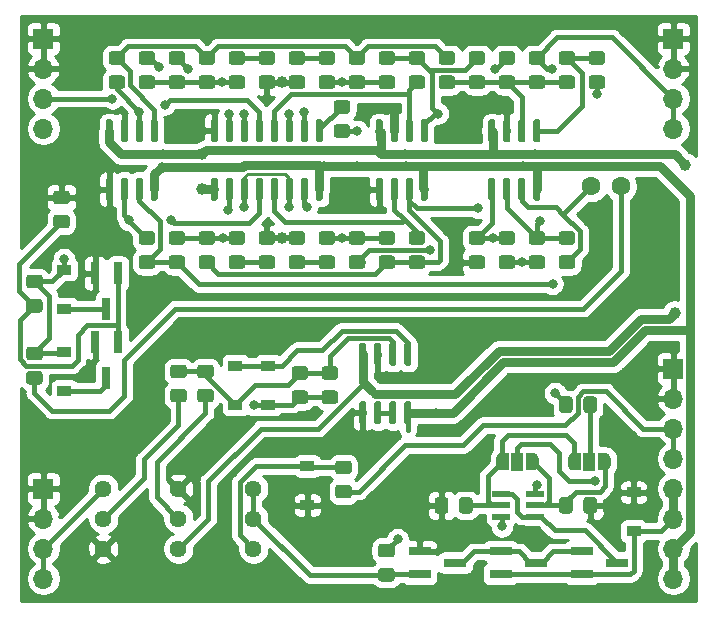
<source format=gbr>
G04 #@! TF.GenerationSoftware,KiCad,Pcbnew,5.1.6-c6e7f7d~87~ubuntu18.04.1*
G04 #@! TF.CreationDate,2020-08-19T11:53:39-04:00*
G04 #@! TF.ProjectId,four_pole_lpf,666f7572-5f70-46f6-9c65-5f6c70662e6b,rev?*
G04 #@! TF.SameCoordinates,Original*
G04 #@! TF.FileFunction,Copper,L1,Top*
G04 #@! TF.FilePolarity,Positive*
%FSLAX46Y46*%
G04 Gerber Fmt 4.6, Leading zero omitted, Abs format (unit mm)*
G04 Created by KiCad (PCBNEW 5.1.6-c6e7f7d~87~ubuntu18.04.1) date 2020-08-19 11:53:39*
%MOMM*%
%LPD*%
G01*
G04 APERTURE LIST*
G04 #@! TA.AperFunction,SMDPad,CuDef*
%ADD10R,1.000000X1.500000*%
G04 #@! TD*
G04 #@! TA.AperFunction,SMDPad,CuDef*
%ADD11C,0.100000*%
G04 #@! TD*
G04 #@! TA.AperFunction,SMDPad,CuDef*
%ADD12R,1.200000X0.900000*%
G04 #@! TD*
G04 #@! TA.AperFunction,ComponentPad*
%ADD13C,1.600000*%
G04 #@! TD*
G04 #@! TA.AperFunction,ComponentPad*
%ADD14C,1.440000*%
G04 #@! TD*
G04 #@! TA.AperFunction,SMDPad,CuDef*
%ADD15R,1.900000X0.800000*%
G04 #@! TD*
G04 #@! TA.AperFunction,SMDPad,CuDef*
%ADD16R,1.500000X0.550000*%
G04 #@! TD*
G04 #@! TA.AperFunction,SMDPad,CuDef*
%ADD17R,0.800000X1.900000*%
G04 #@! TD*
G04 #@! TA.AperFunction,ComponentPad*
%ADD18O,1.700000X1.700000*%
G04 #@! TD*
G04 #@! TA.AperFunction,ComponentPad*
%ADD19R,1.700000X1.700000*%
G04 #@! TD*
G04 #@! TA.AperFunction,ViaPad*
%ADD20C,0.800000*%
G04 #@! TD*
G04 #@! TA.AperFunction,ViaPad*
%ADD21C,1.000000*%
G04 #@! TD*
G04 #@! TA.AperFunction,Conductor*
%ADD22C,0.750000*%
G04 #@! TD*
G04 #@! TA.AperFunction,Conductor*
%ADD23C,0.400000*%
G04 #@! TD*
G04 #@! TA.AperFunction,Conductor*
%ADD24C,1.000000*%
G04 #@! TD*
G04 #@! TA.AperFunction,Conductor*
%ADD25C,0.290000*%
G04 #@! TD*
G04 #@! TA.AperFunction,Conductor*
%ADD26C,0.254000*%
G04 #@! TD*
G04 APERTURE END LIST*
G04 #@! TA.AperFunction,SMDPad,CuDef*
G36*
G01*
X138792800Y-99117999D02*
X138792800Y-100018001D01*
G75*
G02*
X138542801Y-100268000I-249999J0D01*
G01*
X137892799Y-100268000D01*
G75*
G02*
X137642800Y-100018001I0J249999D01*
G01*
X137642800Y-99117999D01*
G75*
G02*
X137892799Y-98868000I249999J0D01*
G01*
X138542801Y-98868000D01*
G75*
G02*
X138792800Y-99117999I0J-249999D01*
G01*
G37*
G04 #@! TD.AperFunction*
G04 #@! TA.AperFunction,SMDPad,CuDef*
G36*
G01*
X140842800Y-99117999D02*
X140842800Y-100018001D01*
G75*
G02*
X140592801Y-100268000I-249999J0D01*
G01*
X139942799Y-100268000D01*
G75*
G02*
X139692800Y-100018001I0J249999D01*
G01*
X139692800Y-99117999D01*
G75*
G02*
X139942799Y-98868000I249999J0D01*
G01*
X140592801Y-98868000D01*
G75*
G02*
X140842800Y-99117999I0J-249999D01*
G01*
G37*
G04 #@! TD.AperFunction*
D10*
X140208000Y-104394000D03*
G04 #@! TA.AperFunction,SMDPad,CuDef*
D11*
G36*
X141508000Y-103644602D02*
G01*
X141532534Y-103644602D01*
X141581365Y-103649412D01*
X141629490Y-103658984D01*
X141676445Y-103673228D01*
X141721778Y-103692005D01*
X141765051Y-103715136D01*
X141805850Y-103742396D01*
X141843779Y-103773524D01*
X141878476Y-103808221D01*
X141909604Y-103846150D01*
X141936864Y-103886949D01*
X141959995Y-103930222D01*
X141978772Y-103975555D01*
X141993016Y-104022510D01*
X142002588Y-104070635D01*
X142007398Y-104119466D01*
X142007398Y-104144000D01*
X142008000Y-104144000D01*
X142008000Y-104644000D01*
X142007398Y-104644000D01*
X142007398Y-104668534D01*
X142002588Y-104717365D01*
X141993016Y-104765490D01*
X141978772Y-104812445D01*
X141959995Y-104857778D01*
X141936864Y-104901051D01*
X141909604Y-104941850D01*
X141878476Y-104979779D01*
X141843779Y-105014476D01*
X141805850Y-105045604D01*
X141765051Y-105072864D01*
X141721778Y-105095995D01*
X141676445Y-105114772D01*
X141629490Y-105129016D01*
X141581365Y-105138588D01*
X141532534Y-105143398D01*
X141508000Y-105143398D01*
X141508000Y-105144000D01*
X140958000Y-105144000D01*
X140958000Y-103644000D01*
X141508000Y-103644000D01*
X141508000Y-103644602D01*
G37*
G04 #@! TD.AperFunction*
G04 #@! TA.AperFunction,SMDPad,CuDef*
G36*
X139458000Y-105144000D02*
G01*
X138908000Y-105144000D01*
X138908000Y-105143398D01*
X138883466Y-105143398D01*
X138834635Y-105138588D01*
X138786510Y-105129016D01*
X138739555Y-105114772D01*
X138694222Y-105095995D01*
X138650949Y-105072864D01*
X138610150Y-105045604D01*
X138572221Y-105014476D01*
X138537524Y-104979779D01*
X138506396Y-104941850D01*
X138479136Y-104901051D01*
X138456005Y-104857778D01*
X138437228Y-104812445D01*
X138422984Y-104765490D01*
X138413412Y-104717365D01*
X138408602Y-104668534D01*
X138408602Y-104644000D01*
X138408000Y-104644000D01*
X138408000Y-104144000D01*
X138408602Y-104144000D01*
X138408602Y-104119466D01*
X138413412Y-104070635D01*
X138422984Y-104022510D01*
X138437228Y-103975555D01*
X138456005Y-103930222D01*
X138479136Y-103886949D01*
X138506396Y-103846150D01*
X138537524Y-103808221D01*
X138572221Y-103773524D01*
X138610150Y-103742396D01*
X138650949Y-103715136D01*
X138694222Y-103692005D01*
X138739555Y-103673228D01*
X138786510Y-103658984D01*
X138834635Y-103649412D01*
X138883466Y-103644602D01*
X138908000Y-103644602D01*
X138908000Y-103644000D01*
X139458000Y-103644000D01*
X139458000Y-105144000D01*
G37*
G04 #@! TD.AperFunction*
D12*
X113030000Y-96268000D03*
X113030000Y-99568000D03*
X110236000Y-99567000D03*
X110236000Y-96267000D03*
D13*
X142875000Y-81089500D03*
X140375000Y-81089500D03*
G04 #@! TA.AperFunction,SMDPad,CuDef*
G36*
G01*
X135613000Y-80367000D02*
X135913000Y-80367000D01*
G75*
G02*
X136063000Y-80517000I0J-150000D01*
G01*
X136063000Y-82167000D01*
G75*
G02*
X135913000Y-82317000I-150000J0D01*
G01*
X135613000Y-82317000D01*
G75*
G02*
X135463000Y-82167000I0J150000D01*
G01*
X135463000Y-80517000D01*
G75*
G02*
X135613000Y-80367000I150000J0D01*
G01*
G37*
G04 #@! TD.AperFunction*
G04 #@! TA.AperFunction,SMDPad,CuDef*
G36*
G01*
X134343000Y-80367000D02*
X134643000Y-80367000D01*
G75*
G02*
X134793000Y-80517000I0J-150000D01*
G01*
X134793000Y-82167000D01*
G75*
G02*
X134643000Y-82317000I-150000J0D01*
G01*
X134343000Y-82317000D01*
G75*
G02*
X134193000Y-82167000I0J150000D01*
G01*
X134193000Y-80517000D01*
G75*
G02*
X134343000Y-80367000I150000J0D01*
G01*
G37*
G04 #@! TD.AperFunction*
G04 #@! TA.AperFunction,SMDPad,CuDef*
G36*
G01*
X133073000Y-80367000D02*
X133373000Y-80367000D01*
G75*
G02*
X133523000Y-80517000I0J-150000D01*
G01*
X133523000Y-82167000D01*
G75*
G02*
X133373000Y-82317000I-150000J0D01*
G01*
X133073000Y-82317000D01*
G75*
G02*
X132923000Y-82167000I0J150000D01*
G01*
X132923000Y-80517000D01*
G75*
G02*
X133073000Y-80367000I150000J0D01*
G01*
G37*
G04 #@! TD.AperFunction*
G04 #@! TA.AperFunction,SMDPad,CuDef*
G36*
G01*
X131803000Y-80367000D02*
X132103000Y-80367000D01*
G75*
G02*
X132253000Y-80517000I0J-150000D01*
G01*
X132253000Y-82167000D01*
G75*
G02*
X132103000Y-82317000I-150000J0D01*
G01*
X131803000Y-82317000D01*
G75*
G02*
X131653000Y-82167000I0J150000D01*
G01*
X131653000Y-80517000D01*
G75*
G02*
X131803000Y-80367000I150000J0D01*
G01*
G37*
G04 #@! TD.AperFunction*
G04 #@! TA.AperFunction,SMDPad,CuDef*
G36*
G01*
X131803000Y-75417000D02*
X132103000Y-75417000D01*
G75*
G02*
X132253000Y-75567000I0J-150000D01*
G01*
X132253000Y-77217000D01*
G75*
G02*
X132103000Y-77367000I-150000J0D01*
G01*
X131803000Y-77367000D01*
G75*
G02*
X131653000Y-77217000I0J150000D01*
G01*
X131653000Y-75567000D01*
G75*
G02*
X131803000Y-75417000I150000J0D01*
G01*
G37*
G04 #@! TD.AperFunction*
G04 #@! TA.AperFunction,SMDPad,CuDef*
G36*
G01*
X133073000Y-75417000D02*
X133373000Y-75417000D01*
G75*
G02*
X133523000Y-75567000I0J-150000D01*
G01*
X133523000Y-77217000D01*
G75*
G02*
X133373000Y-77367000I-150000J0D01*
G01*
X133073000Y-77367000D01*
G75*
G02*
X132923000Y-77217000I0J150000D01*
G01*
X132923000Y-75567000D01*
G75*
G02*
X133073000Y-75417000I150000J0D01*
G01*
G37*
G04 #@! TD.AperFunction*
G04 #@! TA.AperFunction,SMDPad,CuDef*
G36*
G01*
X134343000Y-75417000D02*
X134643000Y-75417000D01*
G75*
G02*
X134793000Y-75567000I0J-150000D01*
G01*
X134793000Y-77217000D01*
G75*
G02*
X134643000Y-77367000I-150000J0D01*
G01*
X134343000Y-77367000D01*
G75*
G02*
X134193000Y-77217000I0J150000D01*
G01*
X134193000Y-75567000D01*
G75*
G02*
X134343000Y-75417000I150000J0D01*
G01*
G37*
G04 #@! TD.AperFunction*
G04 #@! TA.AperFunction,SMDPad,CuDef*
G36*
G01*
X135613000Y-75417000D02*
X135913000Y-75417000D01*
G75*
G02*
X136063000Y-75567000I0J-150000D01*
G01*
X136063000Y-77217000D01*
G75*
G02*
X135913000Y-77367000I-150000J0D01*
G01*
X135613000Y-77367000D01*
G75*
G02*
X135463000Y-77217000I0J150000D01*
G01*
X135463000Y-75567000D01*
G75*
G02*
X135613000Y-75417000I150000J0D01*
G01*
G37*
G04 #@! TD.AperFunction*
G04 #@! TA.AperFunction,SMDPad,CuDef*
G36*
G01*
X124691000Y-99290000D02*
X124991000Y-99290000D01*
G75*
G02*
X125141000Y-99440000I0J-150000D01*
G01*
X125141000Y-101090000D01*
G75*
G02*
X124991000Y-101240000I-150000J0D01*
G01*
X124691000Y-101240000D01*
G75*
G02*
X124541000Y-101090000I0J150000D01*
G01*
X124541000Y-99440000D01*
G75*
G02*
X124691000Y-99290000I150000J0D01*
G01*
G37*
G04 #@! TD.AperFunction*
G04 #@! TA.AperFunction,SMDPad,CuDef*
G36*
G01*
X123421000Y-99290000D02*
X123721000Y-99290000D01*
G75*
G02*
X123871000Y-99440000I0J-150000D01*
G01*
X123871000Y-101090000D01*
G75*
G02*
X123721000Y-101240000I-150000J0D01*
G01*
X123421000Y-101240000D01*
G75*
G02*
X123271000Y-101090000I0J150000D01*
G01*
X123271000Y-99440000D01*
G75*
G02*
X123421000Y-99290000I150000J0D01*
G01*
G37*
G04 #@! TD.AperFunction*
G04 #@! TA.AperFunction,SMDPad,CuDef*
G36*
G01*
X122151000Y-99290000D02*
X122451000Y-99290000D01*
G75*
G02*
X122601000Y-99440000I0J-150000D01*
G01*
X122601000Y-101090000D01*
G75*
G02*
X122451000Y-101240000I-150000J0D01*
G01*
X122151000Y-101240000D01*
G75*
G02*
X122001000Y-101090000I0J150000D01*
G01*
X122001000Y-99440000D01*
G75*
G02*
X122151000Y-99290000I150000J0D01*
G01*
G37*
G04 #@! TD.AperFunction*
G04 #@! TA.AperFunction,SMDPad,CuDef*
G36*
G01*
X120881000Y-99290000D02*
X121181000Y-99290000D01*
G75*
G02*
X121331000Y-99440000I0J-150000D01*
G01*
X121331000Y-101090000D01*
G75*
G02*
X121181000Y-101240000I-150000J0D01*
G01*
X120881000Y-101240000D01*
G75*
G02*
X120731000Y-101090000I0J150000D01*
G01*
X120731000Y-99440000D01*
G75*
G02*
X120881000Y-99290000I150000J0D01*
G01*
G37*
G04 #@! TD.AperFunction*
G04 #@! TA.AperFunction,SMDPad,CuDef*
G36*
G01*
X120881000Y-94340000D02*
X121181000Y-94340000D01*
G75*
G02*
X121331000Y-94490000I0J-150000D01*
G01*
X121331000Y-96140000D01*
G75*
G02*
X121181000Y-96290000I-150000J0D01*
G01*
X120881000Y-96290000D01*
G75*
G02*
X120731000Y-96140000I0J150000D01*
G01*
X120731000Y-94490000D01*
G75*
G02*
X120881000Y-94340000I150000J0D01*
G01*
G37*
G04 #@! TD.AperFunction*
G04 #@! TA.AperFunction,SMDPad,CuDef*
G36*
G01*
X122151000Y-94340000D02*
X122451000Y-94340000D01*
G75*
G02*
X122601000Y-94490000I0J-150000D01*
G01*
X122601000Y-96140000D01*
G75*
G02*
X122451000Y-96290000I-150000J0D01*
G01*
X122151000Y-96290000D01*
G75*
G02*
X122001000Y-96140000I0J150000D01*
G01*
X122001000Y-94490000D01*
G75*
G02*
X122151000Y-94340000I150000J0D01*
G01*
G37*
G04 #@! TD.AperFunction*
G04 #@! TA.AperFunction,SMDPad,CuDef*
G36*
G01*
X123421000Y-94340000D02*
X123721000Y-94340000D01*
G75*
G02*
X123871000Y-94490000I0J-150000D01*
G01*
X123871000Y-96140000D01*
G75*
G02*
X123721000Y-96290000I-150000J0D01*
G01*
X123421000Y-96290000D01*
G75*
G02*
X123271000Y-96140000I0J150000D01*
G01*
X123271000Y-94490000D01*
G75*
G02*
X123421000Y-94340000I150000J0D01*
G01*
G37*
G04 #@! TD.AperFunction*
G04 #@! TA.AperFunction,SMDPad,CuDef*
G36*
G01*
X124691000Y-94340000D02*
X124991000Y-94340000D01*
G75*
G02*
X125141000Y-94490000I0J-150000D01*
G01*
X125141000Y-96140000D01*
G75*
G02*
X124991000Y-96290000I-150000J0D01*
G01*
X124691000Y-96290000D01*
G75*
G02*
X124541000Y-96140000I0J150000D01*
G01*
X124541000Y-94490000D01*
G75*
G02*
X124691000Y-94340000I150000J0D01*
G01*
G37*
G04 #@! TD.AperFunction*
G04 #@! TA.AperFunction,SMDPad,CuDef*
G36*
G01*
X126088000Y-80367000D02*
X126388000Y-80367000D01*
G75*
G02*
X126538000Y-80517000I0J-150000D01*
G01*
X126538000Y-82167000D01*
G75*
G02*
X126388000Y-82317000I-150000J0D01*
G01*
X126088000Y-82317000D01*
G75*
G02*
X125938000Y-82167000I0J150000D01*
G01*
X125938000Y-80517000D01*
G75*
G02*
X126088000Y-80367000I150000J0D01*
G01*
G37*
G04 #@! TD.AperFunction*
G04 #@! TA.AperFunction,SMDPad,CuDef*
G36*
G01*
X124818000Y-80367000D02*
X125118000Y-80367000D01*
G75*
G02*
X125268000Y-80517000I0J-150000D01*
G01*
X125268000Y-82167000D01*
G75*
G02*
X125118000Y-82317000I-150000J0D01*
G01*
X124818000Y-82317000D01*
G75*
G02*
X124668000Y-82167000I0J150000D01*
G01*
X124668000Y-80517000D01*
G75*
G02*
X124818000Y-80367000I150000J0D01*
G01*
G37*
G04 #@! TD.AperFunction*
G04 #@! TA.AperFunction,SMDPad,CuDef*
G36*
G01*
X123548000Y-80367000D02*
X123848000Y-80367000D01*
G75*
G02*
X123998000Y-80517000I0J-150000D01*
G01*
X123998000Y-82167000D01*
G75*
G02*
X123848000Y-82317000I-150000J0D01*
G01*
X123548000Y-82317000D01*
G75*
G02*
X123398000Y-82167000I0J150000D01*
G01*
X123398000Y-80517000D01*
G75*
G02*
X123548000Y-80367000I150000J0D01*
G01*
G37*
G04 #@! TD.AperFunction*
G04 #@! TA.AperFunction,SMDPad,CuDef*
G36*
G01*
X122278000Y-80367000D02*
X122578000Y-80367000D01*
G75*
G02*
X122728000Y-80517000I0J-150000D01*
G01*
X122728000Y-82167000D01*
G75*
G02*
X122578000Y-82317000I-150000J0D01*
G01*
X122278000Y-82317000D01*
G75*
G02*
X122128000Y-82167000I0J150000D01*
G01*
X122128000Y-80517000D01*
G75*
G02*
X122278000Y-80367000I150000J0D01*
G01*
G37*
G04 #@! TD.AperFunction*
G04 #@! TA.AperFunction,SMDPad,CuDef*
G36*
G01*
X122278000Y-75417000D02*
X122578000Y-75417000D01*
G75*
G02*
X122728000Y-75567000I0J-150000D01*
G01*
X122728000Y-77217000D01*
G75*
G02*
X122578000Y-77367000I-150000J0D01*
G01*
X122278000Y-77367000D01*
G75*
G02*
X122128000Y-77217000I0J150000D01*
G01*
X122128000Y-75567000D01*
G75*
G02*
X122278000Y-75417000I150000J0D01*
G01*
G37*
G04 #@! TD.AperFunction*
G04 #@! TA.AperFunction,SMDPad,CuDef*
G36*
G01*
X123548000Y-75417000D02*
X123848000Y-75417000D01*
G75*
G02*
X123998000Y-75567000I0J-150000D01*
G01*
X123998000Y-77217000D01*
G75*
G02*
X123848000Y-77367000I-150000J0D01*
G01*
X123548000Y-77367000D01*
G75*
G02*
X123398000Y-77217000I0J150000D01*
G01*
X123398000Y-75567000D01*
G75*
G02*
X123548000Y-75417000I150000J0D01*
G01*
G37*
G04 #@! TD.AperFunction*
G04 #@! TA.AperFunction,SMDPad,CuDef*
G36*
G01*
X124818000Y-75417000D02*
X125118000Y-75417000D01*
G75*
G02*
X125268000Y-75567000I0J-150000D01*
G01*
X125268000Y-77217000D01*
G75*
G02*
X125118000Y-77367000I-150000J0D01*
G01*
X124818000Y-77367000D01*
G75*
G02*
X124668000Y-77217000I0J150000D01*
G01*
X124668000Y-75567000D01*
G75*
G02*
X124818000Y-75417000I150000J0D01*
G01*
G37*
G04 #@! TD.AperFunction*
G04 #@! TA.AperFunction,SMDPad,CuDef*
G36*
G01*
X126088000Y-75417000D02*
X126388000Y-75417000D01*
G75*
G02*
X126538000Y-75567000I0J-150000D01*
G01*
X126538000Y-77217000D01*
G75*
G02*
X126388000Y-77367000I-150000J0D01*
G01*
X126088000Y-77367000D01*
G75*
G02*
X125938000Y-77217000I0J150000D01*
G01*
X125938000Y-75567000D01*
G75*
G02*
X126088000Y-75417000I150000J0D01*
G01*
G37*
G04 #@! TD.AperFunction*
G04 #@! TA.AperFunction,SMDPad,CuDef*
G36*
G01*
X103228000Y-80367000D02*
X103528000Y-80367000D01*
G75*
G02*
X103678000Y-80517000I0J-150000D01*
G01*
X103678000Y-82167000D01*
G75*
G02*
X103528000Y-82317000I-150000J0D01*
G01*
X103228000Y-82317000D01*
G75*
G02*
X103078000Y-82167000I0J150000D01*
G01*
X103078000Y-80517000D01*
G75*
G02*
X103228000Y-80367000I150000J0D01*
G01*
G37*
G04 #@! TD.AperFunction*
G04 #@! TA.AperFunction,SMDPad,CuDef*
G36*
G01*
X101958000Y-80367000D02*
X102258000Y-80367000D01*
G75*
G02*
X102408000Y-80517000I0J-150000D01*
G01*
X102408000Y-82167000D01*
G75*
G02*
X102258000Y-82317000I-150000J0D01*
G01*
X101958000Y-82317000D01*
G75*
G02*
X101808000Y-82167000I0J150000D01*
G01*
X101808000Y-80517000D01*
G75*
G02*
X101958000Y-80367000I150000J0D01*
G01*
G37*
G04 #@! TD.AperFunction*
G04 #@! TA.AperFunction,SMDPad,CuDef*
G36*
G01*
X100688000Y-80367000D02*
X100988000Y-80367000D01*
G75*
G02*
X101138000Y-80517000I0J-150000D01*
G01*
X101138000Y-82167000D01*
G75*
G02*
X100988000Y-82317000I-150000J0D01*
G01*
X100688000Y-82317000D01*
G75*
G02*
X100538000Y-82167000I0J150000D01*
G01*
X100538000Y-80517000D01*
G75*
G02*
X100688000Y-80367000I150000J0D01*
G01*
G37*
G04 #@! TD.AperFunction*
G04 #@! TA.AperFunction,SMDPad,CuDef*
G36*
G01*
X99418000Y-80367000D02*
X99718000Y-80367000D01*
G75*
G02*
X99868000Y-80517000I0J-150000D01*
G01*
X99868000Y-82167000D01*
G75*
G02*
X99718000Y-82317000I-150000J0D01*
G01*
X99418000Y-82317000D01*
G75*
G02*
X99268000Y-82167000I0J150000D01*
G01*
X99268000Y-80517000D01*
G75*
G02*
X99418000Y-80367000I150000J0D01*
G01*
G37*
G04 #@! TD.AperFunction*
G04 #@! TA.AperFunction,SMDPad,CuDef*
G36*
G01*
X99418000Y-75417000D02*
X99718000Y-75417000D01*
G75*
G02*
X99868000Y-75567000I0J-150000D01*
G01*
X99868000Y-77217000D01*
G75*
G02*
X99718000Y-77367000I-150000J0D01*
G01*
X99418000Y-77367000D01*
G75*
G02*
X99268000Y-77217000I0J150000D01*
G01*
X99268000Y-75567000D01*
G75*
G02*
X99418000Y-75417000I150000J0D01*
G01*
G37*
G04 #@! TD.AperFunction*
G04 #@! TA.AperFunction,SMDPad,CuDef*
G36*
G01*
X100688000Y-75417000D02*
X100988000Y-75417000D01*
G75*
G02*
X101138000Y-75567000I0J-150000D01*
G01*
X101138000Y-77217000D01*
G75*
G02*
X100988000Y-77367000I-150000J0D01*
G01*
X100688000Y-77367000D01*
G75*
G02*
X100538000Y-77217000I0J150000D01*
G01*
X100538000Y-75567000D01*
G75*
G02*
X100688000Y-75417000I150000J0D01*
G01*
G37*
G04 #@! TD.AperFunction*
G04 #@! TA.AperFunction,SMDPad,CuDef*
G36*
G01*
X101958000Y-75417000D02*
X102258000Y-75417000D01*
G75*
G02*
X102408000Y-75567000I0J-150000D01*
G01*
X102408000Y-77217000D01*
G75*
G02*
X102258000Y-77367000I-150000J0D01*
G01*
X101958000Y-77367000D01*
G75*
G02*
X101808000Y-77217000I0J150000D01*
G01*
X101808000Y-75567000D01*
G75*
G02*
X101958000Y-75417000I150000J0D01*
G01*
G37*
G04 #@! TD.AperFunction*
G04 #@! TA.AperFunction,SMDPad,CuDef*
G36*
G01*
X103228000Y-75417000D02*
X103528000Y-75417000D01*
G75*
G02*
X103678000Y-75567000I0J-150000D01*
G01*
X103678000Y-77217000D01*
G75*
G02*
X103528000Y-77367000I-150000J0D01*
G01*
X103228000Y-77367000D01*
G75*
G02*
X103078000Y-77217000I0J150000D01*
G01*
X103078000Y-75567000D01*
G75*
G02*
X103228000Y-75417000I150000J0D01*
G01*
G37*
G04 #@! TD.AperFunction*
G04 #@! TA.AperFunction,SMDPad,CuDef*
G36*
G01*
X117198000Y-80367000D02*
X117498000Y-80367000D01*
G75*
G02*
X117648000Y-80517000I0J-150000D01*
G01*
X117648000Y-82167000D01*
G75*
G02*
X117498000Y-82317000I-150000J0D01*
G01*
X117198000Y-82317000D01*
G75*
G02*
X117048000Y-82167000I0J150000D01*
G01*
X117048000Y-80517000D01*
G75*
G02*
X117198000Y-80367000I150000J0D01*
G01*
G37*
G04 #@! TD.AperFunction*
G04 #@! TA.AperFunction,SMDPad,CuDef*
G36*
G01*
X115928000Y-80367000D02*
X116228000Y-80367000D01*
G75*
G02*
X116378000Y-80517000I0J-150000D01*
G01*
X116378000Y-82167000D01*
G75*
G02*
X116228000Y-82317000I-150000J0D01*
G01*
X115928000Y-82317000D01*
G75*
G02*
X115778000Y-82167000I0J150000D01*
G01*
X115778000Y-80517000D01*
G75*
G02*
X115928000Y-80367000I150000J0D01*
G01*
G37*
G04 #@! TD.AperFunction*
G04 #@! TA.AperFunction,SMDPad,CuDef*
G36*
G01*
X114658000Y-80367000D02*
X114958000Y-80367000D01*
G75*
G02*
X115108000Y-80517000I0J-150000D01*
G01*
X115108000Y-82167000D01*
G75*
G02*
X114958000Y-82317000I-150000J0D01*
G01*
X114658000Y-82317000D01*
G75*
G02*
X114508000Y-82167000I0J150000D01*
G01*
X114508000Y-80517000D01*
G75*
G02*
X114658000Y-80367000I150000J0D01*
G01*
G37*
G04 #@! TD.AperFunction*
G04 #@! TA.AperFunction,SMDPad,CuDef*
G36*
G01*
X113388000Y-80367000D02*
X113688000Y-80367000D01*
G75*
G02*
X113838000Y-80517000I0J-150000D01*
G01*
X113838000Y-82167000D01*
G75*
G02*
X113688000Y-82317000I-150000J0D01*
G01*
X113388000Y-82317000D01*
G75*
G02*
X113238000Y-82167000I0J150000D01*
G01*
X113238000Y-80517000D01*
G75*
G02*
X113388000Y-80367000I150000J0D01*
G01*
G37*
G04 #@! TD.AperFunction*
G04 #@! TA.AperFunction,SMDPad,CuDef*
G36*
G01*
X112118000Y-80367000D02*
X112418000Y-80367000D01*
G75*
G02*
X112568000Y-80517000I0J-150000D01*
G01*
X112568000Y-82167000D01*
G75*
G02*
X112418000Y-82317000I-150000J0D01*
G01*
X112118000Y-82317000D01*
G75*
G02*
X111968000Y-82167000I0J150000D01*
G01*
X111968000Y-80517000D01*
G75*
G02*
X112118000Y-80367000I150000J0D01*
G01*
G37*
G04 #@! TD.AperFunction*
G04 #@! TA.AperFunction,SMDPad,CuDef*
G36*
G01*
X110848000Y-80367000D02*
X111148000Y-80367000D01*
G75*
G02*
X111298000Y-80517000I0J-150000D01*
G01*
X111298000Y-82167000D01*
G75*
G02*
X111148000Y-82317000I-150000J0D01*
G01*
X110848000Y-82317000D01*
G75*
G02*
X110698000Y-82167000I0J150000D01*
G01*
X110698000Y-80517000D01*
G75*
G02*
X110848000Y-80367000I150000J0D01*
G01*
G37*
G04 #@! TD.AperFunction*
G04 #@! TA.AperFunction,SMDPad,CuDef*
G36*
G01*
X109578000Y-80367000D02*
X109878000Y-80367000D01*
G75*
G02*
X110028000Y-80517000I0J-150000D01*
G01*
X110028000Y-82167000D01*
G75*
G02*
X109878000Y-82317000I-150000J0D01*
G01*
X109578000Y-82317000D01*
G75*
G02*
X109428000Y-82167000I0J150000D01*
G01*
X109428000Y-80517000D01*
G75*
G02*
X109578000Y-80367000I150000J0D01*
G01*
G37*
G04 #@! TD.AperFunction*
G04 #@! TA.AperFunction,SMDPad,CuDef*
G36*
G01*
X108308000Y-80367000D02*
X108608000Y-80367000D01*
G75*
G02*
X108758000Y-80517000I0J-150000D01*
G01*
X108758000Y-82167000D01*
G75*
G02*
X108608000Y-82317000I-150000J0D01*
G01*
X108308000Y-82317000D01*
G75*
G02*
X108158000Y-82167000I0J150000D01*
G01*
X108158000Y-80517000D01*
G75*
G02*
X108308000Y-80367000I150000J0D01*
G01*
G37*
G04 #@! TD.AperFunction*
G04 #@! TA.AperFunction,SMDPad,CuDef*
G36*
G01*
X108308000Y-75417000D02*
X108608000Y-75417000D01*
G75*
G02*
X108758000Y-75567000I0J-150000D01*
G01*
X108758000Y-77217000D01*
G75*
G02*
X108608000Y-77367000I-150000J0D01*
G01*
X108308000Y-77367000D01*
G75*
G02*
X108158000Y-77217000I0J150000D01*
G01*
X108158000Y-75567000D01*
G75*
G02*
X108308000Y-75417000I150000J0D01*
G01*
G37*
G04 #@! TD.AperFunction*
G04 #@! TA.AperFunction,SMDPad,CuDef*
G36*
G01*
X109578000Y-75417000D02*
X109878000Y-75417000D01*
G75*
G02*
X110028000Y-75567000I0J-150000D01*
G01*
X110028000Y-77217000D01*
G75*
G02*
X109878000Y-77367000I-150000J0D01*
G01*
X109578000Y-77367000D01*
G75*
G02*
X109428000Y-77217000I0J150000D01*
G01*
X109428000Y-75567000D01*
G75*
G02*
X109578000Y-75417000I150000J0D01*
G01*
G37*
G04 #@! TD.AperFunction*
G04 #@! TA.AperFunction,SMDPad,CuDef*
G36*
G01*
X110848000Y-75417000D02*
X111148000Y-75417000D01*
G75*
G02*
X111298000Y-75567000I0J-150000D01*
G01*
X111298000Y-77217000D01*
G75*
G02*
X111148000Y-77367000I-150000J0D01*
G01*
X110848000Y-77367000D01*
G75*
G02*
X110698000Y-77217000I0J150000D01*
G01*
X110698000Y-75567000D01*
G75*
G02*
X110848000Y-75417000I150000J0D01*
G01*
G37*
G04 #@! TD.AperFunction*
G04 #@! TA.AperFunction,SMDPad,CuDef*
G36*
G01*
X112118000Y-75417000D02*
X112418000Y-75417000D01*
G75*
G02*
X112568000Y-75567000I0J-150000D01*
G01*
X112568000Y-77217000D01*
G75*
G02*
X112418000Y-77367000I-150000J0D01*
G01*
X112118000Y-77367000D01*
G75*
G02*
X111968000Y-77217000I0J150000D01*
G01*
X111968000Y-75567000D01*
G75*
G02*
X112118000Y-75417000I150000J0D01*
G01*
G37*
G04 #@! TD.AperFunction*
G04 #@! TA.AperFunction,SMDPad,CuDef*
G36*
G01*
X113388000Y-75417000D02*
X113688000Y-75417000D01*
G75*
G02*
X113838000Y-75567000I0J-150000D01*
G01*
X113838000Y-77217000D01*
G75*
G02*
X113688000Y-77367000I-150000J0D01*
G01*
X113388000Y-77367000D01*
G75*
G02*
X113238000Y-77217000I0J150000D01*
G01*
X113238000Y-75567000D01*
G75*
G02*
X113388000Y-75417000I150000J0D01*
G01*
G37*
G04 #@! TD.AperFunction*
G04 #@! TA.AperFunction,SMDPad,CuDef*
G36*
G01*
X114658000Y-75417000D02*
X114958000Y-75417000D01*
G75*
G02*
X115108000Y-75567000I0J-150000D01*
G01*
X115108000Y-77217000D01*
G75*
G02*
X114958000Y-77367000I-150000J0D01*
G01*
X114658000Y-77367000D01*
G75*
G02*
X114508000Y-77217000I0J150000D01*
G01*
X114508000Y-75567000D01*
G75*
G02*
X114658000Y-75417000I150000J0D01*
G01*
G37*
G04 #@! TD.AperFunction*
G04 #@! TA.AperFunction,SMDPad,CuDef*
G36*
G01*
X115928000Y-75417000D02*
X116228000Y-75417000D01*
G75*
G02*
X116378000Y-75567000I0J-150000D01*
G01*
X116378000Y-77217000D01*
G75*
G02*
X116228000Y-77367000I-150000J0D01*
G01*
X115928000Y-77367000D01*
G75*
G02*
X115778000Y-77217000I0J150000D01*
G01*
X115778000Y-75567000D01*
G75*
G02*
X115928000Y-75417000I150000J0D01*
G01*
G37*
G04 #@! TD.AperFunction*
G04 #@! TA.AperFunction,SMDPad,CuDef*
G36*
G01*
X117198000Y-75417000D02*
X117498000Y-75417000D01*
G75*
G02*
X117648000Y-75567000I0J-150000D01*
G01*
X117648000Y-77217000D01*
G75*
G02*
X117498000Y-77367000I-150000J0D01*
G01*
X117198000Y-77367000D01*
G75*
G02*
X117048000Y-77217000I0J150000D01*
G01*
X117048000Y-75567000D01*
G75*
G02*
X117198000Y-75417000I150000J0D01*
G01*
G37*
G04 #@! TD.AperFunction*
D14*
X111760000Y-106680000D03*
X111760000Y-109220000D03*
X111760000Y-111760000D03*
X105410000Y-106680000D03*
X105410000Y-109220000D03*
X105410000Y-111760000D03*
X99060000Y-106680000D03*
X99060000Y-109220000D03*
X99060000Y-111760000D03*
G04 #@! TA.AperFunction,SMDPad,CuDef*
G36*
G01*
X135312999Y-71697000D02*
X136213001Y-71697000D01*
G75*
G02*
X136463000Y-71946999I0J-249999D01*
G01*
X136463000Y-72597001D01*
G75*
G02*
X136213001Y-72847000I-249999J0D01*
G01*
X135312999Y-72847000D01*
G75*
G02*
X135063000Y-72597001I0J249999D01*
G01*
X135063000Y-71946999D01*
G75*
G02*
X135312999Y-71697000I249999J0D01*
G01*
G37*
G04 #@! TD.AperFunction*
G04 #@! TA.AperFunction,SMDPad,CuDef*
G36*
G01*
X135312999Y-69647000D02*
X136213001Y-69647000D01*
G75*
G02*
X136463000Y-69896999I0J-249999D01*
G01*
X136463000Y-70547001D01*
G75*
G02*
X136213001Y-70797000I-249999J0D01*
G01*
X135312999Y-70797000D01*
G75*
G02*
X135063000Y-70547001I0J249999D01*
G01*
X135063000Y-69896999D01*
G75*
G02*
X135312999Y-69647000I249999J0D01*
G01*
G37*
G04 #@! TD.AperFunction*
G04 #@! TA.AperFunction,SMDPad,CuDef*
G36*
G01*
X133673001Y-70797000D02*
X132772999Y-70797000D01*
G75*
G02*
X132523000Y-70547001I0J249999D01*
G01*
X132523000Y-69896999D01*
G75*
G02*
X132772999Y-69647000I249999J0D01*
G01*
X133673001Y-69647000D01*
G75*
G02*
X133923000Y-69896999I0J-249999D01*
G01*
X133923000Y-70547001D01*
G75*
G02*
X133673001Y-70797000I-249999J0D01*
G01*
G37*
G04 #@! TD.AperFunction*
G04 #@! TA.AperFunction,SMDPad,CuDef*
G36*
G01*
X133673001Y-72847000D02*
X132772999Y-72847000D01*
G75*
G02*
X132523000Y-72597001I0J249999D01*
G01*
X132523000Y-71946999D01*
G75*
G02*
X132772999Y-71697000I249999J0D01*
G01*
X133673001Y-71697000D01*
G75*
G02*
X133923000Y-71946999I0J-249999D01*
G01*
X133923000Y-72597001D01*
G75*
G02*
X133673001Y-72847000I-249999J0D01*
G01*
G37*
G04 #@! TD.AperFunction*
G04 #@! TA.AperFunction,SMDPad,CuDef*
G36*
G01*
X131133001Y-70797000D02*
X130232999Y-70797000D01*
G75*
G02*
X129983000Y-70547001I0J249999D01*
G01*
X129983000Y-69896999D01*
G75*
G02*
X130232999Y-69647000I249999J0D01*
G01*
X131133001Y-69647000D01*
G75*
G02*
X131383000Y-69896999I0J-249999D01*
G01*
X131383000Y-70547001D01*
G75*
G02*
X131133001Y-70797000I-249999J0D01*
G01*
G37*
G04 #@! TD.AperFunction*
G04 #@! TA.AperFunction,SMDPad,CuDef*
G36*
G01*
X131133001Y-72847000D02*
X130232999Y-72847000D01*
G75*
G02*
X129983000Y-72597001I0J249999D01*
G01*
X129983000Y-71946999D01*
G75*
G02*
X130232999Y-71697000I249999J0D01*
G01*
X131133001Y-71697000D01*
G75*
G02*
X131383000Y-71946999I0J-249999D01*
G01*
X131383000Y-72597001D01*
G75*
G02*
X131133001Y-72847000I-249999J0D01*
G01*
G37*
G04 #@! TD.AperFunction*
G04 #@! TA.AperFunction,SMDPad,CuDef*
G36*
G01*
X128593001Y-70797000D02*
X127692999Y-70797000D01*
G75*
G02*
X127443000Y-70547001I0J249999D01*
G01*
X127443000Y-69896999D01*
G75*
G02*
X127692999Y-69647000I249999J0D01*
G01*
X128593001Y-69647000D01*
G75*
G02*
X128843000Y-69896999I0J-249999D01*
G01*
X128843000Y-70547001D01*
G75*
G02*
X128593001Y-70797000I-249999J0D01*
G01*
G37*
G04 #@! TD.AperFunction*
G04 #@! TA.AperFunction,SMDPad,CuDef*
G36*
G01*
X128593001Y-72847000D02*
X127692999Y-72847000D01*
G75*
G02*
X127443000Y-72597001I0J249999D01*
G01*
X127443000Y-71946999D01*
G75*
G02*
X127692999Y-71697000I249999J0D01*
G01*
X128593001Y-71697000D01*
G75*
G02*
X128843000Y-71946999I0J-249999D01*
G01*
X128843000Y-72597001D01*
G75*
G02*
X128593001Y-72847000I-249999J0D01*
G01*
G37*
G04 #@! TD.AperFunction*
G04 #@! TA.AperFunction,SMDPad,CuDef*
G36*
G01*
X119830001Y-105459000D02*
X118929999Y-105459000D01*
G75*
G02*
X118680000Y-105209001I0J249999D01*
G01*
X118680000Y-104558999D01*
G75*
G02*
X118929999Y-104309000I249999J0D01*
G01*
X119830001Y-104309000D01*
G75*
G02*
X120080000Y-104558999I0J-249999D01*
G01*
X120080000Y-105209001D01*
G75*
G02*
X119830001Y-105459000I-249999J0D01*
G01*
G37*
G04 #@! TD.AperFunction*
G04 #@! TA.AperFunction,SMDPad,CuDef*
G36*
G01*
X119830001Y-107509000D02*
X118929999Y-107509000D01*
G75*
G02*
X118680000Y-107259001I0J249999D01*
G01*
X118680000Y-106608999D01*
G75*
G02*
X118929999Y-106359000I249999J0D01*
G01*
X119830001Y-106359000D01*
G75*
G02*
X120080000Y-106608999I0J-249999D01*
G01*
X120080000Y-107259001D01*
G75*
G02*
X119830001Y-107509000I-249999J0D01*
G01*
G37*
G04 #@! TD.AperFunction*
G04 #@! TA.AperFunction,SMDPad,CuDef*
G36*
G01*
X137852999Y-71697000D02*
X138753001Y-71697000D01*
G75*
G02*
X139003000Y-71946999I0J-249999D01*
G01*
X139003000Y-72597001D01*
G75*
G02*
X138753001Y-72847000I-249999J0D01*
G01*
X137852999Y-72847000D01*
G75*
G02*
X137603000Y-72597001I0J249999D01*
G01*
X137603000Y-71946999D01*
G75*
G02*
X137852999Y-71697000I249999J0D01*
G01*
G37*
G04 #@! TD.AperFunction*
G04 #@! TA.AperFunction,SMDPad,CuDef*
G36*
G01*
X137852999Y-69647000D02*
X138753001Y-69647000D01*
G75*
G02*
X139003000Y-69896999I0J-249999D01*
G01*
X139003000Y-70547001D01*
G75*
G02*
X138753001Y-70797000I-249999J0D01*
G01*
X137852999Y-70797000D01*
G75*
G02*
X137603000Y-70547001I0J249999D01*
G01*
X137603000Y-69896999D01*
G75*
G02*
X137852999Y-69647000I249999J0D01*
G01*
G37*
G04 #@! TD.AperFunction*
G04 #@! TA.AperFunction,SMDPad,CuDef*
G36*
G01*
X140392999Y-71697000D02*
X141293001Y-71697000D01*
G75*
G02*
X141543000Y-71946999I0J-249999D01*
G01*
X141543000Y-72597001D01*
G75*
G02*
X141293001Y-72847000I-249999J0D01*
G01*
X140392999Y-72847000D01*
G75*
G02*
X140143000Y-72597001I0J249999D01*
G01*
X140143000Y-71946999D01*
G75*
G02*
X140392999Y-71697000I249999J0D01*
G01*
G37*
G04 #@! TD.AperFunction*
G04 #@! TA.AperFunction,SMDPad,CuDef*
G36*
G01*
X140392999Y-69647000D02*
X141293001Y-69647000D01*
G75*
G02*
X141543000Y-69896999I0J-249999D01*
G01*
X141543000Y-70547001D01*
G75*
G02*
X141293001Y-70797000I-249999J0D01*
G01*
X140392999Y-70797000D01*
G75*
G02*
X140143000Y-70547001I0J249999D01*
G01*
X140143000Y-69896999D01*
G75*
G02*
X140392999Y-69647000I249999J0D01*
G01*
G37*
G04 #@! TD.AperFunction*
G04 #@! TA.AperFunction,SMDPad,CuDef*
G36*
G01*
X123462201Y-112503800D02*
X122562199Y-112503800D01*
G75*
G02*
X122312200Y-112253801I0J249999D01*
G01*
X122312200Y-111603799D01*
G75*
G02*
X122562199Y-111353800I249999J0D01*
G01*
X123462201Y-111353800D01*
G75*
G02*
X123712200Y-111603799I0J-249999D01*
G01*
X123712200Y-112253801D01*
G75*
G02*
X123462201Y-112503800I-249999J0D01*
G01*
G37*
G04 #@! TD.AperFunction*
G04 #@! TA.AperFunction,SMDPad,CuDef*
G36*
G01*
X123462201Y-114553800D02*
X122562199Y-114553800D01*
G75*
G02*
X122312200Y-114303801I0J249999D01*
G01*
X122312200Y-113653799D01*
G75*
G02*
X122562199Y-113403800I249999J0D01*
G01*
X123462201Y-113403800D01*
G75*
G02*
X123712200Y-113653799I0J-249999D01*
G01*
X123712200Y-114303801D01*
G75*
G02*
X123462201Y-114553800I-249999J0D01*
G01*
G37*
G04 #@! TD.AperFunction*
G04 #@! TA.AperFunction,SMDPad,CuDef*
G36*
G01*
X138801800Y-107652399D02*
X138801800Y-108552401D01*
G75*
G02*
X138551801Y-108802400I-249999J0D01*
G01*
X137901799Y-108802400D01*
G75*
G02*
X137651800Y-108552401I0J249999D01*
G01*
X137651800Y-107652399D01*
G75*
G02*
X137901799Y-107402400I249999J0D01*
G01*
X138551801Y-107402400D01*
G75*
G02*
X138801800Y-107652399I0J-249999D01*
G01*
G37*
G04 #@! TD.AperFunction*
G04 #@! TA.AperFunction,SMDPad,CuDef*
G36*
G01*
X140851800Y-107652399D02*
X140851800Y-108552401D01*
G75*
G02*
X140601801Y-108802400I-249999J0D01*
G01*
X139951799Y-108802400D01*
G75*
G02*
X139701800Y-108552401I0J249999D01*
G01*
X139701800Y-107652399D01*
G75*
G02*
X139951799Y-107402400I249999J0D01*
G01*
X140601801Y-107402400D01*
G75*
G02*
X140851800Y-107652399I0J-249999D01*
G01*
G37*
G04 #@! TD.AperFunction*
G04 #@! TA.AperFunction,SMDPad,CuDef*
G36*
G01*
X135312999Y-86937000D02*
X136213001Y-86937000D01*
G75*
G02*
X136463000Y-87186999I0J-249999D01*
G01*
X136463000Y-87837001D01*
G75*
G02*
X136213001Y-88087000I-249999J0D01*
G01*
X135312999Y-88087000D01*
G75*
G02*
X135063000Y-87837001I0J249999D01*
G01*
X135063000Y-87186999D01*
G75*
G02*
X135312999Y-86937000I249999J0D01*
G01*
G37*
G04 #@! TD.AperFunction*
G04 #@! TA.AperFunction,SMDPad,CuDef*
G36*
G01*
X135312999Y-84887000D02*
X136213001Y-84887000D01*
G75*
G02*
X136463000Y-85136999I0J-249999D01*
G01*
X136463000Y-85787001D01*
G75*
G02*
X136213001Y-86037000I-249999J0D01*
G01*
X135312999Y-86037000D01*
G75*
G02*
X135063000Y-85787001I0J249999D01*
G01*
X135063000Y-85136999D01*
G75*
G02*
X135312999Y-84887000I249999J0D01*
G01*
G37*
G04 #@! TD.AperFunction*
G04 #@! TA.AperFunction,SMDPad,CuDef*
G36*
G01*
X132772999Y-86937000D02*
X133673001Y-86937000D01*
G75*
G02*
X133923000Y-87186999I0J-249999D01*
G01*
X133923000Y-87837001D01*
G75*
G02*
X133673001Y-88087000I-249999J0D01*
G01*
X132772999Y-88087000D01*
G75*
G02*
X132523000Y-87837001I0J249999D01*
G01*
X132523000Y-87186999D01*
G75*
G02*
X132772999Y-86937000I249999J0D01*
G01*
G37*
G04 #@! TD.AperFunction*
G04 #@! TA.AperFunction,SMDPad,CuDef*
G36*
G01*
X132772999Y-84887000D02*
X133673001Y-84887000D01*
G75*
G02*
X133923000Y-85136999I0J-249999D01*
G01*
X133923000Y-85787001D01*
G75*
G02*
X133673001Y-86037000I-249999J0D01*
G01*
X132772999Y-86037000D01*
G75*
G02*
X132523000Y-85787001I0J249999D01*
G01*
X132523000Y-85136999D01*
G75*
G02*
X132772999Y-84887000I249999J0D01*
G01*
G37*
G04 #@! TD.AperFunction*
G04 #@! TA.AperFunction,SMDPad,CuDef*
G36*
G01*
X129168200Y-108552401D02*
X129168200Y-107652399D01*
G75*
G02*
X129418199Y-107402400I249999J0D01*
G01*
X130068201Y-107402400D01*
G75*
G02*
X130318200Y-107652399I0J-249999D01*
G01*
X130318200Y-108552401D01*
G75*
G02*
X130068201Y-108802400I-249999J0D01*
G01*
X129418199Y-108802400D01*
G75*
G02*
X129168200Y-108552401I0J249999D01*
G01*
G37*
G04 #@! TD.AperFunction*
G04 #@! TA.AperFunction,SMDPad,CuDef*
G36*
G01*
X127118200Y-108552401D02*
X127118200Y-107652399D01*
G75*
G02*
X127368199Y-107402400I249999J0D01*
G01*
X128018201Y-107402400D01*
G75*
G02*
X128268200Y-107652399I0J-249999D01*
G01*
X128268200Y-108552401D01*
G75*
G02*
X128018201Y-108802400I-249999J0D01*
G01*
X127368199Y-108802400D01*
G75*
G02*
X127118200Y-108552401I0J249999D01*
G01*
G37*
G04 #@! TD.AperFunction*
G04 #@! TA.AperFunction,SMDPad,CuDef*
G36*
G01*
X131133001Y-86037000D02*
X130232999Y-86037000D01*
G75*
G02*
X129983000Y-85787001I0J249999D01*
G01*
X129983000Y-85136999D01*
G75*
G02*
X130232999Y-84887000I249999J0D01*
G01*
X131133001Y-84887000D01*
G75*
G02*
X131383000Y-85136999I0J-249999D01*
G01*
X131383000Y-85787001D01*
G75*
G02*
X131133001Y-86037000I-249999J0D01*
G01*
G37*
G04 #@! TD.AperFunction*
G04 #@! TA.AperFunction,SMDPad,CuDef*
G36*
G01*
X131133001Y-88087000D02*
X130232999Y-88087000D01*
G75*
G02*
X129983000Y-87837001I0J249999D01*
G01*
X129983000Y-87186999D01*
G75*
G02*
X130232999Y-86937000I249999J0D01*
G01*
X131133001Y-86937000D01*
G75*
G02*
X131383000Y-87186999I0J-249999D01*
G01*
X131383000Y-87837001D01*
G75*
G02*
X131133001Y-88087000I-249999J0D01*
G01*
G37*
G04 #@! TD.AperFunction*
G04 #@! TA.AperFunction,SMDPad,CuDef*
G36*
G01*
X137852999Y-86937000D02*
X138753001Y-86937000D01*
G75*
G02*
X139003000Y-87186999I0J-249999D01*
G01*
X139003000Y-87837001D01*
G75*
G02*
X138753001Y-88087000I-249999J0D01*
G01*
X137852999Y-88087000D01*
G75*
G02*
X137603000Y-87837001I0J249999D01*
G01*
X137603000Y-87186999D01*
G75*
G02*
X137852999Y-86937000I249999J0D01*
G01*
G37*
G04 #@! TD.AperFunction*
G04 #@! TA.AperFunction,SMDPad,CuDef*
G36*
G01*
X137852999Y-84887000D02*
X138753001Y-84887000D01*
G75*
G02*
X139003000Y-85136999I0J-249999D01*
G01*
X139003000Y-85787001D01*
G75*
G02*
X138753001Y-86037000I-249999J0D01*
G01*
X137852999Y-86037000D01*
G75*
G02*
X137603000Y-85787001I0J249999D01*
G01*
X137603000Y-85136999D01*
G75*
G02*
X137852999Y-84887000I249999J0D01*
G01*
G37*
G04 #@! TD.AperFunction*
G04 #@! TA.AperFunction,SMDPad,CuDef*
G36*
G01*
X119703001Y-74933500D02*
X118802999Y-74933500D01*
G75*
G02*
X118553000Y-74683501I0J249999D01*
G01*
X118553000Y-74033499D01*
G75*
G02*
X118802999Y-73783500I249999J0D01*
G01*
X119703001Y-73783500D01*
G75*
G02*
X119953000Y-74033499I0J-249999D01*
G01*
X119953000Y-74683501D01*
G75*
G02*
X119703001Y-74933500I-249999J0D01*
G01*
G37*
G04 #@! TD.AperFunction*
G04 #@! TA.AperFunction,SMDPad,CuDef*
G36*
G01*
X119703001Y-76983500D02*
X118802999Y-76983500D01*
G75*
G02*
X118553000Y-76733501I0J249999D01*
G01*
X118553000Y-76083499D01*
G75*
G02*
X118802999Y-75833500I249999J0D01*
G01*
X119703001Y-75833500D01*
G75*
G02*
X119953000Y-76083499I0J-249999D01*
G01*
X119953000Y-76733501D01*
G75*
G02*
X119703001Y-76983500I-249999J0D01*
G01*
G37*
G04 #@! TD.AperFunction*
G04 #@! TA.AperFunction,SMDPad,CuDef*
G36*
G01*
X118687001Y-97467000D02*
X117786999Y-97467000D01*
G75*
G02*
X117537000Y-97217001I0J249999D01*
G01*
X117537000Y-96566999D01*
G75*
G02*
X117786999Y-96317000I249999J0D01*
G01*
X118687001Y-96317000D01*
G75*
G02*
X118937000Y-96566999I0J-249999D01*
G01*
X118937000Y-97217001D01*
G75*
G02*
X118687001Y-97467000I-249999J0D01*
G01*
G37*
G04 #@! TD.AperFunction*
G04 #@! TA.AperFunction,SMDPad,CuDef*
G36*
G01*
X118687001Y-99517000D02*
X117786999Y-99517000D01*
G75*
G02*
X117537000Y-99267001I0J249999D01*
G01*
X117537000Y-98616999D01*
G75*
G02*
X117786999Y-98367000I249999J0D01*
G01*
X118687001Y-98367000D01*
G75*
G02*
X118937000Y-98616999I0J-249999D01*
G01*
X118937000Y-99267001D01*
G75*
G02*
X118687001Y-99517000I-249999J0D01*
G01*
G37*
G04 #@! TD.AperFunction*
G04 #@! TA.AperFunction,SMDPad,CuDef*
G36*
G01*
X107245999Y-98231000D02*
X108146001Y-98231000D01*
G75*
G02*
X108396000Y-98480999I0J-249999D01*
G01*
X108396000Y-99131001D01*
G75*
G02*
X108146001Y-99381000I-249999J0D01*
G01*
X107245999Y-99381000D01*
G75*
G02*
X106996000Y-99131001I0J249999D01*
G01*
X106996000Y-98480999D01*
G75*
G02*
X107245999Y-98231000I249999J0D01*
G01*
G37*
G04 #@! TD.AperFunction*
G04 #@! TA.AperFunction,SMDPad,CuDef*
G36*
G01*
X107245999Y-96181000D02*
X108146001Y-96181000D01*
G75*
G02*
X108396000Y-96430999I0J-249999D01*
G01*
X108396000Y-97081001D01*
G75*
G02*
X108146001Y-97331000I-249999J0D01*
G01*
X107245999Y-97331000D01*
G75*
G02*
X106996000Y-97081001I0J249999D01*
G01*
X106996000Y-96430999D01*
G75*
G02*
X107245999Y-96181000I249999J0D01*
G01*
G37*
G04 #@! TD.AperFunction*
G04 #@! TA.AperFunction,SMDPad,CuDef*
G36*
G01*
X104959999Y-98231000D02*
X105860001Y-98231000D01*
G75*
G02*
X106110000Y-98480999I0J-249999D01*
G01*
X106110000Y-99131001D01*
G75*
G02*
X105860001Y-99381000I-249999J0D01*
G01*
X104959999Y-99381000D01*
G75*
G02*
X104710000Y-99131001I0J249999D01*
G01*
X104710000Y-98480999D01*
G75*
G02*
X104959999Y-98231000I249999J0D01*
G01*
G37*
G04 #@! TD.AperFunction*
G04 #@! TA.AperFunction,SMDPad,CuDef*
G36*
G01*
X104959999Y-96181000D02*
X105860001Y-96181000D01*
G75*
G02*
X106110000Y-96430999I0J-249999D01*
G01*
X106110000Y-97081001D01*
G75*
G02*
X105860001Y-97331000I-249999J0D01*
G01*
X104959999Y-97331000D01*
G75*
G02*
X104710000Y-97081001I0J249999D01*
G01*
X104710000Y-96430999D01*
G75*
G02*
X104959999Y-96181000I249999J0D01*
G01*
G37*
G04 #@! TD.AperFunction*
G04 #@! TA.AperFunction,SMDPad,CuDef*
G36*
G01*
X105733001Y-86037000D02*
X104832999Y-86037000D01*
G75*
G02*
X104583000Y-85787001I0J249999D01*
G01*
X104583000Y-85136999D01*
G75*
G02*
X104832999Y-84887000I249999J0D01*
G01*
X105733001Y-84887000D01*
G75*
G02*
X105983000Y-85136999I0J-249999D01*
G01*
X105983000Y-85787001D01*
G75*
G02*
X105733001Y-86037000I-249999J0D01*
G01*
G37*
G04 #@! TD.AperFunction*
G04 #@! TA.AperFunction,SMDPad,CuDef*
G36*
G01*
X105733001Y-88087000D02*
X104832999Y-88087000D01*
G75*
G02*
X104583000Y-87837001I0J249999D01*
G01*
X104583000Y-87186999D01*
G75*
G02*
X104832999Y-86937000I249999J0D01*
G01*
X105733001Y-86937000D01*
G75*
G02*
X105983000Y-87186999I0J-249999D01*
G01*
X105983000Y-87837001D01*
G75*
G02*
X105733001Y-88087000I-249999J0D01*
G01*
G37*
G04 #@! TD.AperFunction*
G04 #@! TA.AperFunction,SMDPad,CuDef*
G36*
G01*
X110813001Y-86037000D02*
X109912999Y-86037000D01*
G75*
G02*
X109663000Y-85787001I0J249999D01*
G01*
X109663000Y-85136999D01*
G75*
G02*
X109912999Y-84887000I249999J0D01*
G01*
X110813001Y-84887000D01*
G75*
G02*
X111063000Y-85136999I0J-249999D01*
G01*
X111063000Y-85787001D01*
G75*
G02*
X110813001Y-86037000I-249999J0D01*
G01*
G37*
G04 #@! TD.AperFunction*
G04 #@! TA.AperFunction,SMDPad,CuDef*
G36*
G01*
X110813001Y-88087000D02*
X109912999Y-88087000D01*
G75*
G02*
X109663000Y-87837001I0J249999D01*
G01*
X109663000Y-87186999D01*
G75*
G02*
X109912999Y-86937000I249999J0D01*
G01*
X110813001Y-86937000D01*
G75*
G02*
X111063000Y-87186999I0J-249999D01*
G01*
X111063000Y-87837001D01*
G75*
G02*
X110813001Y-88087000I-249999J0D01*
G01*
G37*
G04 #@! TD.AperFunction*
G04 #@! TA.AperFunction,SMDPad,CuDef*
G36*
G01*
X107372999Y-86937000D02*
X108273001Y-86937000D01*
G75*
G02*
X108523000Y-87186999I0J-249999D01*
G01*
X108523000Y-87837001D01*
G75*
G02*
X108273001Y-88087000I-249999J0D01*
G01*
X107372999Y-88087000D01*
G75*
G02*
X107123000Y-87837001I0J249999D01*
G01*
X107123000Y-87186999D01*
G75*
G02*
X107372999Y-86937000I249999J0D01*
G01*
G37*
G04 #@! TD.AperFunction*
G04 #@! TA.AperFunction,SMDPad,CuDef*
G36*
G01*
X107372999Y-84887000D02*
X108273001Y-84887000D01*
G75*
G02*
X108523000Y-85136999I0J-249999D01*
G01*
X108523000Y-85787001D01*
G75*
G02*
X108273001Y-86037000I-249999J0D01*
G01*
X107372999Y-86037000D01*
G75*
G02*
X107123000Y-85787001I0J249999D01*
G01*
X107123000Y-85136999D01*
G75*
G02*
X107372999Y-84887000I249999J0D01*
G01*
G37*
G04 #@! TD.AperFunction*
G04 #@! TA.AperFunction,SMDPad,CuDef*
G36*
G01*
X123513001Y-86037000D02*
X122612999Y-86037000D01*
G75*
G02*
X122363000Y-85787001I0J249999D01*
G01*
X122363000Y-85136999D01*
G75*
G02*
X122612999Y-84887000I249999J0D01*
G01*
X123513001Y-84887000D01*
G75*
G02*
X123763000Y-85136999I0J-249999D01*
G01*
X123763000Y-85787001D01*
G75*
G02*
X123513001Y-86037000I-249999J0D01*
G01*
G37*
G04 #@! TD.AperFunction*
G04 #@! TA.AperFunction,SMDPad,CuDef*
G36*
G01*
X123513001Y-88087000D02*
X122612999Y-88087000D01*
G75*
G02*
X122363000Y-87837001I0J249999D01*
G01*
X122363000Y-87186999D01*
G75*
G02*
X122612999Y-86937000I249999J0D01*
G01*
X123513001Y-86937000D01*
G75*
G02*
X123763000Y-87186999I0J-249999D01*
G01*
X123763000Y-87837001D01*
G75*
G02*
X123513001Y-88087000I-249999J0D01*
G01*
G37*
G04 #@! TD.AperFunction*
G04 #@! TA.AperFunction,SMDPad,CuDef*
G36*
G01*
X118433001Y-86037000D02*
X117532999Y-86037000D01*
G75*
G02*
X117283000Y-85787001I0J249999D01*
G01*
X117283000Y-85136999D01*
G75*
G02*
X117532999Y-84887000I249999J0D01*
G01*
X118433001Y-84887000D01*
G75*
G02*
X118683000Y-85136999I0J-249999D01*
G01*
X118683000Y-85787001D01*
G75*
G02*
X118433001Y-86037000I-249999J0D01*
G01*
G37*
G04 #@! TD.AperFunction*
G04 #@! TA.AperFunction,SMDPad,CuDef*
G36*
G01*
X118433001Y-88087000D02*
X117532999Y-88087000D01*
G75*
G02*
X117283000Y-87837001I0J249999D01*
G01*
X117283000Y-87186999D01*
G75*
G02*
X117532999Y-86937000I249999J0D01*
G01*
X118433001Y-86937000D01*
G75*
G02*
X118683000Y-87186999I0J-249999D01*
G01*
X118683000Y-87837001D01*
G75*
G02*
X118433001Y-88087000I-249999J0D01*
G01*
G37*
G04 #@! TD.AperFunction*
G04 #@! TA.AperFunction,SMDPad,CuDef*
G36*
G01*
X120072999Y-86937000D02*
X120973001Y-86937000D01*
G75*
G02*
X121223000Y-87186999I0J-249999D01*
G01*
X121223000Y-87837001D01*
G75*
G02*
X120973001Y-88087000I-249999J0D01*
G01*
X120072999Y-88087000D01*
G75*
G02*
X119823000Y-87837001I0J249999D01*
G01*
X119823000Y-87186999D01*
G75*
G02*
X120072999Y-86937000I249999J0D01*
G01*
G37*
G04 #@! TD.AperFunction*
G04 #@! TA.AperFunction,SMDPad,CuDef*
G36*
G01*
X120072999Y-84887000D02*
X120973001Y-84887000D01*
G75*
G02*
X121223000Y-85136999I0J-249999D01*
G01*
X121223000Y-85787001D01*
G75*
G02*
X120973001Y-86037000I-249999J0D01*
G01*
X120072999Y-86037000D01*
G75*
G02*
X119823000Y-85787001I0J249999D01*
G01*
X119823000Y-85136999D01*
G75*
G02*
X120072999Y-84887000I249999J0D01*
G01*
G37*
G04 #@! TD.AperFunction*
G04 #@! TA.AperFunction,SMDPad,CuDef*
G36*
G01*
X122612999Y-71697000D02*
X123513001Y-71697000D01*
G75*
G02*
X123763000Y-71946999I0J-249999D01*
G01*
X123763000Y-72597001D01*
G75*
G02*
X123513001Y-72847000I-249999J0D01*
G01*
X122612999Y-72847000D01*
G75*
G02*
X122363000Y-72597001I0J249999D01*
G01*
X122363000Y-71946999D01*
G75*
G02*
X122612999Y-71697000I249999J0D01*
G01*
G37*
G04 #@! TD.AperFunction*
G04 #@! TA.AperFunction,SMDPad,CuDef*
G36*
G01*
X122612999Y-69647000D02*
X123513001Y-69647000D01*
G75*
G02*
X123763000Y-69896999I0J-249999D01*
G01*
X123763000Y-70547001D01*
G75*
G02*
X123513001Y-70797000I-249999J0D01*
G01*
X122612999Y-70797000D01*
G75*
G02*
X122363000Y-70547001I0J249999D01*
G01*
X122363000Y-69896999D01*
G75*
G02*
X122612999Y-69647000I249999J0D01*
G01*
G37*
G04 #@! TD.AperFunction*
G04 #@! TA.AperFunction,SMDPad,CuDef*
G36*
G01*
X117532999Y-71697000D02*
X118433001Y-71697000D01*
G75*
G02*
X118683000Y-71946999I0J-249999D01*
G01*
X118683000Y-72597001D01*
G75*
G02*
X118433001Y-72847000I-249999J0D01*
G01*
X117532999Y-72847000D01*
G75*
G02*
X117283000Y-72597001I0J249999D01*
G01*
X117283000Y-71946999D01*
G75*
G02*
X117532999Y-71697000I249999J0D01*
G01*
G37*
G04 #@! TD.AperFunction*
G04 #@! TA.AperFunction,SMDPad,CuDef*
G36*
G01*
X117532999Y-69647000D02*
X118433001Y-69647000D01*
G75*
G02*
X118683000Y-69896999I0J-249999D01*
G01*
X118683000Y-70547001D01*
G75*
G02*
X118433001Y-70797000I-249999J0D01*
G01*
X117532999Y-70797000D01*
G75*
G02*
X117283000Y-70547001I0J249999D01*
G01*
X117283000Y-69896999D01*
G75*
G02*
X117532999Y-69647000I249999J0D01*
G01*
G37*
G04 #@! TD.AperFunction*
G04 #@! TA.AperFunction,SMDPad,CuDef*
G36*
G01*
X120973001Y-70797000D02*
X120072999Y-70797000D01*
G75*
G02*
X119823000Y-70547001I0J249999D01*
G01*
X119823000Y-69896999D01*
G75*
G02*
X120072999Y-69647000I249999J0D01*
G01*
X120973001Y-69647000D01*
G75*
G02*
X121223000Y-69896999I0J-249999D01*
G01*
X121223000Y-70547001D01*
G75*
G02*
X120973001Y-70797000I-249999J0D01*
G01*
G37*
G04 #@! TD.AperFunction*
G04 #@! TA.AperFunction,SMDPad,CuDef*
G36*
G01*
X120973001Y-72847000D02*
X120072999Y-72847000D01*
G75*
G02*
X119823000Y-72597001I0J249999D01*
G01*
X119823000Y-71946999D01*
G75*
G02*
X120072999Y-71697000I249999J0D01*
G01*
X120973001Y-71697000D01*
G75*
G02*
X121223000Y-71946999I0J-249999D01*
G01*
X121223000Y-72597001D01*
G75*
G02*
X120973001Y-72847000I-249999J0D01*
G01*
G37*
G04 #@! TD.AperFunction*
G04 #@! TA.AperFunction,SMDPad,CuDef*
G36*
G01*
X93668001Y-95816000D02*
X92767999Y-95816000D01*
G75*
G02*
X92518000Y-95566001I0J249999D01*
G01*
X92518000Y-94915999D01*
G75*
G02*
X92767999Y-94666000I249999J0D01*
G01*
X93668001Y-94666000D01*
G75*
G02*
X93918000Y-94915999I0J-249999D01*
G01*
X93918000Y-95566001D01*
G75*
G02*
X93668001Y-95816000I-249999J0D01*
G01*
G37*
G04 #@! TD.AperFunction*
G04 #@! TA.AperFunction,SMDPad,CuDef*
G36*
G01*
X93668001Y-97866000D02*
X92767999Y-97866000D01*
G75*
G02*
X92518000Y-97616001I0J249999D01*
G01*
X92518000Y-96965999D01*
G75*
G02*
X92767999Y-96716000I249999J0D01*
G01*
X93668001Y-96716000D01*
G75*
G02*
X93918000Y-96965999I0J-249999D01*
G01*
X93918000Y-97616001D01*
G75*
G02*
X93668001Y-97866000I-249999J0D01*
G01*
G37*
G04 #@! TD.AperFunction*
G04 #@! TA.AperFunction,SMDPad,CuDef*
G36*
G01*
X107372999Y-71697000D02*
X108273001Y-71697000D01*
G75*
G02*
X108523000Y-71946999I0J-249999D01*
G01*
X108523000Y-72597001D01*
G75*
G02*
X108273001Y-72847000I-249999J0D01*
G01*
X107372999Y-72847000D01*
G75*
G02*
X107123000Y-72597001I0J249999D01*
G01*
X107123000Y-71946999D01*
G75*
G02*
X107372999Y-71697000I249999J0D01*
G01*
G37*
G04 #@! TD.AperFunction*
G04 #@! TA.AperFunction,SMDPad,CuDef*
G36*
G01*
X107372999Y-69647000D02*
X108273001Y-69647000D01*
G75*
G02*
X108523000Y-69896999I0J-249999D01*
G01*
X108523000Y-70547001D01*
G75*
G02*
X108273001Y-70797000I-249999J0D01*
G01*
X107372999Y-70797000D01*
G75*
G02*
X107123000Y-70547001I0J249999D01*
G01*
X107123000Y-69896999D01*
G75*
G02*
X107372999Y-69647000I249999J0D01*
G01*
G37*
G04 #@! TD.AperFunction*
G04 #@! TA.AperFunction,SMDPad,CuDef*
G36*
G01*
X109912999Y-71697000D02*
X110813001Y-71697000D01*
G75*
G02*
X111063000Y-71946999I0J-249999D01*
G01*
X111063000Y-72597001D01*
G75*
G02*
X110813001Y-72847000I-249999J0D01*
G01*
X109912999Y-72847000D01*
G75*
G02*
X109663000Y-72597001I0J249999D01*
G01*
X109663000Y-71946999D01*
G75*
G02*
X109912999Y-71697000I249999J0D01*
G01*
G37*
G04 #@! TD.AperFunction*
G04 #@! TA.AperFunction,SMDPad,CuDef*
G36*
G01*
X109912999Y-69647000D02*
X110813001Y-69647000D01*
G75*
G02*
X111063000Y-69896999I0J-249999D01*
G01*
X111063000Y-70547001D01*
G75*
G02*
X110813001Y-70797000I-249999J0D01*
G01*
X109912999Y-70797000D01*
G75*
G02*
X109663000Y-70547001I0J249999D01*
G01*
X109663000Y-69896999D01*
G75*
G02*
X109912999Y-69647000I249999J0D01*
G01*
G37*
G04 #@! TD.AperFunction*
G04 #@! TA.AperFunction,SMDPad,CuDef*
G36*
G01*
X105733001Y-70797000D02*
X104832999Y-70797000D01*
G75*
G02*
X104583000Y-70547001I0J249999D01*
G01*
X104583000Y-69896999D01*
G75*
G02*
X104832999Y-69647000I249999J0D01*
G01*
X105733001Y-69647000D01*
G75*
G02*
X105983000Y-69896999I0J-249999D01*
G01*
X105983000Y-70547001D01*
G75*
G02*
X105733001Y-70797000I-249999J0D01*
G01*
G37*
G04 #@! TD.AperFunction*
G04 #@! TA.AperFunction,SMDPad,CuDef*
G36*
G01*
X105733001Y-72847000D02*
X104832999Y-72847000D01*
G75*
G02*
X104583000Y-72597001I0J249999D01*
G01*
X104583000Y-71946999D01*
G75*
G02*
X104832999Y-71697000I249999J0D01*
G01*
X105733001Y-71697000D01*
G75*
G02*
X105983000Y-71946999I0J-249999D01*
G01*
X105983000Y-72597001D01*
G75*
G02*
X105733001Y-72847000I-249999J0D01*
G01*
G37*
G04 #@! TD.AperFunction*
G04 #@! TA.AperFunction,SMDPad,CuDef*
G36*
G01*
X103193001Y-70797000D02*
X102292999Y-70797000D01*
G75*
G02*
X102043000Y-70547001I0J249999D01*
G01*
X102043000Y-69896999D01*
G75*
G02*
X102292999Y-69647000I249999J0D01*
G01*
X103193001Y-69647000D01*
G75*
G02*
X103443000Y-69896999I0J-249999D01*
G01*
X103443000Y-70547001D01*
G75*
G02*
X103193001Y-70797000I-249999J0D01*
G01*
G37*
G04 #@! TD.AperFunction*
G04 #@! TA.AperFunction,SMDPad,CuDef*
G36*
G01*
X103193001Y-72847000D02*
X102292999Y-72847000D01*
G75*
G02*
X102043000Y-72597001I0J249999D01*
G01*
X102043000Y-71946999D01*
G75*
G02*
X102292999Y-71697000I249999J0D01*
G01*
X103193001Y-71697000D01*
G75*
G02*
X103443000Y-71946999I0J-249999D01*
G01*
X103443000Y-72597001D01*
G75*
G02*
X103193001Y-72847000I-249999J0D01*
G01*
G37*
G04 #@! TD.AperFunction*
G04 #@! TA.AperFunction,SMDPad,CuDef*
G36*
G01*
X95954001Y-82599000D02*
X95053999Y-82599000D01*
G75*
G02*
X94804000Y-82349001I0J249999D01*
G01*
X94804000Y-81698999D01*
G75*
G02*
X95053999Y-81449000I249999J0D01*
G01*
X95954001Y-81449000D01*
G75*
G02*
X96204000Y-81698999I0J-249999D01*
G01*
X96204000Y-82349001D01*
G75*
G02*
X95954001Y-82599000I-249999J0D01*
G01*
G37*
G04 #@! TD.AperFunction*
G04 #@! TA.AperFunction,SMDPad,CuDef*
G36*
G01*
X95954001Y-84649000D02*
X95053999Y-84649000D01*
G75*
G02*
X94804000Y-84399001I0J249999D01*
G01*
X94804000Y-83748999D01*
G75*
G02*
X95053999Y-83499000I249999J0D01*
G01*
X95954001Y-83499000D01*
G75*
G02*
X96204000Y-83748999I0J-249999D01*
G01*
X96204000Y-84399001D01*
G75*
G02*
X95954001Y-84649000I-249999J0D01*
G01*
G37*
G04 #@! TD.AperFunction*
G04 #@! TA.AperFunction,SMDPad,CuDef*
G36*
G01*
X92767999Y-90620000D02*
X93668001Y-90620000D01*
G75*
G02*
X93918000Y-90869999I0J-249999D01*
G01*
X93918000Y-91520001D01*
G75*
G02*
X93668001Y-91770000I-249999J0D01*
G01*
X92767999Y-91770000D01*
G75*
G02*
X92518000Y-91520001I0J249999D01*
G01*
X92518000Y-90869999D01*
G75*
G02*
X92767999Y-90620000I249999J0D01*
G01*
G37*
G04 #@! TD.AperFunction*
G04 #@! TA.AperFunction,SMDPad,CuDef*
G36*
G01*
X92767999Y-88570000D02*
X93668001Y-88570000D01*
G75*
G02*
X93918000Y-88819999I0J-249999D01*
G01*
X93918000Y-89470001D01*
G75*
G02*
X93668001Y-89720000I-249999J0D01*
G01*
X92767999Y-89720000D01*
G75*
G02*
X92518000Y-89470001I0J249999D01*
G01*
X92518000Y-88819999D01*
G75*
G02*
X92767999Y-88570000I249999J0D01*
G01*
G37*
G04 #@! TD.AperFunction*
D15*
X128830200Y-112953800D03*
X125830200Y-113903800D03*
X125830200Y-112003800D03*
X135688200Y-112953800D03*
X132688200Y-113903800D03*
X132688200Y-112003800D03*
X142570200Y-112953800D03*
X139570200Y-113903800D03*
X139570200Y-112003800D03*
D16*
X135638200Y-107146799D03*
X135638200Y-108096799D03*
X135638200Y-109046799D03*
X132738200Y-109046799D03*
X132738200Y-108096799D03*
X132738200Y-107146799D03*
D17*
X99314000Y-91440000D03*
X98364000Y-88440000D03*
X100264000Y-88440000D03*
X99314000Y-97282000D03*
X98364000Y-94282000D03*
X100264000Y-94282000D03*
D10*
X134112000Y-104394000D03*
G04 #@! TA.AperFunction,SMDPad,CuDef*
D11*
G36*
X135412000Y-103644602D02*
G01*
X135436534Y-103644602D01*
X135485365Y-103649412D01*
X135533490Y-103658984D01*
X135580445Y-103673228D01*
X135625778Y-103692005D01*
X135669051Y-103715136D01*
X135709850Y-103742396D01*
X135747779Y-103773524D01*
X135782476Y-103808221D01*
X135813604Y-103846150D01*
X135840864Y-103886949D01*
X135863995Y-103930222D01*
X135882772Y-103975555D01*
X135897016Y-104022510D01*
X135906588Y-104070635D01*
X135911398Y-104119466D01*
X135911398Y-104144000D01*
X135912000Y-104144000D01*
X135912000Y-104644000D01*
X135911398Y-104644000D01*
X135911398Y-104668534D01*
X135906588Y-104717365D01*
X135897016Y-104765490D01*
X135882772Y-104812445D01*
X135863995Y-104857778D01*
X135840864Y-104901051D01*
X135813604Y-104941850D01*
X135782476Y-104979779D01*
X135747779Y-105014476D01*
X135709850Y-105045604D01*
X135669051Y-105072864D01*
X135625778Y-105095995D01*
X135580445Y-105114772D01*
X135533490Y-105129016D01*
X135485365Y-105138588D01*
X135436534Y-105143398D01*
X135412000Y-105143398D01*
X135412000Y-105144000D01*
X134862000Y-105144000D01*
X134862000Y-103644000D01*
X135412000Y-103644000D01*
X135412000Y-103644602D01*
G37*
G04 #@! TD.AperFunction*
G04 #@! TA.AperFunction,SMDPad,CuDef*
G36*
X133362000Y-105144000D02*
G01*
X132812000Y-105144000D01*
X132812000Y-105143398D01*
X132787466Y-105143398D01*
X132738635Y-105138588D01*
X132690510Y-105129016D01*
X132643555Y-105114772D01*
X132598222Y-105095995D01*
X132554949Y-105072864D01*
X132514150Y-105045604D01*
X132476221Y-105014476D01*
X132441524Y-104979779D01*
X132410396Y-104941850D01*
X132383136Y-104901051D01*
X132360005Y-104857778D01*
X132341228Y-104812445D01*
X132326984Y-104765490D01*
X132317412Y-104717365D01*
X132312602Y-104668534D01*
X132312602Y-104644000D01*
X132312000Y-104644000D01*
X132312000Y-104144000D01*
X132312602Y-104144000D01*
X132312602Y-104119466D01*
X132317412Y-104070635D01*
X132326984Y-104022510D01*
X132341228Y-103975555D01*
X132360005Y-103930222D01*
X132383136Y-103886949D01*
X132410396Y-103846150D01*
X132441524Y-103808221D01*
X132476221Y-103773524D01*
X132514150Y-103742396D01*
X132554949Y-103715136D01*
X132598222Y-103692005D01*
X132643555Y-103673228D01*
X132690510Y-103658984D01*
X132738635Y-103649412D01*
X132787466Y-103644602D01*
X132812000Y-103644602D01*
X132812000Y-103644000D01*
X133362000Y-103644000D01*
X133362000Y-105144000D01*
G37*
G04 #@! TD.AperFunction*
D18*
X147320000Y-114300000D03*
X147320000Y-111760000D03*
X147320000Y-109220000D03*
X147320000Y-106680000D03*
X147320000Y-104140000D03*
X147320000Y-101600000D03*
X147320000Y-99060000D03*
D19*
X147320000Y-96520000D03*
D18*
X147320000Y-76200000D03*
X147320000Y-73660000D03*
X147320000Y-71120000D03*
D19*
X147320000Y-68580000D03*
D18*
X93980000Y-114300000D03*
X93980000Y-111760000D03*
X93980000Y-109220000D03*
D19*
X93980000Y-106680000D03*
D18*
X93980000Y-76200000D03*
X93980000Y-73660000D03*
X93980000Y-71120000D03*
D19*
X93980000Y-68580000D03*
D12*
X143967200Y-110285800D03*
X143967200Y-106985800D03*
X116332000Y-108076000D03*
X116332000Y-104776000D03*
X95758000Y-91438000D03*
X95758000Y-88138000D03*
X95758000Y-95124000D03*
X95758000Y-98424000D03*
G04 #@! TA.AperFunction,SMDPad,CuDef*
G36*
G01*
X116147001Y-97467000D02*
X115246999Y-97467000D01*
G75*
G02*
X114997000Y-97217001I0J249999D01*
G01*
X114997000Y-96566999D01*
G75*
G02*
X115246999Y-96317000I249999J0D01*
G01*
X116147001Y-96317000D01*
G75*
G02*
X116397000Y-96566999I0J-249999D01*
G01*
X116397000Y-97217001D01*
G75*
G02*
X116147001Y-97467000I-249999J0D01*
G01*
G37*
G04 #@! TD.AperFunction*
G04 #@! TA.AperFunction,SMDPad,CuDef*
G36*
G01*
X116147001Y-99517000D02*
X115246999Y-99517000D01*
G75*
G02*
X114997000Y-99267001I0J249999D01*
G01*
X114997000Y-98616999D01*
G75*
G02*
X115246999Y-98367000I249999J0D01*
G01*
X116147001Y-98367000D01*
G75*
G02*
X116397000Y-98616999I0J-249999D01*
G01*
X116397000Y-99267001D01*
G75*
G02*
X116147001Y-99517000I-249999J0D01*
G01*
G37*
G04 #@! TD.AperFunction*
G04 #@! TA.AperFunction,SMDPad,CuDef*
G36*
G01*
X103193001Y-86037000D02*
X102292999Y-86037000D01*
G75*
G02*
X102043000Y-85787001I0J249999D01*
G01*
X102043000Y-85136999D01*
G75*
G02*
X102292999Y-84887000I249999J0D01*
G01*
X103193001Y-84887000D01*
G75*
G02*
X103443000Y-85136999I0J-249999D01*
G01*
X103443000Y-85787001D01*
G75*
G02*
X103193001Y-86037000I-249999J0D01*
G01*
G37*
G04 #@! TD.AperFunction*
G04 #@! TA.AperFunction,SMDPad,CuDef*
G36*
G01*
X103193001Y-88087000D02*
X102292999Y-88087000D01*
G75*
G02*
X102043000Y-87837001I0J249999D01*
G01*
X102043000Y-87186999D01*
G75*
G02*
X102292999Y-86937000I249999J0D01*
G01*
X103193001Y-86937000D01*
G75*
G02*
X103443000Y-87186999I0J-249999D01*
G01*
X103443000Y-87837001D01*
G75*
G02*
X103193001Y-88087000I-249999J0D01*
G01*
G37*
G04 #@! TD.AperFunction*
G04 #@! TA.AperFunction,SMDPad,CuDef*
G36*
G01*
X112452999Y-86937000D02*
X113353001Y-86937000D01*
G75*
G02*
X113603000Y-87186999I0J-249999D01*
G01*
X113603000Y-87837001D01*
G75*
G02*
X113353001Y-88087000I-249999J0D01*
G01*
X112452999Y-88087000D01*
G75*
G02*
X112203000Y-87837001I0J249999D01*
G01*
X112203000Y-87186999D01*
G75*
G02*
X112452999Y-86937000I249999J0D01*
G01*
G37*
G04 #@! TD.AperFunction*
G04 #@! TA.AperFunction,SMDPad,CuDef*
G36*
G01*
X112452999Y-84887000D02*
X113353001Y-84887000D01*
G75*
G02*
X113603000Y-85136999I0J-249999D01*
G01*
X113603000Y-85787001D01*
G75*
G02*
X113353001Y-86037000I-249999J0D01*
G01*
X112452999Y-86037000D01*
G75*
G02*
X112203000Y-85787001I0J249999D01*
G01*
X112203000Y-85136999D01*
G75*
G02*
X112452999Y-84887000I249999J0D01*
G01*
G37*
G04 #@! TD.AperFunction*
G04 #@! TA.AperFunction,SMDPad,CuDef*
G36*
G01*
X126053001Y-86037000D02*
X125152999Y-86037000D01*
G75*
G02*
X124903000Y-85787001I0J249999D01*
G01*
X124903000Y-85136999D01*
G75*
G02*
X125152999Y-84887000I249999J0D01*
G01*
X126053001Y-84887000D01*
G75*
G02*
X126303000Y-85136999I0J-249999D01*
G01*
X126303000Y-85787001D01*
G75*
G02*
X126053001Y-86037000I-249999J0D01*
G01*
G37*
G04 #@! TD.AperFunction*
G04 #@! TA.AperFunction,SMDPad,CuDef*
G36*
G01*
X126053001Y-88087000D02*
X125152999Y-88087000D01*
G75*
G02*
X124903000Y-87837001I0J249999D01*
G01*
X124903000Y-87186999D01*
G75*
G02*
X125152999Y-86937000I249999J0D01*
G01*
X126053001Y-86937000D01*
G75*
G02*
X126303000Y-87186999I0J-249999D01*
G01*
X126303000Y-87837001D01*
G75*
G02*
X126053001Y-88087000I-249999J0D01*
G01*
G37*
G04 #@! TD.AperFunction*
G04 #@! TA.AperFunction,SMDPad,CuDef*
G36*
G01*
X114992999Y-86937000D02*
X115893001Y-86937000D01*
G75*
G02*
X116143000Y-87186999I0J-249999D01*
G01*
X116143000Y-87837001D01*
G75*
G02*
X115893001Y-88087000I-249999J0D01*
G01*
X114992999Y-88087000D01*
G75*
G02*
X114743000Y-87837001I0J249999D01*
G01*
X114743000Y-87186999D01*
G75*
G02*
X114992999Y-86937000I249999J0D01*
G01*
G37*
G04 #@! TD.AperFunction*
G04 #@! TA.AperFunction,SMDPad,CuDef*
G36*
G01*
X114992999Y-84887000D02*
X115893001Y-84887000D01*
G75*
G02*
X116143000Y-85136999I0J-249999D01*
G01*
X116143000Y-85787001D01*
G75*
G02*
X115893001Y-86037000I-249999J0D01*
G01*
X114992999Y-86037000D01*
G75*
G02*
X114743000Y-85787001I0J249999D01*
G01*
X114743000Y-85136999D01*
G75*
G02*
X114992999Y-84887000I249999J0D01*
G01*
G37*
G04 #@! TD.AperFunction*
G04 #@! TA.AperFunction,SMDPad,CuDef*
G36*
G01*
X125152999Y-71697000D02*
X126053001Y-71697000D01*
G75*
G02*
X126303000Y-71946999I0J-249999D01*
G01*
X126303000Y-72597001D01*
G75*
G02*
X126053001Y-72847000I-249999J0D01*
G01*
X125152999Y-72847000D01*
G75*
G02*
X124903000Y-72597001I0J249999D01*
G01*
X124903000Y-71946999D01*
G75*
G02*
X125152999Y-71697000I249999J0D01*
G01*
G37*
G04 #@! TD.AperFunction*
G04 #@! TA.AperFunction,SMDPad,CuDef*
G36*
G01*
X125152999Y-69647000D02*
X126053001Y-69647000D01*
G75*
G02*
X126303000Y-69896999I0J-249999D01*
G01*
X126303000Y-70547001D01*
G75*
G02*
X126053001Y-70797000I-249999J0D01*
G01*
X125152999Y-70797000D01*
G75*
G02*
X124903000Y-70547001I0J249999D01*
G01*
X124903000Y-69896999D01*
G75*
G02*
X125152999Y-69647000I249999J0D01*
G01*
G37*
G04 #@! TD.AperFunction*
G04 #@! TA.AperFunction,SMDPad,CuDef*
G36*
G01*
X115893001Y-70797000D02*
X114992999Y-70797000D01*
G75*
G02*
X114743000Y-70547001I0J249999D01*
G01*
X114743000Y-69896999D01*
G75*
G02*
X114992999Y-69647000I249999J0D01*
G01*
X115893001Y-69647000D01*
G75*
G02*
X116143000Y-69896999I0J-249999D01*
G01*
X116143000Y-70547001D01*
G75*
G02*
X115893001Y-70797000I-249999J0D01*
G01*
G37*
G04 #@! TD.AperFunction*
G04 #@! TA.AperFunction,SMDPad,CuDef*
G36*
G01*
X115893001Y-72847000D02*
X114992999Y-72847000D01*
G75*
G02*
X114743000Y-72597001I0J249999D01*
G01*
X114743000Y-71946999D01*
G75*
G02*
X114992999Y-71697000I249999J0D01*
G01*
X115893001Y-71697000D01*
G75*
G02*
X116143000Y-71946999I0J-249999D01*
G01*
X116143000Y-72597001D01*
G75*
G02*
X115893001Y-72847000I-249999J0D01*
G01*
G37*
G04 #@! TD.AperFunction*
G04 #@! TA.AperFunction,SMDPad,CuDef*
G36*
G01*
X99752999Y-71697000D02*
X100653001Y-71697000D01*
G75*
G02*
X100903000Y-71946999I0J-249999D01*
G01*
X100903000Y-72597001D01*
G75*
G02*
X100653001Y-72847000I-249999J0D01*
G01*
X99752999Y-72847000D01*
G75*
G02*
X99503000Y-72597001I0J249999D01*
G01*
X99503000Y-71946999D01*
G75*
G02*
X99752999Y-71697000I249999J0D01*
G01*
G37*
G04 #@! TD.AperFunction*
G04 #@! TA.AperFunction,SMDPad,CuDef*
G36*
G01*
X99752999Y-69647000D02*
X100653001Y-69647000D01*
G75*
G02*
X100903000Y-69896999I0J-249999D01*
G01*
X100903000Y-70547001D01*
G75*
G02*
X100653001Y-70797000I-249999J0D01*
G01*
X99752999Y-70797000D01*
G75*
G02*
X99503000Y-70547001I0J249999D01*
G01*
X99503000Y-69896999D01*
G75*
G02*
X99752999Y-69647000I249999J0D01*
G01*
G37*
G04 #@! TD.AperFunction*
G04 #@! TA.AperFunction,SMDPad,CuDef*
G36*
G01*
X113353001Y-70797000D02*
X112452999Y-70797000D01*
G75*
G02*
X112203000Y-70547001I0J249999D01*
G01*
X112203000Y-69896999D01*
G75*
G02*
X112452999Y-69647000I249999J0D01*
G01*
X113353001Y-69647000D01*
G75*
G02*
X113603000Y-69896999I0J-249999D01*
G01*
X113603000Y-70547001D01*
G75*
G02*
X113353001Y-70797000I-249999J0D01*
G01*
G37*
G04 #@! TD.AperFunction*
G04 #@! TA.AperFunction,SMDPad,CuDef*
G36*
G01*
X113353001Y-72847000D02*
X112452999Y-72847000D01*
G75*
G02*
X112203000Y-72597001I0J249999D01*
G01*
X112203000Y-71946999D01*
G75*
G02*
X112452999Y-71697000I249999J0D01*
G01*
X113353001Y-71697000D01*
G75*
G02*
X113603000Y-71946999I0J-249999D01*
G01*
X113603000Y-72597001D01*
G75*
G02*
X113353001Y-72847000I-249999J0D01*
G01*
G37*
G04 #@! TD.AperFunction*
D20*
X120523000Y-76390500D03*
X120523000Y-79375000D03*
X134502000Y-87512000D03*
X134556500Y-79375000D03*
X117729000Y-79375000D03*
X104004799Y-79434001D03*
X124714000Y-79375000D03*
X127189000Y-100265000D03*
X123977400Y-110947200D03*
D21*
X114173000Y-72263000D03*
X119888000Y-81026000D03*
X114173000Y-85471000D03*
X105918000Y-76200000D03*
X129159000Y-76454000D03*
X128905000Y-87503000D03*
X123698000Y-74676000D03*
X97790000Y-96774000D03*
X126238000Y-105156000D03*
X121031000Y-102235000D03*
X143764000Y-90551000D03*
X138557000Y-93218000D03*
X133985000Y-93218000D03*
X129667000Y-93599000D03*
X138557000Y-97536000D03*
X133858000Y-97536000D03*
X127508000Y-101727000D03*
X142240000Y-115570000D03*
X128905000Y-115570000D03*
X113665000Y-115570000D03*
X98425000Y-86360000D03*
X97790000Y-81915000D03*
X142036800Y-108000800D03*
X142900400Y-101904800D03*
X107442000Y-81280000D03*
X107442000Y-78359000D03*
X148336000Y-79248000D03*
X147421600Y-91795600D03*
D20*
X104140000Y-78359000D03*
X124587000Y-78359000D03*
X135636000Y-78359000D03*
X121793000Y-98425000D03*
X104267000Y-74168000D03*
X102108000Y-74752000D03*
X127381000Y-74929996D03*
X126746000Y-86487000D03*
X130810000Y-82931000D03*
X132207000Y-71120000D03*
X104775000Y-83947000D03*
X101219000Y-83947000D03*
X137033000Y-71120000D03*
X137096498Y-89344500D03*
X110998000Y-82803996D03*
X110998000Y-74968010D03*
X114808000Y-74930000D03*
X114808000Y-82804000D03*
X111810800Y-99618800D03*
X106184700Y-71120000D03*
X95707200Y-87261700D03*
X140665200Y-106019600D03*
X140817600Y-73253600D03*
X136042400Y-84023200D03*
X135788400Y-106375200D03*
X132012800Y-85462000D03*
X132791200Y-109880400D03*
X109728000Y-74930000D03*
X109102002Y-72272000D03*
X116078000Y-74803000D03*
X119262000Y-72272000D03*
X116332000Y-82804000D03*
X119261996Y-85462000D03*
X109601000Y-83058000D03*
X109211002Y-85462000D03*
X103759000Y-70993000D03*
X99822000Y-73660000D03*
X137312400Y-98602800D03*
D22*
X135763000Y-79375000D02*
X135763000Y-81342000D01*
X117348000Y-79375000D02*
X117348000Y-81342000D01*
X126111000Y-81215000D02*
X126238000Y-81342000D01*
X126111000Y-79375000D02*
X126111000Y-81215000D01*
X126111000Y-79375000D02*
X135763000Y-79375000D01*
D23*
X119253000Y-76408500D02*
X120505000Y-76408500D01*
X120505000Y-76408500D02*
X120523000Y-76390500D01*
X133223000Y-87512000D02*
X134502000Y-87512000D01*
X135763000Y-87512000D02*
X134502000Y-87512000D01*
D22*
X147320000Y-111760000D02*
X147320000Y-114300000D01*
X135763000Y-79375000D02*
X146177000Y-79375000D01*
X148745001Y-110334999D02*
X147320000Y-111760000D01*
X146177000Y-79375000D02*
X148745001Y-81943001D01*
X148745001Y-95094999D02*
X148745001Y-110334999D01*
X148745001Y-81943001D02*
X148745001Y-93271401D01*
X148745001Y-93271401D02*
X148745001Y-95094999D01*
X110992572Y-79301979D02*
X117274979Y-79301979D01*
X110860550Y-79434001D02*
X110992572Y-79301979D01*
X103378000Y-81342000D02*
X103378000Y-80060800D01*
X117274979Y-79301979D02*
X117348000Y-79375000D01*
X104004799Y-79434001D02*
X110860550Y-79434001D01*
X103378000Y-80060800D02*
X104004799Y-79434001D01*
X132907989Y-95996811D02*
X142227108Y-95996810D01*
X144952517Y-93271401D02*
X148745001Y-93271401D01*
X128639800Y-100265000D02*
X132907989Y-95996811D01*
X142227108Y-95996810D02*
X144952517Y-93271401D01*
X117348000Y-79375000D02*
X117729000Y-79375000D01*
X117729000Y-79375000D02*
X124714000Y-79375000D01*
X124714000Y-79375000D02*
X126111000Y-79375000D01*
X124841000Y-100265000D02*
X127189000Y-100265000D01*
X127189000Y-100265000D02*
X128639800Y-100265000D01*
D23*
X124841000Y-100265000D02*
X124841000Y-101752400D01*
X123012200Y-111928800D02*
X123012200Y-111912400D01*
X123012200Y-111912400D02*
X123977400Y-110947200D01*
D22*
X123698000Y-76392000D02*
X123698000Y-74676000D01*
D24*
X147320000Y-109220000D02*
X147221990Y-109121990D01*
D22*
X99568000Y-77367000D02*
X100560000Y-78359000D01*
X99568000Y-76392000D02*
X99568000Y-77367000D01*
X132080000Y-76519000D02*
X131953000Y-76392000D01*
X132080000Y-78359000D02*
X132080000Y-76519000D01*
X122555000Y-76519000D02*
X122428000Y-76392000D01*
X122555000Y-78359000D02*
X122555000Y-76519000D01*
X108458000Y-81342000D02*
X107504000Y-81342000D01*
X107504000Y-81342000D02*
X107442000Y-81280000D01*
X147320000Y-109220000D02*
X147320000Y-106680000D01*
X147447000Y-78359000D02*
X148336000Y-79248000D01*
X121031000Y-95315000D02*
X121031000Y-97663000D01*
X122231180Y-78035180D02*
X122555000Y-78359000D01*
X107442000Y-78359000D02*
X107765820Y-78035180D01*
X107765820Y-78035180D02*
X122231180Y-78035180D01*
X146921601Y-92295599D02*
X147421600Y-91795600D01*
X144584801Y-92295599D02*
X146921601Y-92295599D01*
X128856882Y-98704400D02*
X132514482Y-95046800D01*
X122072400Y-98704400D02*
X128856882Y-98704400D01*
X132514482Y-95046800D02*
X141833600Y-95046800D01*
X141833600Y-95046800D02*
X144584801Y-92295599D01*
X100560000Y-78359000D02*
X104140000Y-78359000D01*
X104140000Y-78359000D02*
X107442000Y-78359000D01*
X122555000Y-78359000D02*
X124587000Y-78359000D01*
X124587000Y-78359000D02*
X132080000Y-78359000D01*
X132080000Y-78359000D02*
X135636000Y-78359000D01*
X135636000Y-78359000D02*
X147447000Y-78359000D01*
X121793000Y-98425000D02*
X121031000Y-97663000D01*
D23*
X132688200Y-113903800D02*
X139570200Y-113903800D01*
X143967200Y-113626802D02*
X143967200Y-110285800D01*
X143690202Y-113903800D02*
X143967200Y-113626802D01*
X139570200Y-113903800D02*
X143690202Y-113903800D01*
X146254200Y-110285800D02*
X147320000Y-109220000D01*
X143967200Y-110285800D02*
X146254200Y-110285800D01*
X107950000Y-109220000D02*
X105410000Y-111760000D01*
X107950000Y-106045000D02*
X107950000Y-109220000D01*
X112395000Y-101600000D02*
X107950000Y-106045000D01*
X117273256Y-101600000D02*
X112395000Y-101600000D01*
X121031000Y-97663000D02*
X121031000Y-97842256D01*
X121031000Y-97842256D02*
X117273256Y-101600000D01*
X110363000Y-70222000D02*
X112903000Y-70222000D01*
X100203000Y-72847000D02*
X102108000Y-74752000D01*
X102108000Y-74752000D02*
X102108000Y-76392000D01*
X100203000Y-72272000D02*
X100203000Y-72847000D01*
X112268000Y-76392000D02*
X112268000Y-74803000D01*
X112268000Y-74803000D02*
X111233001Y-73768001D01*
X104666999Y-73768001D02*
X104267000Y-74168000D01*
X111233001Y-73768001D02*
X104666999Y-73768001D01*
X101303010Y-71322010D02*
X100203000Y-70222000D01*
X101303010Y-72526266D02*
X101303010Y-71322010D01*
X103378000Y-76392000D02*
X103378000Y-74601256D01*
X103378000Y-74601256D02*
X101303010Y-72526266D01*
X127167990Y-69246990D02*
X121498010Y-69246990D01*
X121498010Y-69246990D02*
X120523000Y-70222000D01*
X128143000Y-70222000D02*
X127167990Y-69246990D01*
X108798010Y-69246990D02*
X107823000Y-70222000D01*
X119547990Y-69246990D02*
X108798010Y-69246990D01*
X120523000Y-70222000D02*
X119547990Y-69246990D01*
X101178010Y-69246990D02*
X100203000Y-70222000D01*
X106847990Y-69246990D02*
X101178010Y-69246990D01*
X107823000Y-70222000D02*
X106847990Y-69246990D01*
X115443000Y-70222000D02*
X117983000Y-70222000D01*
X124968000Y-72907000D02*
X125603000Y-72272000D01*
X124968000Y-76392000D02*
X124968000Y-72907000D01*
X114935000Y-73279000D02*
X113538000Y-74676000D01*
X124968000Y-76392000D02*
X124968000Y-73279000D01*
X113538000Y-74676000D02*
X113538000Y-76392000D01*
X124968000Y-73279000D02*
X114935000Y-73279000D01*
X123063000Y-70222000D02*
X125603000Y-70222000D01*
X125603000Y-70222000D02*
X126703010Y-71322010D01*
X120523000Y-87512000D02*
X121022000Y-87512000D01*
X126778020Y-71247000D02*
X126703010Y-71322010D01*
X130683000Y-70222000D02*
X129658000Y-71247000D01*
X129658000Y-71247000D02*
X126778020Y-71247000D01*
X127127004Y-74929996D02*
X127381000Y-74929996D01*
X126238000Y-76392000D02*
X126238000Y-75819000D01*
X126238000Y-75819000D02*
X127127004Y-74929996D01*
X126873000Y-74421996D02*
X126981001Y-74529997D01*
X126703010Y-71322010D02*
X126873000Y-71492000D01*
X126981001Y-74529997D02*
X127381000Y-74929996D01*
X126873000Y-71492000D02*
X126873000Y-74421996D01*
X121548000Y-86487000D02*
X126746000Y-86487000D01*
X120523000Y-87512000D02*
X121548000Y-86487000D01*
X115443000Y-87512000D02*
X117983000Y-87512000D01*
X125603000Y-85462000D02*
X125603000Y-84963000D01*
X123698000Y-83058000D02*
X123698000Y-81342000D01*
X125603000Y-84963000D02*
X124523500Y-83883500D01*
X124523500Y-83883500D02*
X123698000Y-83058000D01*
X124333000Y-84074000D02*
X124523500Y-83883500D01*
X114427000Y-84074000D02*
X124333000Y-84074000D01*
X113538000Y-81342000D02*
X113538000Y-83185000D01*
X113538000Y-83185000D02*
X114427000Y-84074000D01*
X125603000Y-87512000D02*
X123063000Y-87512000D01*
X108798010Y-88487010D02*
X107823000Y-87512000D01*
X122087990Y-88487010D02*
X108798010Y-88487010D01*
X123063000Y-87512000D02*
X122087990Y-88487010D01*
X125582000Y-82931000D02*
X130810000Y-82931000D01*
X124968000Y-81342000D02*
X124968000Y-82317000D01*
X124968000Y-82317000D02*
X125582000Y-82931000D01*
X132325000Y-71120000D02*
X133223000Y-70222000D01*
X132207000Y-71120000D02*
X132325000Y-71120000D01*
X127546002Y-85710746D02*
X127546002Y-87337998D01*
X124968000Y-81342000D02*
X124968000Y-83132744D01*
X127546002Y-87337998D02*
X127372000Y-87512000D01*
X124968000Y-83132744D02*
X127546002Y-85710746D01*
X127372000Y-87512000D02*
X125603000Y-87512000D01*
X110363000Y-87512000D02*
X112903000Y-87512000D01*
X100838000Y-83557000D02*
X101858500Y-84577500D01*
X100838000Y-81342000D02*
X100838000Y-83557000D01*
X101858500Y-84577500D02*
X102743000Y-85462000D01*
X101219000Y-83947000D02*
X101223500Y-83942500D01*
X105029000Y-84201000D02*
X104775000Y-83947000D01*
X112268000Y-81342000D02*
X112268000Y-83312000D01*
X111379000Y-84201000D02*
X105029000Y-84201000D01*
X112268000Y-83312000D02*
X111379000Y-84201000D01*
X102743000Y-87512000D02*
X105283000Y-87512000D01*
X102108000Y-82317000D02*
X102108000Y-81342000D01*
X103843010Y-84052010D02*
X102108000Y-82317000D01*
X103843010Y-86411990D02*
X103843010Y-84052010D01*
X102743000Y-87512000D02*
X103843010Y-86411990D01*
X136661000Y-71120000D02*
X135763000Y-70222000D01*
X137033000Y-71120000D02*
X136661000Y-71120000D01*
X147320000Y-73660000D02*
X147320000Y-76200000D01*
X105283000Y-87512000D02*
X107115500Y-89344500D01*
X107115500Y-89344500D02*
X137096498Y-89344500D01*
X147320000Y-73660000D02*
X142138400Y-68478400D01*
X137506600Y-68478400D02*
X135763000Y-70222000D01*
X142138400Y-68478400D02*
X137506600Y-68478400D01*
X105410000Y-96756000D02*
X107696000Y-96756000D01*
X107696000Y-97027000D02*
X110236000Y-99567000D01*
X107696000Y-96756000D02*
X107696000Y-97027000D01*
X115697000Y-96892000D02*
X118237000Y-96892000D01*
X114697400Y-97891600D02*
X115697000Y-96892000D01*
X110236000Y-99567000D02*
X111911400Y-97891600D01*
X111911400Y-97891600D02*
X114697400Y-97891600D01*
X123276990Y-93939990D02*
X123571000Y-94234000D01*
X123571000Y-94234000D02*
X123571000Y-95315000D01*
X119775610Y-93939990D02*
X123276990Y-93939990D01*
X118237000Y-96892000D02*
X118237000Y-95478600D01*
X118237000Y-95478600D02*
X119775610Y-93939990D01*
X110998000Y-82803996D02*
X110998000Y-81342000D01*
X110998000Y-76392000D02*
X110998000Y-74968010D01*
X114808000Y-76392000D02*
X114808000Y-74930000D01*
X114808000Y-82804000D02*
X114808000Y-81342000D01*
X115071000Y-99568000D02*
X115697000Y-98942000D01*
X113030000Y-99568000D02*
X115071000Y-99568000D01*
X115697000Y-98942000D02*
X118237000Y-98942000D01*
X112979200Y-99618800D02*
X113030000Y-99568000D01*
X111810800Y-99618800D02*
X112979200Y-99618800D01*
D25*
X111290810Y-80021990D02*
X114462990Y-80021990D01*
X114808000Y-80367000D02*
X114808000Y-81342000D01*
X110998000Y-80314800D02*
X111290810Y-80021990D01*
X110998000Y-81342000D02*
X110998000Y-80314800D01*
X114462990Y-80021990D02*
X114808000Y-80367000D01*
D23*
X139700000Y-91440000D02*
X142875000Y-88265000D01*
X142875000Y-88265000D02*
X142875000Y-81089500D01*
X105156000Y-91440000D02*
X139700000Y-91440000D01*
X93218000Y-98552000D02*
X94742000Y-100076000D01*
X93218000Y-97291000D02*
X93218000Y-98552000D01*
X94742000Y-100076000D02*
X99568000Y-100076000D01*
X99568000Y-100076000D02*
X100838000Y-98806000D01*
X100838000Y-98806000D02*
X100838000Y-95758000D01*
X100838000Y-95758000D02*
X105156000Y-91440000D01*
X139403010Y-84867754D02*
X139403010Y-86411990D01*
X135030800Y-82854800D02*
X137390056Y-82854800D01*
X134493000Y-81342000D02*
X134493000Y-82317000D01*
X139403010Y-86411990D02*
X138303000Y-87512000D01*
X134493000Y-82317000D02*
X135030800Y-82854800D01*
X138011628Y-83452872D02*
X140375000Y-81089500D01*
X138011628Y-83476372D02*
X138011628Y-83452872D01*
X137390056Y-82854800D02*
X138011628Y-83476372D01*
X138011628Y-83476372D02*
X139403010Y-84867754D01*
X95641000Y-95241000D02*
X95758000Y-95124000D01*
X93218000Y-95241000D02*
X95641000Y-95241000D01*
X94751000Y-89145000D02*
X95758000Y-88138000D01*
X93218000Y-89145000D02*
X94751000Y-89145000D01*
X105283000Y-70222000D02*
X105286700Y-70222000D01*
X105286700Y-70222000D02*
X106184700Y-71120000D01*
X95707200Y-88087200D02*
X95758000Y-88138000D01*
X95707200Y-87261700D02*
X95707200Y-88087200D01*
X94488000Y-93971000D02*
X93218000Y-95241000D01*
X93218000Y-89145000D02*
X94488000Y-90415000D01*
X94488000Y-90415000D02*
X94488000Y-93971000D01*
X99314000Y-97891600D02*
X99314000Y-97282000D01*
X95758000Y-98424000D02*
X98781600Y-98424000D01*
X98781600Y-98424000D02*
X99314000Y-97891600D01*
X99312000Y-91438000D02*
X99314000Y-91440000D01*
X95758000Y-91438000D02*
X99312000Y-91438000D01*
X116440000Y-104884000D02*
X116332000Y-104776000D01*
X119380000Y-104884000D02*
X116440000Y-104884000D01*
X110639999Y-110639999D02*
X111760000Y-111760000D01*
X110639999Y-106142399D02*
X110639999Y-110639999D01*
X112006398Y-104776000D02*
X110639999Y-106142399D01*
X116332000Y-104776000D02*
X112006398Y-104776000D01*
X93980000Y-111760000D02*
X93980000Y-114300000D01*
X99060000Y-106680000D02*
X93980000Y-111760000D01*
X147320000Y-101600000D02*
X147320000Y-104140000D01*
X120700800Y-106934000D02*
X119380000Y-106934000D01*
X124637800Y-102997000D02*
X120700800Y-106934000D01*
X138184856Y-101295200D02*
X131241800Y-101295200D01*
X129540000Y-102997000D02*
X124637800Y-102997000D01*
X144780000Y-101600000D02*
X141630400Y-98450400D01*
X147320000Y-101600000D02*
X144780000Y-101600000D01*
X139691144Y-98450400D02*
X139242800Y-98898744D01*
X139242800Y-98898744D02*
X139242800Y-100237256D01*
X131241800Y-101295200D02*
X129540000Y-102997000D01*
X141630400Y-98450400D02*
X139691144Y-98450400D01*
X139242800Y-100237256D02*
X138184856Y-101295200D01*
X134112000Y-103244000D02*
X134435200Y-102920800D01*
X134112000Y-104394000D02*
X134112000Y-103244000D01*
X134435200Y-102920800D02*
X136855200Y-102920800D01*
X136855200Y-102920800D02*
X137617200Y-103682800D01*
X137617200Y-103682800D02*
X137617200Y-105156000D01*
X137617200Y-105156000D02*
X138480800Y-106019600D01*
X138480800Y-106019600D02*
X140665200Y-106019600D01*
X140843000Y-73228200D02*
X140817600Y-73253600D01*
X140843000Y-72272000D02*
X140843000Y-73228200D01*
X138221199Y-108096799D02*
X138226800Y-108102400D01*
X135638200Y-108096799D02*
X138221199Y-108096799D01*
X136788201Y-105770201D02*
X135412000Y-104394000D01*
X136788201Y-107741800D02*
X136788201Y-105770201D01*
X136433202Y-108096799D02*
X136788201Y-107741800D01*
X135638200Y-108096799D02*
X136433202Y-108096799D01*
X138226800Y-107746800D02*
X138226800Y-108102400D01*
X141071600Y-106934000D02*
X139039600Y-106934000D01*
X141508000Y-104394000D02*
X141508000Y-106497600D01*
X139039600Y-106934000D02*
X138226800Y-107746800D01*
X141508000Y-106497600D02*
X141071600Y-106934000D01*
X132732599Y-108102400D02*
X132738200Y-108096799D01*
X129743200Y-108102400D02*
X132732599Y-108102400D01*
X131588199Y-105617801D02*
X132812000Y-104394000D01*
X131588199Y-107741800D02*
X131588199Y-105617801D01*
X131943198Y-108096799D02*
X131588199Y-107741800D01*
X132738200Y-108096799D02*
X131943198Y-108096799D01*
X133299200Y-102158800D02*
X132812000Y-102646000D01*
X132812000Y-102646000D02*
X132812000Y-104394000D01*
X138226800Y-102158800D02*
X133299200Y-102158800D01*
X138908000Y-104394000D02*
X138908000Y-102840000D01*
X138908000Y-102840000D02*
X138226800Y-102158800D01*
X100264000Y-94282000D02*
X100264000Y-88440000D01*
X91998800Y-92414200D02*
X93218000Y-91195000D01*
X91998800Y-95716056D02*
X91998800Y-92414200D01*
X92548744Y-96266000D02*
X91998800Y-95716056D01*
X100264000Y-92862400D02*
X97713598Y-92862400D01*
X97713598Y-92862400D02*
X96875600Y-93700398D01*
X96875600Y-93700398D02*
X96875600Y-95776402D01*
X100264000Y-94282000D02*
X100264000Y-92862400D01*
X96875600Y-95776402D02*
X96386002Y-96266000D01*
X96386002Y-96266000D02*
X92548744Y-96266000D01*
X91948000Y-87630000D02*
X95504000Y-84074000D01*
X93218000Y-91195000D02*
X91948000Y-89925000D01*
X91948000Y-89925000D02*
X91948000Y-87630000D01*
X135763000Y-85462000D02*
X138303000Y-85462000D01*
X133223000Y-82922000D02*
X135763000Y-85462000D01*
X133223000Y-81342000D02*
X133223000Y-82922000D01*
X135763000Y-85462000D02*
X135763000Y-84302600D01*
X135763000Y-84302600D02*
X136042400Y-84023200D01*
X135638200Y-107146799D02*
X135638200Y-106525400D01*
X135638200Y-106525400D02*
X135788400Y-106375200D01*
X132738200Y-107146799D02*
X133664399Y-107146799D01*
X133664399Y-107146799D02*
X134112000Y-107594400D01*
X134112000Y-107594400D02*
X134112000Y-108661200D01*
X134497599Y-109046799D02*
X135638200Y-109046799D01*
X134112000Y-108661200D02*
X134497599Y-109046799D01*
X136123199Y-109046799D02*
X135638200Y-109046799D01*
X137261600Y-110185200D02*
X136123199Y-109046799D01*
X142570200Y-112953800D02*
X139801600Y-110185200D01*
X139801600Y-110185200D02*
X137261600Y-110185200D01*
X131953000Y-84192000D02*
X130683000Y-85462000D01*
X131953000Y-81342000D02*
X131953000Y-84192000D01*
X133223000Y-85462000D02*
X132012800Y-85462000D01*
X130683000Y-85462000D02*
X132012800Y-85462000D01*
X132791200Y-109099799D02*
X132738200Y-109046799D01*
X132791200Y-109880400D02*
X132791200Y-109099799D01*
X135688200Y-112953800D02*
X136169400Y-112953800D01*
X137119400Y-112003800D02*
X139570200Y-112003800D01*
X136169400Y-112953800D02*
X137119400Y-112003800D01*
X135688200Y-112953800D02*
X135204200Y-112953800D01*
X134254200Y-112003800D02*
X132688200Y-112003800D01*
X135204200Y-112953800D02*
X134254200Y-112003800D01*
X128830200Y-112953800D02*
X129463800Y-112953800D01*
X130413800Y-112003800D02*
X132688200Y-112003800D01*
X129463800Y-112953800D02*
X130413800Y-112003800D01*
X123087200Y-113903800D02*
X123012200Y-113978800D01*
X125830200Y-113903800D02*
X123087200Y-113903800D01*
X111760000Y-106680000D02*
X111760000Y-109220000D01*
X116518800Y-113978800D02*
X111760000Y-109220000D01*
X123012200Y-113978800D02*
X116518800Y-113978800D01*
X109728000Y-76392000D02*
X109728000Y-74930000D01*
X102743000Y-72272000D02*
X109102002Y-72272000D01*
X109102002Y-72272000D02*
X110363000Y-72272000D01*
X123063000Y-72272000D02*
X117983000Y-72272000D01*
X116078000Y-76392000D02*
X116078000Y-74803000D01*
X117983000Y-85462000D02*
X123063000Y-85462000D01*
X116078000Y-81342000D02*
X116078000Y-82550000D01*
X116078000Y-82550000D02*
X116332000Y-82804000D01*
X105283000Y-85462000D02*
X110363000Y-85462000D01*
X109728000Y-81342000D02*
X109728000Y-82931000D01*
X109728000Y-82931000D02*
X109601000Y-83058000D01*
X105410000Y-101295200D02*
X105410000Y-98806000D01*
X102514400Y-104190800D02*
X105410000Y-101295200D01*
X99060000Y-109220000D02*
X102514400Y-105765600D01*
X102514400Y-105765600D02*
X102514400Y-104190800D01*
X105410000Y-109220000D02*
X103581200Y-107391200D01*
X103581200Y-107391200D02*
X103581200Y-104394000D01*
X107696000Y-100279200D02*
X107696000Y-98806000D01*
X103581200Y-104394000D02*
X107696000Y-100279200D01*
X117348000Y-76263500D02*
X119253000Y-74358500D01*
X117348000Y-76392000D02*
X117348000Y-76263500D01*
X138303000Y-70222000D02*
X140843000Y-70222000D01*
X139573000Y-71492000D02*
X138303000Y-70222000D01*
X135763000Y-76392000D02*
X137450600Y-76392000D01*
X139573000Y-74269600D02*
X139573000Y-71492000D01*
X137450600Y-76392000D02*
X139573000Y-74269600D01*
X128143000Y-72272000D02*
X138303000Y-72272000D01*
X134493000Y-73542000D02*
X133223000Y-72272000D01*
X134493000Y-76392000D02*
X134493000Y-73542000D01*
X122301000Y-100265000D02*
X123571000Y-100265000D01*
X110237000Y-96268000D02*
X110236000Y-96267000D01*
X113030000Y-96268000D02*
X110237000Y-96268000D01*
X114145600Y-96268000D02*
X113030000Y-96268000D01*
X124841000Y-94340000D02*
X123820600Y-93319600D01*
X124841000Y-95315000D02*
X124841000Y-94340000D01*
X119227600Y-93319600D02*
X117602000Y-94945200D01*
X123820600Y-93319600D02*
X119227600Y-93319600D01*
X117602000Y-94945200D02*
X115468400Y-94945200D01*
X115468400Y-94945200D02*
X114145600Y-96268000D01*
X102743000Y-70222000D02*
X102988000Y-70222000D01*
X102988000Y-70222000D02*
X103759000Y-70993000D01*
X99822000Y-73660000D02*
X93980000Y-73660000D01*
X138217800Y-99568000D02*
X138217800Y-99508200D01*
X138217800Y-99508200D02*
X137312400Y-98602800D01*
X140267800Y-104334200D02*
X140208000Y-104394000D01*
X140267800Y-99568000D02*
X140267800Y-104334200D01*
D26*
G36*
X147735001Y-82361357D02*
G01*
X147735002Y-90700703D01*
X147533388Y-90660600D01*
X147309812Y-90660600D01*
X147090533Y-90704217D01*
X146883976Y-90789776D01*
X146698080Y-90913988D01*
X146539988Y-91072080D01*
X146415776Y-91257976D01*
X146404334Y-91285599D01*
X144634409Y-91285599D01*
X144584801Y-91280713D01*
X144386806Y-91300214D01*
X144196421Y-91357967D01*
X144020961Y-91451752D01*
X143867168Y-91577966D01*
X143835545Y-91616499D01*
X141415245Y-94036800D01*
X132564090Y-94036800D01*
X132514482Y-94031914D01*
X132316487Y-94051415D01*
X132221883Y-94080113D01*
X132126102Y-94109168D01*
X131950642Y-94202953D01*
X131796849Y-94329167D01*
X131765226Y-94367700D01*
X128438527Y-97694400D01*
X122526111Y-97694400D01*
X122452774Y-97621063D01*
X122346226Y-97549870D01*
X122041000Y-97244645D01*
X122041000Y-96899250D01*
X122174000Y-96766250D01*
X122174000Y-95442000D01*
X122154000Y-95442000D01*
X122154000Y-95188000D01*
X122174000Y-95188000D01*
X122174000Y-95168000D01*
X122428000Y-95168000D01*
X122428000Y-95188000D01*
X122448000Y-95188000D01*
X122448000Y-95442000D01*
X122428000Y-95442000D01*
X122428000Y-96766250D01*
X122586750Y-96925000D01*
X122601000Y-96928072D01*
X122725482Y-96915812D01*
X122845180Y-96879502D01*
X122955494Y-96820537D01*
X122985064Y-96796270D01*
X123119418Y-96868084D01*
X123267255Y-96912929D01*
X123421000Y-96928072D01*
X123721000Y-96928072D01*
X123874745Y-96912929D01*
X124022582Y-96868084D01*
X124158829Y-96795258D01*
X124206000Y-96756546D01*
X124253171Y-96795258D01*
X124389418Y-96868084D01*
X124537255Y-96912929D01*
X124691000Y-96928072D01*
X124991000Y-96928072D01*
X125144745Y-96912929D01*
X125292582Y-96868084D01*
X125428829Y-96795258D01*
X125548251Y-96697251D01*
X125646258Y-96577829D01*
X125719084Y-96441582D01*
X125763929Y-96293745D01*
X125779072Y-96140000D01*
X125779072Y-94490000D01*
X125763929Y-94336255D01*
X125719084Y-94188418D01*
X125646258Y-94052171D01*
X125610957Y-94009157D01*
X125538636Y-93873854D01*
X125434291Y-93746709D01*
X125402432Y-93720563D01*
X124440045Y-92758178D01*
X124413891Y-92726309D01*
X124286746Y-92621964D01*
X124141687Y-92544428D01*
X123984289Y-92496682D01*
X123861619Y-92484600D01*
X123861618Y-92484600D01*
X123820600Y-92480560D01*
X123779582Y-92484600D01*
X119268618Y-92484600D01*
X119227600Y-92480560D01*
X119186582Y-92484600D01*
X119186581Y-92484600D01*
X119063911Y-92496682D01*
X118906513Y-92544428D01*
X118761454Y-92621964D01*
X118746569Y-92634180D01*
X118685890Y-92683978D01*
X118634309Y-92726309D01*
X118608163Y-92758168D01*
X117256133Y-94110200D01*
X115509418Y-94110200D01*
X115468400Y-94106160D01*
X115427382Y-94110200D01*
X115427381Y-94110200D01*
X115304711Y-94122282D01*
X115196854Y-94155000D01*
X115147313Y-94170028D01*
X115002254Y-94247564D01*
X114910312Y-94323019D01*
X114875109Y-94351909D01*
X114848963Y-94383768D01*
X113958932Y-95273800D01*
X113874180Y-95228498D01*
X113754482Y-95192188D01*
X113630000Y-95179928D01*
X112430000Y-95179928D01*
X112305518Y-95192188D01*
X112185820Y-95228498D01*
X112075506Y-95287463D01*
X111978815Y-95366815D01*
X111924499Y-95433000D01*
X111342322Y-95433000D01*
X111287185Y-95365815D01*
X111190494Y-95286463D01*
X111080180Y-95227498D01*
X110960482Y-95191188D01*
X110836000Y-95178928D01*
X109636000Y-95178928D01*
X109511518Y-95191188D01*
X109391820Y-95227498D01*
X109281506Y-95286463D01*
X109184815Y-95365815D01*
X109105463Y-95462506D01*
X109046498Y-95572820D01*
X109010188Y-95692518D01*
X108997928Y-95817000D01*
X108997928Y-96194846D01*
X108966472Y-96091149D01*
X108884405Y-95937613D01*
X108773962Y-95803038D01*
X108639387Y-95692595D01*
X108485851Y-95610528D01*
X108319255Y-95559992D01*
X108146001Y-95542928D01*
X107245999Y-95542928D01*
X107072745Y-95559992D01*
X106906149Y-95610528D01*
X106752613Y-95692595D01*
X106618038Y-95803038D01*
X106553000Y-95882287D01*
X106487962Y-95803038D01*
X106353387Y-95692595D01*
X106199851Y-95610528D01*
X106033255Y-95559992D01*
X105860001Y-95542928D01*
X104959999Y-95542928D01*
X104786745Y-95559992D01*
X104620149Y-95610528D01*
X104466613Y-95692595D01*
X104332038Y-95803038D01*
X104221595Y-95937613D01*
X104139528Y-96091149D01*
X104088992Y-96257745D01*
X104071928Y-96430999D01*
X104071928Y-97081001D01*
X104088992Y-97254255D01*
X104139528Y-97420851D01*
X104221595Y-97574387D01*
X104332038Y-97708962D01*
X104419816Y-97781000D01*
X104332038Y-97853038D01*
X104221595Y-97987613D01*
X104139528Y-98141149D01*
X104088992Y-98307745D01*
X104071928Y-98480999D01*
X104071928Y-99131001D01*
X104088992Y-99304255D01*
X104139528Y-99470851D01*
X104221595Y-99624387D01*
X104332038Y-99758962D01*
X104466613Y-99869405D01*
X104575001Y-99927340D01*
X104575000Y-100949331D01*
X101952974Y-103571359D01*
X101921110Y-103597509D01*
X101884777Y-103641781D01*
X101816764Y-103724655D01*
X101739228Y-103869714D01*
X101691482Y-104027112D01*
X101675360Y-104190800D01*
X101679401Y-104231828D01*
X101679400Y-105419732D01*
X100415000Y-106684132D01*
X100415000Y-106546544D01*
X100362928Y-106284761D01*
X100260785Y-106038167D01*
X100112497Y-105816238D01*
X99923762Y-105627503D01*
X99701833Y-105479215D01*
X99455239Y-105377072D01*
X99193456Y-105325000D01*
X98926544Y-105325000D01*
X98664761Y-105377072D01*
X98418167Y-105479215D01*
X98196238Y-105627503D01*
X98007503Y-105816238D01*
X97859215Y-106038167D01*
X97757072Y-106284761D01*
X97705000Y-106546544D01*
X97705000Y-106813456D01*
X97711748Y-106847383D01*
X95465000Y-109094132D01*
X95465000Y-109092998D01*
X95300156Y-109092998D01*
X95421476Y-108863110D01*
X95376825Y-108715901D01*
X95251641Y-108453080D01*
X95077588Y-108219731D01*
X94993534Y-108143966D01*
X95074180Y-108119502D01*
X95184494Y-108060537D01*
X95281185Y-107981185D01*
X95360537Y-107884494D01*
X95419502Y-107774180D01*
X95455812Y-107654482D01*
X95468072Y-107530000D01*
X95465000Y-106965750D01*
X95306250Y-106807000D01*
X94107000Y-106807000D01*
X94107000Y-109093000D01*
X94127000Y-109093000D01*
X94127000Y-109347000D01*
X94107000Y-109347000D01*
X94107000Y-109367000D01*
X93853000Y-109367000D01*
X93853000Y-109347000D01*
X92659845Y-109347000D01*
X92538524Y-109576890D01*
X92583175Y-109724099D01*
X92708359Y-109986920D01*
X92882412Y-110220269D01*
X93098645Y-110415178D01*
X93215534Y-110484805D01*
X93033368Y-110606525D01*
X92826525Y-110813368D01*
X92664010Y-111056589D01*
X92552068Y-111326842D01*
X92495000Y-111613740D01*
X92495000Y-111906260D01*
X92552068Y-112193158D01*
X92664010Y-112463411D01*
X92826525Y-112706632D01*
X93033368Y-112913475D01*
X93145000Y-112988065D01*
X93145001Y-113071935D01*
X93033368Y-113146525D01*
X92826525Y-113353368D01*
X92664010Y-113596589D01*
X92552068Y-113866842D01*
X92495000Y-114153740D01*
X92495000Y-114446260D01*
X92552068Y-114733158D01*
X92664010Y-115003411D01*
X92826525Y-115246632D01*
X93033368Y-115453475D01*
X93276589Y-115615990D01*
X93546842Y-115727932D01*
X93833740Y-115785000D01*
X94126260Y-115785000D01*
X94413158Y-115727932D01*
X94683411Y-115615990D01*
X94926632Y-115453475D01*
X95133475Y-115246632D01*
X95295990Y-115003411D01*
X95407932Y-114733158D01*
X95465000Y-114446260D01*
X95465000Y-114153740D01*
X95407932Y-113866842D01*
X95295990Y-113596589D01*
X95133475Y-113353368D01*
X94926632Y-113146525D01*
X94815000Y-113071935D01*
X94815000Y-112988065D01*
X94926632Y-112913475D01*
X95133475Y-112706632D01*
X95140873Y-112695560D01*
X98304045Y-112695560D01*
X98365932Y-112931368D01*
X98607790Y-113044266D01*
X98867027Y-113107811D01*
X99133680Y-113119561D01*
X99397501Y-113079063D01*
X99648353Y-112987875D01*
X99754068Y-112931368D01*
X99815955Y-112695560D01*
X99060000Y-111939605D01*
X98304045Y-112695560D01*
X95140873Y-112695560D01*
X95295990Y-112463411D01*
X95407932Y-112193158D01*
X95465000Y-111906260D01*
X95465000Y-111833680D01*
X97700439Y-111833680D01*
X97740937Y-112097501D01*
X97832125Y-112348353D01*
X97888632Y-112454068D01*
X98124440Y-112515955D01*
X98880395Y-111760000D01*
X99239605Y-111760000D01*
X99995560Y-112515955D01*
X100231368Y-112454068D01*
X100344266Y-112212210D01*
X100407811Y-111952973D01*
X100419561Y-111686320D01*
X100379063Y-111422499D01*
X100287875Y-111171647D01*
X100231368Y-111065932D01*
X99995560Y-111004045D01*
X99239605Y-111760000D01*
X98880395Y-111760000D01*
X98124440Y-111004045D01*
X97888632Y-111065932D01*
X97775734Y-111307790D01*
X97712189Y-111567027D01*
X97700439Y-111833680D01*
X95465000Y-111833680D01*
X95465000Y-111613740D01*
X95438807Y-111482060D01*
X97705000Y-109215868D01*
X97705000Y-109353456D01*
X97757072Y-109615239D01*
X97859215Y-109861833D01*
X98007503Y-110083762D01*
X98196238Y-110272497D01*
X98418167Y-110420785D01*
X98586324Y-110490438D01*
X98471647Y-110532125D01*
X98365932Y-110588632D01*
X98304045Y-110824440D01*
X99060000Y-111580395D01*
X99815955Y-110824440D01*
X99754068Y-110588632D01*
X99538993Y-110488236D01*
X99701833Y-110420785D01*
X99923762Y-110272497D01*
X100112497Y-110083762D01*
X100260785Y-109861833D01*
X100362928Y-109615239D01*
X100415000Y-109353456D01*
X100415000Y-109086544D01*
X100408251Y-109052616D01*
X102746200Y-106714668D01*
X102746200Y-107350181D01*
X102742160Y-107391200D01*
X102746200Y-107432218D01*
X102758282Y-107554888D01*
X102806028Y-107712286D01*
X102883564Y-107857345D01*
X102987909Y-107984491D01*
X103019779Y-108010646D01*
X104061749Y-109052617D01*
X104055000Y-109086544D01*
X104055000Y-109353456D01*
X104107072Y-109615239D01*
X104209215Y-109861833D01*
X104357503Y-110083762D01*
X104546238Y-110272497D01*
X104768167Y-110420785D01*
X104935266Y-110490000D01*
X104768167Y-110559215D01*
X104546238Y-110707503D01*
X104357503Y-110896238D01*
X104209215Y-111118167D01*
X104107072Y-111364761D01*
X104055000Y-111626544D01*
X104055000Y-111893456D01*
X104107072Y-112155239D01*
X104209215Y-112401833D01*
X104357503Y-112623762D01*
X104546238Y-112812497D01*
X104768167Y-112960785D01*
X105014761Y-113062928D01*
X105276544Y-113115000D01*
X105543456Y-113115000D01*
X105805239Y-113062928D01*
X106051833Y-112960785D01*
X106273762Y-112812497D01*
X106462497Y-112623762D01*
X106610785Y-112401833D01*
X106712928Y-112155239D01*
X106765000Y-111893456D01*
X106765000Y-111626544D01*
X106758251Y-111592616D01*
X108511427Y-109839441D01*
X108543291Y-109813291D01*
X108647636Y-109686146D01*
X108725172Y-109541087D01*
X108772918Y-109383689D01*
X108785000Y-109261019D01*
X108785000Y-109261009D01*
X108789039Y-109220001D01*
X108785000Y-109178993D01*
X108785000Y-106390867D01*
X112740868Y-102435000D01*
X117232238Y-102435000D01*
X117273256Y-102439040D01*
X117314274Y-102435000D01*
X117314275Y-102435000D01*
X117436945Y-102422918D01*
X117594343Y-102375172D01*
X117739402Y-102297636D01*
X117866547Y-102193291D01*
X117892702Y-102161421D01*
X118814123Y-101240000D01*
X120092928Y-101240000D01*
X120105188Y-101364482D01*
X120141498Y-101484180D01*
X120200463Y-101594494D01*
X120279815Y-101691185D01*
X120376506Y-101770537D01*
X120486820Y-101829502D01*
X120606518Y-101865812D01*
X120731000Y-101878072D01*
X120745250Y-101875000D01*
X120904000Y-101716250D01*
X120904000Y-100392000D01*
X120254750Y-100392000D01*
X120096000Y-100550750D01*
X120092928Y-101240000D01*
X118814123Y-101240000D01*
X120095906Y-99958218D01*
X120096000Y-99979250D01*
X120254750Y-100138000D01*
X120904000Y-100138000D01*
X120904000Y-100118000D01*
X121158000Y-100118000D01*
X121158000Y-100138000D01*
X121178000Y-100138000D01*
X121178000Y-100392000D01*
X121158000Y-100392000D01*
X121158000Y-101716250D01*
X121316750Y-101875000D01*
X121331000Y-101878072D01*
X121455482Y-101865812D01*
X121575180Y-101829502D01*
X121685494Y-101770537D01*
X121715064Y-101746270D01*
X121849418Y-101818084D01*
X121997255Y-101862929D01*
X122151000Y-101878072D01*
X122451000Y-101878072D01*
X122604745Y-101862929D01*
X122752582Y-101818084D01*
X122888829Y-101745258D01*
X122936000Y-101706546D01*
X122983171Y-101745258D01*
X123119418Y-101818084D01*
X123267255Y-101862929D01*
X123421000Y-101878072D01*
X123721000Y-101878072D01*
X123874745Y-101862929D01*
X124008841Y-101822252D01*
X124018083Y-101916089D01*
X124065829Y-102073487D01*
X124143365Y-102218546D01*
X124198093Y-102285232D01*
X124171654Y-102299364D01*
X124079282Y-102375172D01*
X124044509Y-102403709D01*
X124018363Y-102435568D01*
X120464693Y-105989240D01*
X120457962Y-105981038D01*
X120370184Y-105909000D01*
X120457962Y-105836962D01*
X120568405Y-105702387D01*
X120650472Y-105548851D01*
X120701008Y-105382255D01*
X120718072Y-105209001D01*
X120718072Y-104558999D01*
X120701008Y-104385745D01*
X120650472Y-104219149D01*
X120568405Y-104065613D01*
X120457962Y-103931038D01*
X120323387Y-103820595D01*
X120169851Y-103738528D01*
X120003255Y-103687992D01*
X119830001Y-103670928D01*
X118929999Y-103670928D01*
X118756745Y-103687992D01*
X118590149Y-103738528D01*
X118436613Y-103820595D01*
X118302038Y-103931038D01*
X118205229Y-104049000D01*
X117503959Y-104049000D01*
X117462537Y-103971506D01*
X117383185Y-103874815D01*
X117286494Y-103795463D01*
X117176180Y-103736498D01*
X117056482Y-103700188D01*
X116932000Y-103687928D01*
X115732000Y-103687928D01*
X115607518Y-103700188D01*
X115487820Y-103736498D01*
X115377506Y-103795463D01*
X115280815Y-103874815D01*
X115226499Y-103941000D01*
X112047416Y-103941000D01*
X112006398Y-103936960D01*
X111965379Y-103941000D01*
X111842709Y-103953082D01*
X111685311Y-104000828D01*
X111540252Y-104078364D01*
X111413107Y-104182709D01*
X111386956Y-104214574D01*
X110078578Y-105522953D01*
X110046708Y-105549108D01*
X109984426Y-105625000D01*
X109942363Y-105676254D01*
X109864827Y-105821313D01*
X109817081Y-105978711D01*
X109800959Y-106142399D01*
X109804999Y-106183418D01*
X109805000Y-110598971D01*
X109800959Y-110639999D01*
X109817081Y-110803687D01*
X109864827Y-110961085D01*
X109942363Y-111106144D01*
X109959931Y-111127550D01*
X110046709Y-111233290D01*
X110078573Y-111259440D01*
X110411749Y-111592616D01*
X110405000Y-111626544D01*
X110405000Y-111893456D01*
X110457072Y-112155239D01*
X110559215Y-112401833D01*
X110707503Y-112623762D01*
X110896238Y-112812497D01*
X111118167Y-112960785D01*
X111364761Y-113062928D01*
X111626544Y-113115000D01*
X111893456Y-113115000D01*
X112155239Y-113062928D01*
X112401833Y-112960785D01*
X112623762Y-112812497D01*
X112812497Y-112623762D01*
X112960785Y-112401833D01*
X113062928Y-112155239D01*
X113115000Y-111893456D01*
X113115000Y-111755867D01*
X115899359Y-114540227D01*
X115925509Y-114572091D01*
X116052654Y-114676436D01*
X116197713Y-114753972D01*
X116355111Y-114801718D01*
X116477781Y-114813800D01*
X116477782Y-114813800D01*
X116518800Y-114817840D01*
X116559818Y-114813800D01*
X121837429Y-114813800D01*
X121934238Y-114931762D01*
X122068813Y-115042205D01*
X122222349Y-115124272D01*
X122388945Y-115174808D01*
X122562199Y-115191872D01*
X123462201Y-115191872D01*
X123635455Y-115174808D01*
X123802051Y-115124272D01*
X123955587Y-115042205D01*
X124090162Y-114931762D01*
X124200605Y-114797187D01*
X124231814Y-114738800D01*
X124415732Y-114738800D01*
X124429015Y-114754985D01*
X124525706Y-114834337D01*
X124636020Y-114893302D01*
X124755718Y-114929612D01*
X124880200Y-114941872D01*
X126780200Y-114941872D01*
X126904682Y-114929612D01*
X127024380Y-114893302D01*
X127134694Y-114834337D01*
X127231385Y-114754985D01*
X127310737Y-114658294D01*
X127369702Y-114547980D01*
X127406012Y-114428282D01*
X127418272Y-114303800D01*
X127418272Y-113791895D01*
X127429015Y-113804985D01*
X127525706Y-113884337D01*
X127636020Y-113943302D01*
X127755718Y-113979612D01*
X127880200Y-113991872D01*
X129780200Y-113991872D01*
X129904682Y-113979612D01*
X130024380Y-113943302D01*
X130134694Y-113884337D01*
X130231385Y-113804985D01*
X130310737Y-113708294D01*
X130369702Y-113597980D01*
X130406012Y-113478282D01*
X130418272Y-113353800D01*
X130418272Y-113180196D01*
X130759668Y-112838800D01*
X131273732Y-112838800D01*
X131287015Y-112854985D01*
X131383706Y-112934337D01*
X131420118Y-112953800D01*
X131383706Y-112973263D01*
X131287015Y-113052615D01*
X131207663Y-113149306D01*
X131148698Y-113259620D01*
X131112388Y-113379318D01*
X131100128Y-113503800D01*
X131100128Y-114303800D01*
X131112388Y-114428282D01*
X131148698Y-114547980D01*
X131207663Y-114658294D01*
X131287015Y-114754985D01*
X131383706Y-114834337D01*
X131494020Y-114893302D01*
X131613718Y-114929612D01*
X131738200Y-114941872D01*
X133638200Y-114941872D01*
X133762682Y-114929612D01*
X133882380Y-114893302D01*
X133992694Y-114834337D01*
X134089385Y-114754985D01*
X134102668Y-114738800D01*
X138155732Y-114738800D01*
X138169015Y-114754985D01*
X138265706Y-114834337D01*
X138376020Y-114893302D01*
X138495718Y-114929612D01*
X138620200Y-114941872D01*
X140520200Y-114941872D01*
X140644682Y-114929612D01*
X140764380Y-114893302D01*
X140874694Y-114834337D01*
X140971385Y-114754985D01*
X140984668Y-114738800D01*
X143649184Y-114738800D01*
X143690202Y-114742840D01*
X143731220Y-114738800D01*
X143731221Y-114738800D01*
X143853891Y-114726718D01*
X144011289Y-114678972D01*
X144156348Y-114601436D01*
X144283493Y-114497091D01*
X144309648Y-114465221D01*
X144528622Y-114246247D01*
X144560491Y-114220093D01*
X144664836Y-114092948D01*
X144742372Y-113947889D01*
X144790118Y-113790491D01*
X144802200Y-113667821D01*
X144802200Y-113667811D01*
X144806239Y-113626803D01*
X144802200Y-113585795D01*
X144802200Y-111328087D01*
X144811380Y-111325302D01*
X144921694Y-111266337D01*
X145018385Y-111186985D01*
X145072701Y-111120800D01*
X145977413Y-111120800D01*
X145892068Y-111326842D01*
X145835000Y-111613740D01*
X145835000Y-111906260D01*
X145892068Y-112193158D01*
X146004010Y-112463411D01*
X146166525Y-112706632D01*
X146310000Y-112850107D01*
X146310001Y-113209892D01*
X146166525Y-113353368D01*
X146004010Y-113596589D01*
X145892068Y-113866842D01*
X145835000Y-114153740D01*
X145835000Y-114446260D01*
X145892068Y-114733158D01*
X146004010Y-115003411D01*
X146166525Y-115246632D01*
X146373368Y-115453475D01*
X146616589Y-115615990D01*
X146886842Y-115727932D01*
X147173740Y-115785000D01*
X147466260Y-115785000D01*
X147753158Y-115727932D01*
X148023411Y-115615990D01*
X148266632Y-115453475D01*
X148473475Y-115246632D01*
X148635990Y-115003411D01*
X148747932Y-114733158D01*
X148805000Y-114446260D01*
X148805000Y-114153740D01*
X148747932Y-113866842D01*
X148635990Y-113596589D01*
X148473475Y-113353368D01*
X148330000Y-113209893D01*
X148330000Y-112850107D01*
X148473475Y-112706632D01*
X148635990Y-112463411D01*
X148747932Y-112193158D01*
X148805000Y-111906260D01*
X148805000Y-111703356D01*
X149200000Y-111308356D01*
X149200000Y-116180000D01*
X92100000Y-116180000D01*
X92100000Y-107530000D01*
X92491928Y-107530000D01*
X92504188Y-107654482D01*
X92540498Y-107774180D01*
X92599463Y-107884494D01*
X92678815Y-107981185D01*
X92775506Y-108060537D01*
X92885820Y-108119502D01*
X92966466Y-108143966D01*
X92882412Y-108219731D01*
X92708359Y-108453080D01*
X92583175Y-108715901D01*
X92538524Y-108863110D01*
X92659845Y-109093000D01*
X93853000Y-109093000D01*
X93853000Y-106807000D01*
X92653750Y-106807000D01*
X92495000Y-106965750D01*
X92491928Y-107530000D01*
X92100000Y-107530000D01*
X92100000Y-105830000D01*
X92491928Y-105830000D01*
X92495000Y-106394250D01*
X92653750Y-106553000D01*
X93853000Y-106553000D01*
X93853000Y-105353750D01*
X94107000Y-105353750D01*
X94107000Y-106553000D01*
X95306250Y-106553000D01*
X95465000Y-106394250D01*
X95468072Y-105830000D01*
X95455812Y-105705518D01*
X95419502Y-105585820D01*
X95360537Y-105475506D01*
X95281185Y-105378815D01*
X95184494Y-105299463D01*
X95074180Y-105240498D01*
X94954482Y-105204188D01*
X94830000Y-105191928D01*
X94265750Y-105195000D01*
X94107000Y-105353750D01*
X93853000Y-105353750D01*
X93694250Y-105195000D01*
X93130000Y-105191928D01*
X93005518Y-105204188D01*
X92885820Y-105240498D01*
X92775506Y-105299463D01*
X92678815Y-105378815D01*
X92599463Y-105475506D01*
X92540498Y-105585820D01*
X92504188Y-105705518D01*
X92491928Y-105830000D01*
X92100000Y-105830000D01*
X92100000Y-98195176D01*
X92140038Y-98243962D01*
X92274613Y-98354405D01*
X92383001Y-98412340D01*
X92383001Y-98510972D01*
X92378960Y-98552000D01*
X92395082Y-98715688D01*
X92442828Y-98873086D01*
X92513643Y-99005571D01*
X92520365Y-99018146D01*
X92624710Y-99145291D01*
X92656574Y-99171441D01*
X94122559Y-100637426D01*
X94148709Y-100669291D01*
X94275854Y-100773636D01*
X94420913Y-100851172D01*
X94578311Y-100898918D01*
X94700981Y-100911000D01*
X94700991Y-100911000D01*
X94741999Y-100915039D01*
X94783007Y-100911000D01*
X99526982Y-100911000D01*
X99568000Y-100915040D01*
X99609018Y-100911000D01*
X99609019Y-100911000D01*
X99731689Y-100898918D01*
X99889087Y-100851172D01*
X100034146Y-100773636D01*
X100161291Y-100669291D01*
X100187446Y-100637421D01*
X101399428Y-99425440D01*
X101431291Y-99399291D01*
X101535636Y-99272146D01*
X101613172Y-99127087D01*
X101660918Y-98969689D01*
X101673000Y-98847019D01*
X101673000Y-98847017D01*
X101677040Y-98806001D01*
X101673000Y-98764981D01*
X101673000Y-96103867D01*
X105501868Y-92275000D01*
X139658982Y-92275000D01*
X139700000Y-92279040D01*
X139741018Y-92275000D01*
X139741019Y-92275000D01*
X139863689Y-92262918D01*
X140021087Y-92215172D01*
X140166146Y-92137636D01*
X140293291Y-92033291D01*
X140319446Y-92001421D01*
X143436428Y-88884440D01*
X143468291Y-88858291D01*
X143572636Y-88731146D01*
X143650172Y-88586087D01*
X143697918Y-88428689D01*
X143710000Y-88306019D01*
X143710000Y-88306018D01*
X143714040Y-88265001D01*
X143710000Y-88223982D01*
X143710000Y-82257430D01*
X143789759Y-82204137D01*
X143989637Y-82004259D01*
X144146680Y-81769227D01*
X144254853Y-81508074D01*
X144310000Y-81230835D01*
X144310000Y-80948165D01*
X144254853Y-80670926D01*
X144146680Y-80409773D01*
X144130127Y-80385000D01*
X145758645Y-80385000D01*
X147735001Y-82361357D01*
G37*
X147735001Y-82361357D02*
X147735002Y-90700703D01*
X147533388Y-90660600D01*
X147309812Y-90660600D01*
X147090533Y-90704217D01*
X146883976Y-90789776D01*
X146698080Y-90913988D01*
X146539988Y-91072080D01*
X146415776Y-91257976D01*
X146404334Y-91285599D01*
X144634409Y-91285599D01*
X144584801Y-91280713D01*
X144386806Y-91300214D01*
X144196421Y-91357967D01*
X144020961Y-91451752D01*
X143867168Y-91577966D01*
X143835545Y-91616499D01*
X141415245Y-94036800D01*
X132564090Y-94036800D01*
X132514482Y-94031914D01*
X132316487Y-94051415D01*
X132221883Y-94080113D01*
X132126102Y-94109168D01*
X131950642Y-94202953D01*
X131796849Y-94329167D01*
X131765226Y-94367700D01*
X128438527Y-97694400D01*
X122526111Y-97694400D01*
X122452774Y-97621063D01*
X122346226Y-97549870D01*
X122041000Y-97244645D01*
X122041000Y-96899250D01*
X122174000Y-96766250D01*
X122174000Y-95442000D01*
X122154000Y-95442000D01*
X122154000Y-95188000D01*
X122174000Y-95188000D01*
X122174000Y-95168000D01*
X122428000Y-95168000D01*
X122428000Y-95188000D01*
X122448000Y-95188000D01*
X122448000Y-95442000D01*
X122428000Y-95442000D01*
X122428000Y-96766250D01*
X122586750Y-96925000D01*
X122601000Y-96928072D01*
X122725482Y-96915812D01*
X122845180Y-96879502D01*
X122955494Y-96820537D01*
X122985064Y-96796270D01*
X123119418Y-96868084D01*
X123267255Y-96912929D01*
X123421000Y-96928072D01*
X123721000Y-96928072D01*
X123874745Y-96912929D01*
X124022582Y-96868084D01*
X124158829Y-96795258D01*
X124206000Y-96756546D01*
X124253171Y-96795258D01*
X124389418Y-96868084D01*
X124537255Y-96912929D01*
X124691000Y-96928072D01*
X124991000Y-96928072D01*
X125144745Y-96912929D01*
X125292582Y-96868084D01*
X125428829Y-96795258D01*
X125548251Y-96697251D01*
X125646258Y-96577829D01*
X125719084Y-96441582D01*
X125763929Y-96293745D01*
X125779072Y-96140000D01*
X125779072Y-94490000D01*
X125763929Y-94336255D01*
X125719084Y-94188418D01*
X125646258Y-94052171D01*
X125610957Y-94009157D01*
X125538636Y-93873854D01*
X125434291Y-93746709D01*
X125402432Y-93720563D01*
X124440045Y-92758178D01*
X124413891Y-92726309D01*
X124286746Y-92621964D01*
X124141687Y-92544428D01*
X123984289Y-92496682D01*
X123861619Y-92484600D01*
X123861618Y-92484600D01*
X123820600Y-92480560D01*
X123779582Y-92484600D01*
X119268618Y-92484600D01*
X119227600Y-92480560D01*
X119186582Y-92484600D01*
X119186581Y-92484600D01*
X119063911Y-92496682D01*
X118906513Y-92544428D01*
X118761454Y-92621964D01*
X118746569Y-92634180D01*
X118685890Y-92683978D01*
X118634309Y-92726309D01*
X118608163Y-92758168D01*
X117256133Y-94110200D01*
X115509418Y-94110200D01*
X115468400Y-94106160D01*
X115427382Y-94110200D01*
X115427381Y-94110200D01*
X115304711Y-94122282D01*
X115196854Y-94155000D01*
X115147313Y-94170028D01*
X115002254Y-94247564D01*
X114910312Y-94323019D01*
X114875109Y-94351909D01*
X114848963Y-94383768D01*
X113958932Y-95273800D01*
X113874180Y-95228498D01*
X113754482Y-95192188D01*
X113630000Y-95179928D01*
X112430000Y-95179928D01*
X112305518Y-95192188D01*
X112185820Y-95228498D01*
X112075506Y-95287463D01*
X111978815Y-95366815D01*
X111924499Y-95433000D01*
X111342322Y-95433000D01*
X111287185Y-95365815D01*
X111190494Y-95286463D01*
X111080180Y-95227498D01*
X110960482Y-95191188D01*
X110836000Y-95178928D01*
X109636000Y-95178928D01*
X109511518Y-95191188D01*
X109391820Y-95227498D01*
X109281506Y-95286463D01*
X109184815Y-95365815D01*
X109105463Y-95462506D01*
X109046498Y-95572820D01*
X109010188Y-95692518D01*
X108997928Y-95817000D01*
X108997928Y-96194846D01*
X108966472Y-96091149D01*
X108884405Y-95937613D01*
X108773962Y-95803038D01*
X108639387Y-95692595D01*
X108485851Y-95610528D01*
X108319255Y-95559992D01*
X108146001Y-95542928D01*
X107245999Y-95542928D01*
X107072745Y-95559992D01*
X106906149Y-95610528D01*
X106752613Y-95692595D01*
X106618038Y-95803038D01*
X106553000Y-95882287D01*
X106487962Y-95803038D01*
X106353387Y-95692595D01*
X106199851Y-95610528D01*
X106033255Y-95559992D01*
X105860001Y-95542928D01*
X104959999Y-95542928D01*
X104786745Y-95559992D01*
X104620149Y-95610528D01*
X104466613Y-95692595D01*
X104332038Y-95803038D01*
X104221595Y-95937613D01*
X104139528Y-96091149D01*
X104088992Y-96257745D01*
X104071928Y-96430999D01*
X104071928Y-97081001D01*
X104088992Y-97254255D01*
X104139528Y-97420851D01*
X104221595Y-97574387D01*
X104332038Y-97708962D01*
X104419816Y-97781000D01*
X104332038Y-97853038D01*
X104221595Y-97987613D01*
X104139528Y-98141149D01*
X104088992Y-98307745D01*
X104071928Y-98480999D01*
X104071928Y-99131001D01*
X104088992Y-99304255D01*
X104139528Y-99470851D01*
X104221595Y-99624387D01*
X104332038Y-99758962D01*
X104466613Y-99869405D01*
X104575001Y-99927340D01*
X104575000Y-100949331D01*
X101952974Y-103571359D01*
X101921110Y-103597509D01*
X101884777Y-103641781D01*
X101816764Y-103724655D01*
X101739228Y-103869714D01*
X101691482Y-104027112D01*
X101675360Y-104190800D01*
X101679401Y-104231828D01*
X101679400Y-105419732D01*
X100415000Y-106684132D01*
X100415000Y-106546544D01*
X100362928Y-106284761D01*
X100260785Y-106038167D01*
X100112497Y-105816238D01*
X99923762Y-105627503D01*
X99701833Y-105479215D01*
X99455239Y-105377072D01*
X99193456Y-105325000D01*
X98926544Y-105325000D01*
X98664761Y-105377072D01*
X98418167Y-105479215D01*
X98196238Y-105627503D01*
X98007503Y-105816238D01*
X97859215Y-106038167D01*
X97757072Y-106284761D01*
X97705000Y-106546544D01*
X97705000Y-106813456D01*
X97711748Y-106847383D01*
X95465000Y-109094132D01*
X95465000Y-109092998D01*
X95300156Y-109092998D01*
X95421476Y-108863110D01*
X95376825Y-108715901D01*
X95251641Y-108453080D01*
X95077588Y-108219731D01*
X94993534Y-108143966D01*
X95074180Y-108119502D01*
X95184494Y-108060537D01*
X95281185Y-107981185D01*
X95360537Y-107884494D01*
X95419502Y-107774180D01*
X95455812Y-107654482D01*
X95468072Y-107530000D01*
X95465000Y-106965750D01*
X95306250Y-106807000D01*
X94107000Y-106807000D01*
X94107000Y-109093000D01*
X94127000Y-109093000D01*
X94127000Y-109347000D01*
X94107000Y-109347000D01*
X94107000Y-109367000D01*
X93853000Y-109367000D01*
X93853000Y-109347000D01*
X92659845Y-109347000D01*
X92538524Y-109576890D01*
X92583175Y-109724099D01*
X92708359Y-109986920D01*
X92882412Y-110220269D01*
X93098645Y-110415178D01*
X93215534Y-110484805D01*
X93033368Y-110606525D01*
X92826525Y-110813368D01*
X92664010Y-111056589D01*
X92552068Y-111326842D01*
X92495000Y-111613740D01*
X92495000Y-111906260D01*
X92552068Y-112193158D01*
X92664010Y-112463411D01*
X92826525Y-112706632D01*
X93033368Y-112913475D01*
X93145000Y-112988065D01*
X93145001Y-113071935D01*
X93033368Y-113146525D01*
X92826525Y-113353368D01*
X92664010Y-113596589D01*
X92552068Y-113866842D01*
X92495000Y-114153740D01*
X92495000Y-114446260D01*
X92552068Y-114733158D01*
X92664010Y-115003411D01*
X92826525Y-115246632D01*
X93033368Y-115453475D01*
X93276589Y-115615990D01*
X93546842Y-115727932D01*
X93833740Y-115785000D01*
X94126260Y-115785000D01*
X94413158Y-115727932D01*
X94683411Y-115615990D01*
X94926632Y-115453475D01*
X95133475Y-115246632D01*
X95295990Y-115003411D01*
X95407932Y-114733158D01*
X95465000Y-114446260D01*
X95465000Y-114153740D01*
X95407932Y-113866842D01*
X95295990Y-113596589D01*
X95133475Y-113353368D01*
X94926632Y-113146525D01*
X94815000Y-113071935D01*
X94815000Y-112988065D01*
X94926632Y-112913475D01*
X95133475Y-112706632D01*
X95140873Y-112695560D01*
X98304045Y-112695560D01*
X98365932Y-112931368D01*
X98607790Y-113044266D01*
X98867027Y-113107811D01*
X99133680Y-113119561D01*
X99397501Y-113079063D01*
X99648353Y-112987875D01*
X99754068Y-112931368D01*
X99815955Y-112695560D01*
X99060000Y-111939605D01*
X98304045Y-112695560D01*
X95140873Y-112695560D01*
X95295990Y-112463411D01*
X95407932Y-112193158D01*
X95465000Y-111906260D01*
X95465000Y-111833680D01*
X97700439Y-111833680D01*
X97740937Y-112097501D01*
X97832125Y-112348353D01*
X97888632Y-112454068D01*
X98124440Y-112515955D01*
X98880395Y-111760000D01*
X99239605Y-111760000D01*
X99995560Y-112515955D01*
X100231368Y-112454068D01*
X100344266Y-112212210D01*
X100407811Y-111952973D01*
X100419561Y-111686320D01*
X100379063Y-111422499D01*
X100287875Y-111171647D01*
X100231368Y-111065932D01*
X99995560Y-111004045D01*
X99239605Y-111760000D01*
X98880395Y-111760000D01*
X98124440Y-111004045D01*
X97888632Y-111065932D01*
X97775734Y-111307790D01*
X97712189Y-111567027D01*
X97700439Y-111833680D01*
X95465000Y-111833680D01*
X95465000Y-111613740D01*
X95438807Y-111482060D01*
X97705000Y-109215868D01*
X97705000Y-109353456D01*
X97757072Y-109615239D01*
X97859215Y-109861833D01*
X98007503Y-110083762D01*
X98196238Y-110272497D01*
X98418167Y-110420785D01*
X98586324Y-110490438D01*
X98471647Y-110532125D01*
X98365932Y-110588632D01*
X98304045Y-110824440D01*
X99060000Y-111580395D01*
X99815955Y-110824440D01*
X99754068Y-110588632D01*
X99538993Y-110488236D01*
X99701833Y-110420785D01*
X99923762Y-110272497D01*
X100112497Y-110083762D01*
X100260785Y-109861833D01*
X100362928Y-109615239D01*
X100415000Y-109353456D01*
X100415000Y-109086544D01*
X100408251Y-109052616D01*
X102746200Y-106714668D01*
X102746200Y-107350181D01*
X102742160Y-107391200D01*
X102746200Y-107432218D01*
X102758282Y-107554888D01*
X102806028Y-107712286D01*
X102883564Y-107857345D01*
X102987909Y-107984491D01*
X103019779Y-108010646D01*
X104061749Y-109052617D01*
X104055000Y-109086544D01*
X104055000Y-109353456D01*
X104107072Y-109615239D01*
X104209215Y-109861833D01*
X104357503Y-110083762D01*
X104546238Y-110272497D01*
X104768167Y-110420785D01*
X104935266Y-110490000D01*
X104768167Y-110559215D01*
X104546238Y-110707503D01*
X104357503Y-110896238D01*
X104209215Y-111118167D01*
X104107072Y-111364761D01*
X104055000Y-111626544D01*
X104055000Y-111893456D01*
X104107072Y-112155239D01*
X104209215Y-112401833D01*
X104357503Y-112623762D01*
X104546238Y-112812497D01*
X104768167Y-112960785D01*
X105014761Y-113062928D01*
X105276544Y-113115000D01*
X105543456Y-113115000D01*
X105805239Y-113062928D01*
X106051833Y-112960785D01*
X106273762Y-112812497D01*
X106462497Y-112623762D01*
X106610785Y-112401833D01*
X106712928Y-112155239D01*
X106765000Y-111893456D01*
X106765000Y-111626544D01*
X106758251Y-111592616D01*
X108511427Y-109839441D01*
X108543291Y-109813291D01*
X108647636Y-109686146D01*
X108725172Y-109541087D01*
X108772918Y-109383689D01*
X108785000Y-109261019D01*
X108785000Y-109261009D01*
X108789039Y-109220001D01*
X108785000Y-109178993D01*
X108785000Y-106390867D01*
X112740868Y-102435000D01*
X117232238Y-102435000D01*
X117273256Y-102439040D01*
X117314274Y-102435000D01*
X117314275Y-102435000D01*
X117436945Y-102422918D01*
X117594343Y-102375172D01*
X117739402Y-102297636D01*
X117866547Y-102193291D01*
X117892702Y-102161421D01*
X118814123Y-101240000D01*
X120092928Y-101240000D01*
X120105188Y-101364482D01*
X120141498Y-101484180D01*
X120200463Y-101594494D01*
X120279815Y-101691185D01*
X120376506Y-101770537D01*
X120486820Y-101829502D01*
X120606518Y-101865812D01*
X120731000Y-101878072D01*
X120745250Y-101875000D01*
X120904000Y-101716250D01*
X120904000Y-100392000D01*
X120254750Y-100392000D01*
X120096000Y-100550750D01*
X120092928Y-101240000D01*
X118814123Y-101240000D01*
X120095906Y-99958218D01*
X120096000Y-99979250D01*
X120254750Y-100138000D01*
X120904000Y-100138000D01*
X120904000Y-100118000D01*
X121158000Y-100118000D01*
X121158000Y-100138000D01*
X121178000Y-100138000D01*
X121178000Y-100392000D01*
X121158000Y-100392000D01*
X121158000Y-101716250D01*
X121316750Y-101875000D01*
X121331000Y-101878072D01*
X121455482Y-101865812D01*
X121575180Y-101829502D01*
X121685494Y-101770537D01*
X121715064Y-101746270D01*
X121849418Y-101818084D01*
X121997255Y-101862929D01*
X122151000Y-101878072D01*
X122451000Y-101878072D01*
X122604745Y-101862929D01*
X122752582Y-101818084D01*
X122888829Y-101745258D01*
X122936000Y-101706546D01*
X122983171Y-101745258D01*
X123119418Y-101818084D01*
X123267255Y-101862929D01*
X123421000Y-101878072D01*
X123721000Y-101878072D01*
X123874745Y-101862929D01*
X124008841Y-101822252D01*
X124018083Y-101916089D01*
X124065829Y-102073487D01*
X124143365Y-102218546D01*
X124198093Y-102285232D01*
X124171654Y-102299364D01*
X124079282Y-102375172D01*
X124044509Y-102403709D01*
X124018363Y-102435568D01*
X120464693Y-105989240D01*
X120457962Y-105981038D01*
X120370184Y-105909000D01*
X120457962Y-105836962D01*
X120568405Y-105702387D01*
X120650472Y-105548851D01*
X120701008Y-105382255D01*
X120718072Y-105209001D01*
X120718072Y-104558999D01*
X120701008Y-104385745D01*
X120650472Y-104219149D01*
X120568405Y-104065613D01*
X120457962Y-103931038D01*
X120323387Y-103820595D01*
X120169851Y-103738528D01*
X120003255Y-103687992D01*
X119830001Y-103670928D01*
X118929999Y-103670928D01*
X118756745Y-103687992D01*
X118590149Y-103738528D01*
X118436613Y-103820595D01*
X118302038Y-103931038D01*
X118205229Y-104049000D01*
X117503959Y-104049000D01*
X117462537Y-103971506D01*
X117383185Y-103874815D01*
X117286494Y-103795463D01*
X117176180Y-103736498D01*
X117056482Y-103700188D01*
X116932000Y-103687928D01*
X115732000Y-103687928D01*
X115607518Y-103700188D01*
X115487820Y-103736498D01*
X115377506Y-103795463D01*
X115280815Y-103874815D01*
X115226499Y-103941000D01*
X112047416Y-103941000D01*
X112006398Y-103936960D01*
X111965379Y-103941000D01*
X111842709Y-103953082D01*
X111685311Y-104000828D01*
X111540252Y-104078364D01*
X111413107Y-104182709D01*
X111386956Y-104214574D01*
X110078578Y-105522953D01*
X110046708Y-105549108D01*
X109984426Y-105625000D01*
X109942363Y-105676254D01*
X109864827Y-105821313D01*
X109817081Y-105978711D01*
X109800959Y-106142399D01*
X109804999Y-106183418D01*
X109805000Y-110598971D01*
X109800959Y-110639999D01*
X109817081Y-110803687D01*
X109864827Y-110961085D01*
X109942363Y-111106144D01*
X109959931Y-111127550D01*
X110046709Y-111233290D01*
X110078573Y-111259440D01*
X110411749Y-111592616D01*
X110405000Y-111626544D01*
X110405000Y-111893456D01*
X110457072Y-112155239D01*
X110559215Y-112401833D01*
X110707503Y-112623762D01*
X110896238Y-112812497D01*
X111118167Y-112960785D01*
X111364761Y-113062928D01*
X111626544Y-113115000D01*
X111893456Y-113115000D01*
X112155239Y-113062928D01*
X112401833Y-112960785D01*
X112623762Y-112812497D01*
X112812497Y-112623762D01*
X112960785Y-112401833D01*
X113062928Y-112155239D01*
X113115000Y-111893456D01*
X113115000Y-111755867D01*
X115899359Y-114540227D01*
X115925509Y-114572091D01*
X116052654Y-114676436D01*
X116197713Y-114753972D01*
X116355111Y-114801718D01*
X116477781Y-114813800D01*
X116477782Y-114813800D01*
X116518800Y-114817840D01*
X116559818Y-114813800D01*
X121837429Y-114813800D01*
X121934238Y-114931762D01*
X122068813Y-115042205D01*
X122222349Y-115124272D01*
X122388945Y-115174808D01*
X122562199Y-115191872D01*
X123462201Y-115191872D01*
X123635455Y-115174808D01*
X123802051Y-115124272D01*
X123955587Y-115042205D01*
X124090162Y-114931762D01*
X124200605Y-114797187D01*
X124231814Y-114738800D01*
X124415732Y-114738800D01*
X124429015Y-114754985D01*
X124525706Y-114834337D01*
X124636020Y-114893302D01*
X124755718Y-114929612D01*
X124880200Y-114941872D01*
X126780200Y-114941872D01*
X126904682Y-114929612D01*
X127024380Y-114893302D01*
X127134694Y-114834337D01*
X127231385Y-114754985D01*
X127310737Y-114658294D01*
X127369702Y-114547980D01*
X127406012Y-114428282D01*
X127418272Y-114303800D01*
X127418272Y-113791895D01*
X127429015Y-113804985D01*
X127525706Y-113884337D01*
X127636020Y-113943302D01*
X127755718Y-113979612D01*
X127880200Y-113991872D01*
X129780200Y-113991872D01*
X129904682Y-113979612D01*
X130024380Y-113943302D01*
X130134694Y-113884337D01*
X130231385Y-113804985D01*
X130310737Y-113708294D01*
X130369702Y-113597980D01*
X130406012Y-113478282D01*
X130418272Y-113353800D01*
X130418272Y-113180196D01*
X130759668Y-112838800D01*
X131273732Y-112838800D01*
X131287015Y-112854985D01*
X131383706Y-112934337D01*
X131420118Y-112953800D01*
X131383706Y-112973263D01*
X131287015Y-113052615D01*
X131207663Y-113149306D01*
X131148698Y-113259620D01*
X131112388Y-113379318D01*
X131100128Y-113503800D01*
X131100128Y-114303800D01*
X131112388Y-114428282D01*
X131148698Y-114547980D01*
X131207663Y-114658294D01*
X131287015Y-114754985D01*
X131383706Y-114834337D01*
X131494020Y-114893302D01*
X131613718Y-114929612D01*
X131738200Y-114941872D01*
X133638200Y-114941872D01*
X133762682Y-114929612D01*
X133882380Y-114893302D01*
X133992694Y-114834337D01*
X134089385Y-114754985D01*
X134102668Y-114738800D01*
X138155732Y-114738800D01*
X138169015Y-114754985D01*
X138265706Y-114834337D01*
X138376020Y-114893302D01*
X138495718Y-114929612D01*
X138620200Y-114941872D01*
X140520200Y-114941872D01*
X140644682Y-114929612D01*
X140764380Y-114893302D01*
X140874694Y-114834337D01*
X140971385Y-114754985D01*
X140984668Y-114738800D01*
X143649184Y-114738800D01*
X143690202Y-114742840D01*
X143731220Y-114738800D01*
X143731221Y-114738800D01*
X143853891Y-114726718D01*
X144011289Y-114678972D01*
X144156348Y-114601436D01*
X144283493Y-114497091D01*
X144309648Y-114465221D01*
X144528622Y-114246247D01*
X144560491Y-114220093D01*
X144664836Y-114092948D01*
X144742372Y-113947889D01*
X144790118Y-113790491D01*
X144802200Y-113667821D01*
X144802200Y-113667811D01*
X144806239Y-113626803D01*
X144802200Y-113585795D01*
X144802200Y-111328087D01*
X144811380Y-111325302D01*
X144921694Y-111266337D01*
X145018385Y-111186985D01*
X145072701Y-111120800D01*
X145977413Y-111120800D01*
X145892068Y-111326842D01*
X145835000Y-111613740D01*
X145835000Y-111906260D01*
X145892068Y-112193158D01*
X146004010Y-112463411D01*
X146166525Y-112706632D01*
X146310000Y-112850107D01*
X146310001Y-113209892D01*
X146166525Y-113353368D01*
X146004010Y-113596589D01*
X145892068Y-113866842D01*
X145835000Y-114153740D01*
X145835000Y-114446260D01*
X145892068Y-114733158D01*
X146004010Y-115003411D01*
X146166525Y-115246632D01*
X146373368Y-115453475D01*
X146616589Y-115615990D01*
X146886842Y-115727932D01*
X147173740Y-115785000D01*
X147466260Y-115785000D01*
X147753158Y-115727932D01*
X148023411Y-115615990D01*
X148266632Y-115453475D01*
X148473475Y-115246632D01*
X148635990Y-115003411D01*
X148747932Y-114733158D01*
X148805000Y-114446260D01*
X148805000Y-114153740D01*
X148747932Y-113866842D01*
X148635990Y-113596589D01*
X148473475Y-113353368D01*
X148330000Y-113209893D01*
X148330000Y-112850107D01*
X148473475Y-112706632D01*
X148635990Y-112463411D01*
X148747932Y-112193158D01*
X148805000Y-111906260D01*
X148805000Y-111703356D01*
X149200000Y-111308356D01*
X149200000Y-116180000D01*
X92100000Y-116180000D01*
X92100000Y-107530000D01*
X92491928Y-107530000D01*
X92504188Y-107654482D01*
X92540498Y-107774180D01*
X92599463Y-107884494D01*
X92678815Y-107981185D01*
X92775506Y-108060537D01*
X92885820Y-108119502D01*
X92966466Y-108143966D01*
X92882412Y-108219731D01*
X92708359Y-108453080D01*
X92583175Y-108715901D01*
X92538524Y-108863110D01*
X92659845Y-109093000D01*
X93853000Y-109093000D01*
X93853000Y-106807000D01*
X92653750Y-106807000D01*
X92495000Y-106965750D01*
X92491928Y-107530000D01*
X92100000Y-107530000D01*
X92100000Y-105830000D01*
X92491928Y-105830000D01*
X92495000Y-106394250D01*
X92653750Y-106553000D01*
X93853000Y-106553000D01*
X93853000Y-105353750D01*
X94107000Y-105353750D01*
X94107000Y-106553000D01*
X95306250Y-106553000D01*
X95465000Y-106394250D01*
X95468072Y-105830000D01*
X95455812Y-105705518D01*
X95419502Y-105585820D01*
X95360537Y-105475506D01*
X95281185Y-105378815D01*
X95184494Y-105299463D01*
X95074180Y-105240498D01*
X94954482Y-105204188D01*
X94830000Y-105191928D01*
X94265750Y-105195000D01*
X94107000Y-105353750D01*
X93853000Y-105353750D01*
X93694250Y-105195000D01*
X93130000Y-105191928D01*
X93005518Y-105204188D01*
X92885820Y-105240498D01*
X92775506Y-105299463D01*
X92678815Y-105378815D01*
X92599463Y-105475506D01*
X92540498Y-105585820D01*
X92504188Y-105705518D01*
X92491928Y-105830000D01*
X92100000Y-105830000D01*
X92100000Y-98195176D01*
X92140038Y-98243962D01*
X92274613Y-98354405D01*
X92383001Y-98412340D01*
X92383001Y-98510972D01*
X92378960Y-98552000D01*
X92395082Y-98715688D01*
X92442828Y-98873086D01*
X92513643Y-99005571D01*
X92520365Y-99018146D01*
X92624710Y-99145291D01*
X92656574Y-99171441D01*
X94122559Y-100637426D01*
X94148709Y-100669291D01*
X94275854Y-100773636D01*
X94420913Y-100851172D01*
X94578311Y-100898918D01*
X94700981Y-100911000D01*
X94700991Y-100911000D01*
X94741999Y-100915039D01*
X94783007Y-100911000D01*
X99526982Y-100911000D01*
X99568000Y-100915040D01*
X99609018Y-100911000D01*
X99609019Y-100911000D01*
X99731689Y-100898918D01*
X99889087Y-100851172D01*
X100034146Y-100773636D01*
X100161291Y-100669291D01*
X100187446Y-100637421D01*
X101399428Y-99425440D01*
X101431291Y-99399291D01*
X101535636Y-99272146D01*
X101613172Y-99127087D01*
X101660918Y-98969689D01*
X101673000Y-98847019D01*
X101673000Y-98847017D01*
X101677040Y-98806001D01*
X101673000Y-98764981D01*
X101673000Y-96103867D01*
X105501868Y-92275000D01*
X139658982Y-92275000D01*
X139700000Y-92279040D01*
X139741018Y-92275000D01*
X139741019Y-92275000D01*
X139863689Y-92262918D01*
X140021087Y-92215172D01*
X140166146Y-92137636D01*
X140293291Y-92033291D01*
X140319446Y-92001421D01*
X143436428Y-88884440D01*
X143468291Y-88858291D01*
X143572636Y-88731146D01*
X143650172Y-88586087D01*
X143697918Y-88428689D01*
X143710000Y-88306019D01*
X143710000Y-88306018D01*
X143714040Y-88265001D01*
X143710000Y-88223982D01*
X143710000Y-82257430D01*
X143789759Y-82204137D01*
X143989637Y-82004259D01*
X144146680Y-81769227D01*
X144254853Y-81508074D01*
X144310000Y-81230835D01*
X144310000Y-80948165D01*
X144254853Y-80670926D01*
X144146680Y-80409773D01*
X144130127Y-80385000D01*
X145758645Y-80385000D01*
X147735001Y-82361357D01*
G36*
X132132333Y-102157960D02*
G01*
X132114364Y-102179855D01*
X132036828Y-102324914D01*
X131989082Y-102482312D01*
X131972960Y-102646000D01*
X131977000Y-102687019D01*
X131977000Y-103372928D01*
X131974310Y-103375618D01*
X131894958Y-103472309D01*
X131840502Y-103553808D01*
X131781536Y-103664125D01*
X131744027Y-103754681D01*
X131707718Y-103874377D01*
X131688596Y-103970510D01*
X131676336Y-104094991D01*
X131676336Y-104119550D01*
X131673928Y-104144000D01*
X131673928Y-104351204D01*
X131026773Y-104998360D01*
X130994909Y-105024510D01*
X130943927Y-105086632D01*
X130890563Y-105151656D01*
X130813027Y-105296715D01*
X130765281Y-105454113D01*
X130749159Y-105617801D01*
X130753200Y-105658829D01*
X130753199Y-107093938D01*
X130696162Y-107024438D01*
X130561587Y-106913995D01*
X130408051Y-106831928D01*
X130241455Y-106781392D01*
X130068201Y-106764328D01*
X129418199Y-106764328D01*
X129244945Y-106781392D01*
X129078349Y-106831928D01*
X128924813Y-106913995D01*
X128790238Y-107024438D01*
X128784858Y-107030994D01*
X128719385Y-106951215D01*
X128622694Y-106871863D01*
X128512380Y-106812898D01*
X128392682Y-106776588D01*
X128268200Y-106764328D01*
X127978950Y-106767400D01*
X127820200Y-106926150D01*
X127820200Y-107975400D01*
X127840200Y-107975400D01*
X127840200Y-108229400D01*
X127820200Y-108229400D01*
X127820200Y-109278650D01*
X127978950Y-109437400D01*
X128268200Y-109440472D01*
X128392682Y-109428212D01*
X128512380Y-109391902D01*
X128622694Y-109332937D01*
X128719385Y-109253585D01*
X128784858Y-109173806D01*
X128790238Y-109180362D01*
X128924813Y-109290805D01*
X129078349Y-109372872D01*
X129244945Y-109423408D01*
X129418199Y-109440472D01*
X130068201Y-109440472D01*
X130241455Y-109423408D01*
X130408051Y-109372872D01*
X130561587Y-109290805D01*
X130696162Y-109180362D01*
X130806605Y-109045787D01*
X130864539Y-108937400D01*
X131350128Y-108937400D01*
X131350128Y-109321799D01*
X131362388Y-109446281D01*
X131398698Y-109565979D01*
X131457663Y-109676293D01*
X131537015Y-109772984D01*
X131633706Y-109852336D01*
X131744020Y-109911301D01*
X131756200Y-109914996D01*
X131756200Y-109982339D01*
X131795974Y-110182298D01*
X131873995Y-110370656D01*
X131987263Y-110540174D01*
X132131426Y-110684337D01*
X132300944Y-110797605D01*
X132489302Y-110875626D01*
X132689261Y-110915400D01*
X132893139Y-110915400D01*
X133093098Y-110875626D01*
X133281456Y-110797605D01*
X133450974Y-110684337D01*
X133595137Y-110540174D01*
X133708405Y-110370656D01*
X133786426Y-110182298D01*
X133826200Y-109982339D01*
X133826200Y-109861152D01*
X133842694Y-109852336D01*
X133939385Y-109772984D01*
X133990438Y-109710775D01*
X134031453Y-109744435D01*
X134176512Y-109821971D01*
X134333910Y-109869717D01*
X134456580Y-109881799D01*
X134456590Y-109881799D01*
X134497598Y-109885838D01*
X134538606Y-109881799D01*
X134588827Y-109881799D01*
X134644020Y-109911301D01*
X134763718Y-109947611D01*
X134888200Y-109959871D01*
X135855404Y-109959871D01*
X136642158Y-110746626D01*
X136668309Y-110778491D01*
X136790891Y-110879091D01*
X136795454Y-110882836D01*
X136940513Y-110960372D01*
X137097911Y-111008118D01*
X137261599Y-111024240D01*
X137302618Y-111020200D01*
X138364978Y-111020200D01*
X138265706Y-111073263D01*
X138169015Y-111152615D01*
X138155732Y-111168800D01*
X137160418Y-111168800D01*
X137119400Y-111164760D01*
X136955711Y-111180882D01*
X136798313Y-111228628D01*
X136653254Y-111306164D01*
X136588118Y-111359620D01*
X136526109Y-111410509D01*
X136499963Y-111442368D01*
X136026604Y-111915728D01*
X135346996Y-111915728D01*
X134873645Y-111442378D01*
X134847491Y-111410509D01*
X134720346Y-111306164D01*
X134575287Y-111228628D01*
X134417889Y-111180882D01*
X134295219Y-111168800D01*
X134295218Y-111168800D01*
X134254200Y-111164760D01*
X134213182Y-111168800D01*
X134102668Y-111168800D01*
X134089385Y-111152615D01*
X133992694Y-111073263D01*
X133882380Y-111014298D01*
X133762682Y-110977988D01*
X133638200Y-110965728D01*
X131738200Y-110965728D01*
X131613718Y-110977988D01*
X131494020Y-111014298D01*
X131383706Y-111073263D01*
X131287015Y-111152615D01*
X131273732Y-111168800D01*
X130454818Y-111168800D01*
X130413800Y-111164760D01*
X130250111Y-111180882D01*
X130092713Y-111228628D01*
X129947654Y-111306164D01*
X129882518Y-111359620D01*
X129820509Y-111410509D01*
X129794363Y-111442368D01*
X129321004Y-111915728D01*
X127880200Y-111915728D01*
X127755718Y-111927988D01*
X127636020Y-111964298D01*
X127525706Y-112023263D01*
X127429015Y-112102615D01*
X127349663Y-112199306D01*
X127341057Y-112215407D01*
X127256450Y-112130800D01*
X125957200Y-112130800D01*
X125957200Y-112150800D01*
X125703200Y-112150800D01*
X125703200Y-112130800D01*
X125683200Y-112130800D01*
X125683200Y-111876800D01*
X125703200Y-111876800D01*
X125703200Y-111127550D01*
X125957200Y-111127550D01*
X125957200Y-111876800D01*
X127256450Y-111876800D01*
X127415200Y-111718050D01*
X127418272Y-111603800D01*
X127406012Y-111479318D01*
X127369702Y-111359620D01*
X127310737Y-111249306D01*
X127231385Y-111152615D01*
X127134694Y-111073263D01*
X127024380Y-111014298D01*
X126904682Y-110977988D01*
X126780200Y-110965728D01*
X126115950Y-110968800D01*
X125957200Y-111127550D01*
X125703200Y-111127550D01*
X125544450Y-110968800D01*
X125012400Y-110966339D01*
X125012400Y-110845261D01*
X124972626Y-110645302D01*
X124894605Y-110456944D01*
X124781337Y-110287426D01*
X124637174Y-110143263D01*
X124467656Y-110029995D01*
X124279298Y-109951974D01*
X124079339Y-109912200D01*
X123875461Y-109912200D01*
X123675502Y-109951974D01*
X123487144Y-110029995D01*
X123317626Y-110143263D01*
X123173463Y-110287426D01*
X123060195Y-110456944D01*
X122982174Y-110645302D01*
X122968166Y-110715728D01*
X122562199Y-110715728D01*
X122388945Y-110732792D01*
X122222349Y-110783328D01*
X122068813Y-110865395D01*
X121934238Y-110975838D01*
X121823795Y-111110413D01*
X121741728Y-111263949D01*
X121691192Y-111430545D01*
X121674128Y-111603799D01*
X121674128Y-112253801D01*
X121691192Y-112427055D01*
X121741728Y-112593651D01*
X121823795Y-112747187D01*
X121934238Y-112881762D01*
X122022016Y-112953800D01*
X121934238Y-113025838D01*
X121837429Y-113143800D01*
X116864668Y-113143800D01*
X113108251Y-109387384D01*
X113115000Y-109353456D01*
X113115000Y-109086544D01*
X113062928Y-108824761D01*
X112960785Y-108578167D01*
X112925929Y-108526000D01*
X115093928Y-108526000D01*
X115106188Y-108650482D01*
X115142498Y-108770180D01*
X115201463Y-108880494D01*
X115280815Y-108977185D01*
X115377506Y-109056537D01*
X115487820Y-109115502D01*
X115607518Y-109151812D01*
X115732000Y-109164072D01*
X116046250Y-109161000D01*
X116205000Y-109002250D01*
X116205000Y-108203000D01*
X116459000Y-108203000D01*
X116459000Y-109002250D01*
X116617750Y-109161000D01*
X116932000Y-109164072D01*
X117056482Y-109151812D01*
X117176180Y-109115502D01*
X117286494Y-109056537D01*
X117383185Y-108977185D01*
X117462537Y-108880494D01*
X117504279Y-108802400D01*
X126480128Y-108802400D01*
X126492388Y-108926882D01*
X126528698Y-109046580D01*
X126587663Y-109156894D01*
X126667015Y-109253585D01*
X126763706Y-109332937D01*
X126874020Y-109391902D01*
X126993718Y-109428212D01*
X127118200Y-109440472D01*
X127407450Y-109437400D01*
X127566200Y-109278650D01*
X127566200Y-108229400D01*
X126641950Y-108229400D01*
X126483200Y-108388150D01*
X126480128Y-108802400D01*
X117504279Y-108802400D01*
X117521502Y-108770180D01*
X117557812Y-108650482D01*
X117570072Y-108526000D01*
X117567000Y-108361750D01*
X117408250Y-108203000D01*
X116459000Y-108203000D01*
X116205000Y-108203000D01*
X115255750Y-108203000D01*
X115097000Y-108361750D01*
X115093928Y-108526000D01*
X112925929Y-108526000D01*
X112812497Y-108356238D01*
X112623762Y-108167503D01*
X112595000Y-108148285D01*
X112595000Y-107751715D01*
X112623762Y-107732497D01*
X112730259Y-107626000D01*
X115093928Y-107626000D01*
X115097000Y-107790250D01*
X115255750Y-107949000D01*
X116205000Y-107949000D01*
X116205000Y-107149750D01*
X116459000Y-107149750D01*
X116459000Y-107949000D01*
X117408250Y-107949000D01*
X117567000Y-107790250D01*
X117570072Y-107626000D01*
X117557812Y-107501518D01*
X117521502Y-107381820D01*
X117462537Y-107271506D01*
X117383185Y-107174815D01*
X117286494Y-107095463D01*
X117176180Y-107036498D01*
X117056482Y-107000188D01*
X116932000Y-106987928D01*
X116617750Y-106991000D01*
X116459000Y-107149750D01*
X116205000Y-107149750D01*
X116046250Y-106991000D01*
X115732000Y-106987928D01*
X115607518Y-107000188D01*
X115487820Y-107036498D01*
X115377506Y-107095463D01*
X115280815Y-107174815D01*
X115201463Y-107271506D01*
X115142498Y-107381820D01*
X115106188Y-107501518D01*
X115093928Y-107626000D01*
X112730259Y-107626000D01*
X112812497Y-107543762D01*
X112960785Y-107321833D01*
X113062928Y-107075239D01*
X113115000Y-106813456D01*
X113115000Y-106546544D01*
X113062928Y-106284761D01*
X112960785Y-106038167D01*
X112812497Y-105816238D01*
X112623762Y-105627503D01*
X112599063Y-105611000D01*
X115226499Y-105611000D01*
X115280815Y-105677185D01*
X115377506Y-105756537D01*
X115487820Y-105815502D01*
X115607518Y-105851812D01*
X115732000Y-105864072D01*
X116932000Y-105864072D01*
X117056482Y-105851812D01*
X117176180Y-105815502D01*
X117286494Y-105756537D01*
X117332233Y-105719000D01*
X118205229Y-105719000D01*
X118302038Y-105836962D01*
X118389816Y-105909000D01*
X118302038Y-105981038D01*
X118191595Y-106115613D01*
X118109528Y-106269149D01*
X118058992Y-106435745D01*
X118041928Y-106608999D01*
X118041928Y-107259001D01*
X118058992Y-107432255D01*
X118109528Y-107598851D01*
X118191595Y-107752387D01*
X118302038Y-107886962D01*
X118436613Y-107997405D01*
X118590149Y-108079472D01*
X118756745Y-108130008D01*
X118929999Y-108147072D01*
X119830001Y-108147072D01*
X120003255Y-108130008D01*
X120169851Y-108079472D01*
X120323387Y-107997405D01*
X120457962Y-107886962D01*
X120554771Y-107769000D01*
X120659782Y-107769000D01*
X120700800Y-107773040D01*
X120741818Y-107769000D01*
X120741819Y-107769000D01*
X120864489Y-107756918D01*
X121021887Y-107709172D01*
X121166946Y-107631636D01*
X121294091Y-107527291D01*
X121320246Y-107495421D01*
X121413267Y-107402400D01*
X126480128Y-107402400D01*
X126483200Y-107816650D01*
X126641950Y-107975400D01*
X127566200Y-107975400D01*
X127566200Y-106926150D01*
X127407450Y-106767400D01*
X127118200Y-106764328D01*
X126993718Y-106776588D01*
X126874020Y-106812898D01*
X126763706Y-106871863D01*
X126667015Y-106951215D01*
X126587663Y-107047906D01*
X126528698Y-107158220D01*
X126492388Y-107277918D01*
X126480128Y-107402400D01*
X121413267Y-107402400D01*
X124983669Y-103832000D01*
X129498982Y-103832000D01*
X129540000Y-103836040D01*
X129581018Y-103832000D01*
X129581019Y-103832000D01*
X129703689Y-103819918D01*
X129861087Y-103772172D01*
X130006146Y-103694636D01*
X130133291Y-103590291D01*
X130159446Y-103558421D01*
X131587669Y-102130200D01*
X132155114Y-102130200D01*
X132132333Y-102157960D01*
G37*
X132132333Y-102157960D02*
X132114364Y-102179855D01*
X132036828Y-102324914D01*
X131989082Y-102482312D01*
X131972960Y-102646000D01*
X131977000Y-102687019D01*
X131977000Y-103372928D01*
X131974310Y-103375618D01*
X131894958Y-103472309D01*
X131840502Y-103553808D01*
X131781536Y-103664125D01*
X131744027Y-103754681D01*
X131707718Y-103874377D01*
X131688596Y-103970510D01*
X131676336Y-104094991D01*
X131676336Y-104119550D01*
X131673928Y-104144000D01*
X131673928Y-104351204D01*
X131026773Y-104998360D01*
X130994909Y-105024510D01*
X130943927Y-105086632D01*
X130890563Y-105151656D01*
X130813027Y-105296715D01*
X130765281Y-105454113D01*
X130749159Y-105617801D01*
X130753200Y-105658829D01*
X130753199Y-107093938D01*
X130696162Y-107024438D01*
X130561587Y-106913995D01*
X130408051Y-106831928D01*
X130241455Y-106781392D01*
X130068201Y-106764328D01*
X129418199Y-106764328D01*
X129244945Y-106781392D01*
X129078349Y-106831928D01*
X128924813Y-106913995D01*
X128790238Y-107024438D01*
X128784858Y-107030994D01*
X128719385Y-106951215D01*
X128622694Y-106871863D01*
X128512380Y-106812898D01*
X128392682Y-106776588D01*
X128268200Y-106764328D01*
X127978950Y-106767400D01*
X127820200Y-106926150D01*
X127820200Y-107975400D01*
X127840200Y-107975400D01*
X127840200Y-108229400D01*
X127820200Y-108229400D01*
X127820200Y-109278650D01*
X127978950Y-109437400D01*
X128268200Y-109440472D01*
X128392682Y-109428212D01*
X128512380Y-109391902D01*
X128622694Y-109332937D01*
X128719385Y-109253585D01*
X128784858Y-109173806D01*
X128790238Y-109180362D01*
X128924813Y-109290805D01*
X129078349Y-109372872D01*
X129244945Y-109423408D01*
X129418199Y-109440472D01*
X130068201Y-109440472D01*
X130241455Y-109423408D01*
X130408051Y-109372872D01*
X130561587Y-109290805D01*
X130696162Y-109180362D01*
X130806605Y-109045787D01*
X130864539Y-108937400D01*
X131350128Y-108937400D01*
X131350128Y-109321799D01*
X131362388Y-109446281D01*
X131398698Y-109565979D01*
X131457663Y-109676293D01*
X131537015Y-109772984D01*
X131633706Y-109852336D01*
X131744020Y-109911301D01*
X131756200Y-109914996D01*
X131756200Y-109982339D01*
X131795974Y-110182298D01*
X131873995Y-110370656D01*
X131987263Y-110540174D01*
X132131426Y-110684337D01*
X132300944Y-110797605D01*
X132489302Y-110875626D01*
X132689261Y-110915400D01*
X132893139Y-110915400D01*
X133093098Y-110875626D01*
X133281456Y-110797605D01*
X133450974Y-110684337D01*
X133595137Y-110540174D01*
X133708405Y-110370656D01*
X133786426Y-110182298D01*
X133826200Y-109982339D01*
X133826200Y-109861152D01*
X133842694Y-109852336D01*
X133939385Y-109772984D01*
X133990438Y-109710775D01*
X134031453Y-109744435D01*
X134176512Y-109821971D01*
X134333910Y-109869717D01*
X134456580Y-109881799D01*
X134456590Y-109881799D01*
X134497598Y-109885838D01*
X134538606Y-109881799D01*
X134588827Y-109881799D01*
X134644020Y-109911301D01*
X134763718Y-109947611D01*
X134888200Y-109959871D01*
X135855404Y-109959871D01*
X136642158Y-110746626D01*
X136668309Y-110778491D01*
X136790891Y-110879091D01*
X136795454Y-110882836D01*
X136940513Y-110960372D01*
X137097911Y-111008118D01*
X137261599Y-111024240D01*
X137302618Y-111020200D01*
X138364978Y-111020200D01*
X138265706Y-111073263D01*
X138169015Y-111152615D01*
X138155732Y-111168800D01*
X137160418Y-111168800D01*
X137119400Y-111164760D01*
X136955711Y-111180882D01*
X136798313Y-111228628D01*
X136653254Y-111306164D01*
X136588118Y-111359620D01*
X136526109Y-111410509D01*
X136499963Y-111442368D01*
X136026604Y-111915728D01*
X135346996Y-111915728D01*
X134873645Y-111442378D01*
X134847491Y-111410509D01*
X134720346Y-111306164D01*
X134575287Y-111228628D01*
X134417889Y-111180882D01*
X134295219Y-111168800D01*
X134295218Y-111168800D01*
X134254200Y-111164760D01*
X134213182Y-111168800D01*
X134102668Y-111168800D01*
X134089385Y-111152615D01*
X133992694Y-111073263D01*
X133882380Y-111014298D01*
X133762682Y-110977988D01*
X133638200Y-110965728D01*
X131738200Y-110965728D01*
X131613718Y-110977988D01*
X131494020Y-111014298D01*
X131383706Y-111073263D01*
X131287015Y-111152615D01*
X131273732Y-111168800D01*
X130454818Y-111168800D01*
X130413800Y-111164760D01*
X130250111Y-111180882D01*
X130092713Y-111228628D01*
X129947654Y-111306164D01*
X129882518Y-111359620D01*
X129820509Y-111410509D01*
X129794363Y-111442368D01*
X129321004Y-111915728D01*
X127880200Y-111915728D01*
X127755718Y-111927988D01*
X127636020Y-111964298D01*
X127525706Y-112023263D01*
X127429015Y-112102615D01*
X127349663Y-112199306D01*
X127341057Y-112215407D01*
X127256450Y-112130800D01*
X125957200Y-112130800D01*
X125957200Y-112150800D01*
X125703200Y-112150800D01*
X125703200Y-112130800D01*
X125683200Y-112130800D01*
X125683200Y-111876800D01*
X125703200Y-111876800D01*
X125703200Y-111127550D01*
X125957200Y-111127550D01*
X125957200Y-111876800D01*
X127256450Y-111876800D01*
X127415200Y-111718050D01*
X127418272Y-111603800D01*
X127406012Y-111479318D01*
X127369702Y-111359620D01*
X127310737Y-111249306D01*
X127231385Y-111152615D01*
X127134694Y-111073263D01*
X127024380Y-111014298D01*
X126904682Y-110977988D01*
X126780200Y-110965728D01*
X126115950Y-110968800D01*
X125957200Y-111127550D01*
X125703200Y-111127550D01*
X125544450Y-110968800D01*
X125012400Y-110966339D01*
X125012400Y-110845261D01*
X124972626Y-110645302D01*
X124894605Y-110456944D01*
X124781337Y-110287426D01*
X124637174Y-110143263D01*
X124467656Y-110029995D01*
X124279298Y-109951974D01*
X124079339Y-109912200D01*
X123875461Y-109912200D01*
X123675502Y-109951974D01*
X123487144Y-110029995D01*
X123317626Y-110143263D01*
X123173463Y-110287426D01*
X123060195Y-110456944D01*
X122982174Y-110645302D01*
X122968166Y-110715728D01*
X122562199Y-110715728D01*
X122388945Y-110732792D01*
X122222349Y-110783328D01*
X122068813Y-110865395D01*
X121934238Y-110975838D01*
X121823795Y-111110413D01*
X121741728Y-111263949D01*
X121691192Y-111430545D01*
X121674128Y-111603799D01*
X121674128Y-112253801D01*
X121691192Y-112427055D01*
X121741728Y-112593651D01*
X121823795Y-112747187D01*
X121934238Y-112881762D01*
X122022016Y-112953800D01*
X121934238Y-113025838D01*
X121837429Y-113143800D01*
X116864668Y-113143800D01*
X113108251Y-109387384D01*
X113115000Y-109353456D01*
X113115000Y-109086544D01*
X113062928Y-108824761D01*
X112960785Y-108578167D01*
X112925929Y-108526000D01*
X115093928Y-108526000D01*
X115106188Y-108650482D01*
X115142498Y-108770180D01*
X115201463Y-108880494D01*
X115280815Y-108977185D01*
X115377506Y-109056537D01*
X115487820Y-109115502D01*
X115607518Y-109151812D01*
X115732000Y-109164072D01*
X116046250Y-109161000D01*
X116205000Y-109002250D01*
X116205000Y-108203000D01*
X116459000Y-108203000D01*
X116459000Y-109002250D01*
X116617750Y-109161000D01*
X116932000Y-109164072D01*
X117056482Y-109151812D01*
X117176180Y-109115502D01*
X117286494Y-109056537D01*
X117383185Y-108977185D01*
X117462537Y-108880494D01*
X117504279Y-108802400D01*
X126480128Y-108802400D01*
X126492388Y-108926882D01*
X126528698Y-109046580D01*
X126587663Y-109156894D01*
X126667015Y-109253585D01*
X126763706Y-109332937D01*
X126874020Y-109391902D01*
X126993718Y-109428212D01*
X127118200Y-109440472D01*
X127407450Y-109437400D01*
X127566200Y-109278650D01*
X127566200Y-108229400D01*
X126641950Y-108229400D01*
X126483200Y-108388150D01*
X126480128Y-108802400D01*
X117504279Y-108802400D01*
X117521502Y-108770180D01*
X117557812Y-108650482D01*
X117570072Y-108526000D01*
X117567000Y-108361750D01*
X117408250Y-108203000D01*
X116459000Y-108203000D01*
X116205000Y-108203000D01*
X115255750Y-108203000D01*
X115097000Y-108361750D01*
X115093928Y-108526000D01*
X112925929Y-108526000D01*
X112812497Y-108356238D01*
X112623762Y-108167503D01*
X112595000Y-108148285D01*
X112595000Y-107751715D01*
X112623762Y-107732497D01*
X112730259Y-107626000D01*
X115093928Y-107626000D01*
X115097000Y-107790250D01*
X115255750Y-107949000D01*
X116205000Y-107949000D01*
X116205000Y-107149750D01*
X116459000Y-107149750D01*
X116459000Y-107949000D01*
X117408250Y-107949000D01*
X117567000Y-107790250D01*
X117570072Y-107626000D01*
X117557812Y-107501518D01*
X117521502Y-107381820D01*
X117462537Y-107271506D01*
X117383185Y-107174815D01*
X117286494Y-107095463D01*
X117176180Y-107036498D01*
X117056482Y-107000188D01*
X116932000Y-106987928D01*
X116617750Y-106991000D01*
X116459000Y-107149750D01*
X116205000Y-107149750D01*
X116046250Y-106991000D01*
X115732000Y-106987928D01*
X115607518Y-107000188D01*
X115487820Y-107036498D01*
X115377506Y-107095463D01*
X115280815Y-107174815D01*
X115201463Y-107271506D01*
X115142498Y-107381820D01*
X115106188Y-107501518D01*
X115093928Y-107626000D01*
X112730259Y-107626000D01*
X112812497Y-107543762D01*
X112960785Y-107321833D01*
X113062928Y-107075239D01*
X113115000Y-106813456D01*
X113115000Y-106546544D01*
X113062928Y-106284761D01*
X112960785Y-106038167D01*
X112812497Y-105816238D01*
X112623762Y-105627503D01*
X112599063Y-105611000D01*
X115226499Y-105611000D01*
X115280815Y-105677185D01*
X115377506Y-105756537D01*
X115487820Y-105815502D01*
X115607518Y-105851812D01*
X115732000Y-105864072D01*
X116932000Y-105864072D01*
X117056482Y-105851812D01*
X117176180Y-105815502D01*
X117286494Y-105756537D01*
X117332233Y-105719000D01*
X118205229Y-105719000D01*
X118302038Y-105836962D01*
X118389816Y-105909000D01*
X118302038Y-105981038D01*
X118191595Y-106115613D01*
X118109528Y-106269149D01*
X118058992Y-106435745D01*
X118041928Y-106608999D01*
X118041928Y-107259001D01*
X118058992Y-107432255D01*
X118109528Y-107598851D01*
X118191595Y-107752387D01*
X118302038Y-107886962D01*
X118436613Y-107997405D01*
X118590149Y-108079472D01*
X118756745Y-108130008D01*
X118929999Y-108147072D01*
X119830001Y-108147072D01*
X120003255Y-108130008D01*
X120169851Y-108079472D01*
X120323387Y-107997405D01*
X120457962Y-107886962D01*
X120554771Y-107769000D01*
X120659782Y-107769000D01*
X120700800Y-107773040D01*
X120741818Y-107769000D01*
X120741819Y-107769000D01*
X120864489Y-107756918D01*
X121021887Y-107709172D01*
X121166946Y-107631636D01*
X121294091Y-107527291D01*
X121320246Y-107495421D01*
X121413267Y-107402400D01*
X126480128Y-107402400D01*
X126483200Y-107816650D01*
X126641950Y-107975400D01*
X127566200Y-107975400D01*
X127566200Y-106926150D01*
X127407450Y-106767400D01*
X127118200Y-106764328D01*
X126993718Y-106776588D01*
X126874020Y-106812898D01*
X126763706Y-106871863D01*
X126667015Y-106951215D01*
X126587663Y-107047906D01*
X126528698Y-107158220D01*
X126492388Y-107277918D01*
X126480128Y-107402400D01*
X121413267Y-107402400D01*
X124983669Y-103832000D01*
X129498982Y-103832000D01*
X129540000Y-103836040D01*
X129581018Y-103832000D01*
X129581019Y-103832000D01*
X129703689Y-103819918D01*
X129861087Y-103772172D01*
X130006146Y-103694636D01*
X130133291Y-103590291D01*
X130159446Y-103558421D01*
X131587669Y-102130200D01*
X132155114Y-102130200D01*
X132132333Y-102157960D01*
G36*
X144160559Y-102161427D02*
G01*
X144186709Y-102193291D01*
X144290622Y-102278570D01*
X144313854Y-102297636D01*
X144458913Y-102375172D01*
X144616311Y-102422918D01*
X144779999Y-102439040D01*
X144821018Y-102435000D01*
X146091935Y-102435000D01*
X146166525Y-102546632D01*
X146373368Y-102753475D01*
X146485000Y-102828065D01*
X146485001Y-102911935D01*
X146373368Y-102986525D01*
X146166525Y-103193368D01*
X146004010Y-103436589D01*
X145892068Y-103706842D01*
X145835000Y-103993740D01*
X145835000Y-104286260D01*
X145892068Y-104573158D01*
X146004010Y-104843411D01*
X146166525Y-105086632D01*
X146373368Y-105293475D01*
X146547760Y-105410000D01*
X146373368Y-105526525D01*
X146166525Y-105733368D01*
X146004010Y-105976589D01*
X145892068Y-106246842D01*
X145835000Y-106533740D01*
X145835000Y-106826260D01*
X145892068Y-107113158D01*
X146004010Y-107383411D01*
X146166525Y-107626632D01*
X146310001Y-107770108D01*
X146310000Y-108129893D01*
X146166525Y-108273368D01*
X146004010Y-108516589D01*
X145892068Y-108786842D01*
X145835000Y-109073740D01*
X145835000Y-109366260D01*
X145851816Y-109450800D01*
X145072701Y-109450800D01*
X145018385Y-109384615D01*
X144921694Y-109305263D01*
X144811380Y-109246298D01*
X144691682Y-109209988D01*
X144567200Y-109197728D01*
X143367200Y-109197728D01*
X143242718Y-109209988D01*
X143123020Y-109246298D01*
X143012706Y-109305263D01*
X142916015Y-109384615D01*
X142836663Y-109481306D01*
X142777698Y-109591620D01*
X142741388Y-109711318D01*
X142729128Y-109835800D01*
X142729128Y-110735800D01*
X142741388Y-110860282D01*
X142777698Y-110979980D01*
X142836663Y-111090294D01*
X142916015Y-111186985D01*
X143012706Y-111266337D01*
X143123020Y-111325302D01*
X143132201Y-111328087D01*
X143132201Y-111915728D01*
X142712997Y-111915728D01*
X140421046Y-109623779D01*
X140394891Y-109591909D01*
X140267746Y-109487564D01*
X140122687Y-109410028D01*
X140042689Y-109385761D01*
X140149800Y-109278650D01*
X140149800Y-108229400D01*
X140403800Y-108229400D01*
X140403800Y-109278650D01*
X140562550Y-109437400D01*
X140851800Y-109440472D01*
X140976282Y-109428212D01*
X141095980Y-109391902D01*
X141206294Y-109332937D01*
X141302985Y-109253585D01*
X141382337Y-109156894D01*
X141441302Y-109046580D01*
X141477612Y-108926882D01*
X141489872Y-108802400D01*
X141486800Y-108388150D01*
X141328050Y-108229400D01*
X140403800Y-108229400D01*
X140149800Y-108229400D01*
X140129800Y-108229400D01*
X140129800Y-107975400D01*
X140149800Y-107975400D01*
X140149800Y-107955400D01*
X140403800Y-107955400D01*
X140403800Y-107975400D01*
X141328050Y-107975400D01*
X141486800Y-107816650D01*
X141487975Y-107658239D01*
X141537746Y-107631636D01*
X141664891Y-107527291D01*
X141691045Y-107495422D01*
X141750667Y-107435800D01*
X142729128Y-107435800D01*
X142741388Y-107560282D01*
X142777698Y-107679980D01*
X142836663Y-107790294D01*
X142916015Y-107886985D01*
X143012706Y-107966337D01*
X143123020Y-108025302D01*
X143242718Y-108061612D01*
X143367200Y-108073872D01*
X143681450Y-108070800D01*
X143840200Y-107912050D01*
X143840200Y-107112800D01*
X144094200Y-107112800D01*
X144094200Y-107912050D01*
X144252950Y-108070800D01*
X144567200Y-108073872D01*
X144691682Y-108061612D01*
X144811380Y-108025302D01*
X144921694Y-107966337D01*
X145018385Y-107886985D01*
X145097737Y-107790294D01*
X145156702Y-107679980D01*
X145193012Y-107560282D01*
X145205272Y-107435800D01*
X145202200Y-107271550D01*
X145043450Y-107112800D01*
X144094200Y-107112800D01*
X143840200Y-107112800D01*
X142890950Y-107112800D01*
X142732200Y-107271550D01*
X142729128Y-107435800D01*
X141750667Y-107435800D01*
X142069426Y-107117042D01*
X142101291Y-107090891D01*
X142205636Y-106963746D01*
X142283172Y-106818687D01*
X142330918Y-106661289D01*
X142343000Y-106538619D01*
X142343277Y-106535800D01*
X142729128Y-106535800D01*
X142732200Y-106700050D01*
X142890950Y-106858800D01*
X143840200Y-106858800D01*
X143840200Y-106059550D01*
X144094200Y-106059550D01*
X144094200Y-106858800D01*
X145043450Y-106858800D01*
X145202200Y-106700050D01*
X145205272Y-106535800D01*
X145193012Y-106411318D01*
X145156702Y-106291620D01*
X145097737Y-106181306D01*
X145018385Y-106084615D01*
X144921694Y-106005263D01*
X144811380Y-105946298D01*
X144691682Y-105909988D01*
X144567200Y-105897728D01*
X144252950Y-105900800D01*
X144094200Y-106059550D01*
X143840200Y-106059550D01*
X143681450Y-105900800D01*
X143367200Y-105897728D01*
X143242718Y-105909988D01*
X143123020Y-105946298D01*
X143012706Y-106005263D01*
X142916015Y-106084615D01*
X142836663Y-106181306D01*
X142777698Y-106291620D01*
X142741388Y-106411318D01*
X142729128Y-106535800D01*
X142343277Y-106535800D01*
X142347040Y-106497600D01*
X142343000Y-106456582D01*
X142343000Y-105415072D01*
X142345690Y-105412382D01*
X142425042Y-105315691D01*
X142479498Y-105234192D01*
X142538464Y-105123875D01*
X142575973Y-105033319D01*
X142612282Y-104913623D01*
X142631404Y-104817490D01*
X142643664Y-104693009D01*
X142643664Y-104668450D01*
X142646072Y-104644000D01*
X142646072Y-104144000D01*
X142643664Y-104119550D01*
X142643664Y-104094991D01*
X142631404Y-103970510D01*
X142612282Y-103874377D01*
X142575973Y-103754681D01*
X142538464Y-103664125D01*
X142479498Y-103553808D01*
X142425042Y-103472309D01*
X142345690Y-103375618D01*
X142276382Y-103306310D01*
X142179691Y-103226958D01*
X142098192Y-103172502D01*
X141987875Y-103113536D01*
X141897319Y-103076027D01*
X141777623Y-103039718D01*
X141681490Y-103020596D01*
X141557009Y-103008336D01*
X141532450Y-103008336D01*
X141508000Y-103005928D01*
X141102800Y-103005928D01*
X141102800Y-100742771D01*
X141220762Y-100645962D01*
X141331205Y-100511387D01*
X141413272Y-100357851D01*
X141463808Y-100191255D01*
X141480872Y-100018001D01*
X141480872Y-99481739D01*
X144160559Y-102161427D01*
G37*
X144160559Y-102161427D02*
X144186709Y-102193291D01*
X144290622Y-102278570D01*
X144313854Y-102297636D01*
X144458913Y-102375172D01*
X144616311Y-102422918D01*
X144779999Y-102439040D01*
X144821018Y-102435000D01*
X146091935Y-102435000D01*
X146166525Y-102546632D01*
X146373368Y-102753475D01*
X146485000Y-102828065D01*
X146485001Y-102911935D01*
X146373368Y-102986525D01*
X146166525Y-103193368D01*
X146004010Y-103436589D01*
X145892068Y-103706842D01*
X145835000Y-103993740D01*
X145835000Y-104286260D01*
X145892068Y-104573158D01*
X146004010Y-104843411D01*
X146166525Y-105086632D01*
X146373368Y-105293475D01*
X146547760Y-105410000D01*
X146373368Y-105526525D01*
X146166525Y-105733368D01*
X146004010Y-105976589D01*
X145892068Y-106246842D01*
X145835000Y-106533740D01*
X145835000Y-106826260D01*
X145892068Y-107113158D01*
X146004010Y-107383411D01*
X146166525Y-107626632D01*
X146310001Y-107770108D01*
X146310000Y-108129893D01*
X146166525Y-108273368D01*
X146004010Y-108516589D01*
X145892068Y-108786842D01*
X145835000Y-109073740D01*
X145835000Y-109366260D01*
X145851816Y-109450800D01*
X145072701Y-109450800D01*
X145018385Y-109384615D01*
X144921694Y-109305263D01*
X144811380Y-109246298D01*
X144691682Y-109209988D01*
X144567200Y-109197728D01*
X143367200Y-109197728D01*
X143242718Y-109209988D01*
X143123020Y-109246298D01*
X143012706Y-109305263D01*
X142916015Y-109384615D01*
X142836663Y-109481306D01*
X142777698Y-109591620D01*
X142741388Y-109711318D01*
X142729128Y-109835800D01*
X142729128Y-110735800D01*
X142741388Y-110860282D01*
X142777698Y-110979980D01*
X142836663Y-111090294D01*
X142916015Y-111186985D01*
X143012706Y-111266337D01*
X143123020Y-111325302D01*
X143132201Y-111328087D01*
X143132201Y-111915728D01*
X142712997Y-111915728D01*
X140421046Y-109623779D01*
X140394891Y-109591909D01*
X140267746Y-109487564D01*
X140122687Y-109410028D01*
X140042689Y-109385761D01*
X140149800Y-109278650D01*
X140149800Y-108229400D01*
X140403800Y-108229400D01*
X140403800Y-109278650D01*
X140562550Y-109437400D01*
X140851800Y-109440472D01*
X140976282Y-109428212D01*
X141095980Y-109391902D01*
X141206294Y-109332937D01*
X141302985Y-109253585D01*
X141382337Y-109156894D01*
X141441302Y-109046580D01*
X141477612Y-108926882D01*
X141489872Y-108802400D01*
X141486800Y-108388150D01*
X141328050Y-108229400D01*
X140403800Y-108229400D01*
X140149800Y-108229400D01*
X140129800Y-108229400D01*
X140129800Y-107975400D01*
X140149800Y-107975400D01*
X140149800Y-107955400D01*
X140403800Y-107955400D01*
X140403800Y-107975400D01*
X141328050Y-107975400D01*
X141486800Y-107816650D01*
X141487975Y-107658239D01*
X141537746Y-107631636D01*
X141664891Y-107527291D01*
X141691045Y-107495422D01*
X141750667Y-107435800D01*
X142729128Y-107435800D01*
X142741388Y-107560282D01*
X142777698Y-107679980D01*
X142836663Y-107790294D01*
X142916015Y-107886985D01*
X143012706Y-107966337D01*
X143123020Y-108025302D01*
X143242718Y-108061612D01*
X143367200Y-108073872D01*
X143681450Y-108070800D01*
X143840200Y-107912050D01*
X143840200Y-107112800D01*
X144094200Y-107112800D01*
X144094200Y-107912050D01*
X144252950Y-108070800D01*
X144567200Y-108073872D01*
X144691682Y-108061612D01*
X144811380Y-108025302D01*
X144921694Y-107966337D01*
X145018385Y-107886985D01*
X145097737Y-107790294D01*
X145156702Y-107679980D01*
X145193012Y-107560282D01*
X145205272Y-107435800D01*
X145202200Y-107271550D01*
X145043450Y-107112800D01*
X144094200Y-107112800D01*
X143840200Y-107112800D01*
X142890950Y-107112800D01*
X142732200Y-107271550D01*
X142729128Y-107435800D01*
X141750667Y-107435800D01*
X142069426Y-107117042D01*
X142101291Y-107090891D01*
X142205636Y-106963746D01*
X142283172Y-106818687D01*
X142330918Y-106661289D01*
X142343000Y-106538619D01*
X142343277Y-106535800D01*
X142729128Y-106535800D01*
X142732200Y-106700050D01*
X142890950Y-106858800D01*
X143840200Y-106858800D01*
X143840200Y-106059550D01*
X144094200Y-106059550D01*
X144094200Y-106858800D01*
X145043450Y-106858800D01*
X145202200Y-106700050D01*
X145205272Y-106535800D01*
X145193012Y-106411318D01*
X145156702Y-106291620D01*
X145097737Y-106181306D01*
X145018385Y-106084615D01*
X144921694Y-106005263D01*
X144811380Y-105946298D01*
X144691682Y-105909988D01*
X144567200Y-105897728D01*
X144252950Y-105900800D01*
X144094200Y-106059550D01*
X143840200Y-106059550D01*
X143681450Y-105900800D01*
X143367200Y-105897728D01*
X143242718Y-105909988D01*
X143123020Y-105946298D01*
X143012706Y-106005263D01*
X142916015Y-106084615D01*
X142836663Y-106181306D01*
X142777698Y-106291620D01*
X142741388Y-106411318D01*
X142729128Y-106535800D01*
X142343277Y-106535800D01*
X142347040Y-106497600D01*
X142343000Y-106456582D01*
X142343000Y-105415072D01*
X142345690Y-105412382D01*
X142425042Y-105315691D01*
X142479498Y-105234192D01*
X142538464Y-105123875D01*
X142575973Y-105033319D01*
X142612282Y-104913623D01*
X142631404Y-104817490D01*
X142643664Y-104693009D01*
X142643664Y-104668450D01*
X142646072Y-104644000D01*
X142646072Y-104144000D01*
X142643664Y-104119550D01*
X142643664Y-104094991D01*
X142631404Y-103970510D01*
X142612282Y-103874377D01*
X142575973Y-103754681D01*
X142538464Y-103664125D01*
X142479498Y-103553808D01*
X142425042Y-103472309D01*
X142345690Y-103375618D01*
X142276382Y-103306310D01*
X142179691Y-103226958D01*
X142098192Y-103172502D01*
X141987875Y-103113536D01*
X141897319Y-103076027D01*
X141777623Y-103039718D01*
X141681490Y-103020596D01*
X141557009Y-103008336D01*
X141532450Y-103008336D01*
X141508000Y-103005928D01*
X141102800Y-103005928D01*
X141102800Y-100742771D01*
X141220762Y-100645962D01*
X141331205Y-100511387D01*
X141413272Y-100357851D01*
X141463808Y-100191255D01*
X141480872Y-100018001D01*
X141480872Y-99481739D01*
X144160559Y-102161427D01*
G36*
X108997928Y-99509796D02*
G01*
X108997928Y-100017000D01*
X109010188Y-100141482D01*
X109046498Y-100261180D01*
X109105463Y-100371494D01*
X109184815Y-100468185D01*
X109281506Y-100547537D01*
X109391820Y-100606502D01*
X109511518Y-100642812D01*
X109636000Y-100655072D01*
X110836000Y-100655072D01*
X110960482Y-100642812D01*
X111080180Y-100606502D01*
X111190494Y-100547537D01*
X111256604Y-100493282D01*
X111320544Y-100536005D01*
X111508902Y-100614026D01*
X111708861Y-100653800D01*
X111912739Y-100653800D01*
X112112698Y-100614026D01*
X112160772Y-100594113D01*
X112185820Y-100607502D01*
X112305518Y-100643812D01*
X112430000Y-100656072D01*
X113630000Y-100656072D01*
X113754482Y-100643812D01*
X113874180Y-100607502D01*
X113984494Y-100548537D01*
X114081185Y-100469185D01*
X114135501Y-100403000D01*
X115029982Y-100403000D01*
X115071000Y-100407040D01*
X115112018Y-100403000D01*
X115112019Y-100403000D01*
X115234689Y-100390918D01*
X115392087Y-100343172D01*
X115537146Y-100265636D01*
X115664291Y-100161291D01*
X115669395Y-100155072D01*
X116147001Y-100155072D01*
X116320255Y-100138008D01*
X116486851Y-100087472D01*
X116640387Y-100005405D01*
X116774962Y-99894962D01*
X116871771Y-99777000D01*
X117062229Y-99777000D01*
X117159038Y-99894962D01*
X117293613Y-100005405D01*
X117447149Y-100087472D01*
X117568197Y-100124191D01*
X116927389Y-100765000D01*
X112436007Y-100765000D01*
X112394999Y-100760961D01*
X112353991Y-100765000D01*
X112353981Y-100765000D01*
X112231311Y-100777082D01*
X112073913Y-100824828D01*
X111928854Y-100902364D01*
X111801709Y-101006709D01*
X111775561Y-101038571D01*
X107388579Y-105425554D01*
X107356709Y-105451709D01*
X107275083Y-105551172D01*
X107252364Y-105578855D01*
X107174828Y-105723914D01*
X107127082Y-105881312D01*
X107110960Y-106045000D01*
X107115000Y-106086019D01*
X107115001Y-108874131D01*
X106765000Y-109224132D01*
X106765000Y-109086544D01*
X106712928Y-108824761D01*
X106610785Y-108578167D01*
X106462497Y-108356238D01*
X106273762Y-108167503D01*
X106051833Y-108019215D01*
X105883676Y-107949562D01*
X105998353Y-107907875D01*
X106104068Y-107851368D01*
X106165955Y-107615560D01*
X105410000Y-106859605D01*
X105395858Y-106873748D01*
X105216253Y-106694143D01*
X105230395Y-106680000D01*
X105589605Y-106680000D01*
X106345560Y-107435955D01*
X106581368Y-107374068D01*
X106694266Y-107132210D01*
X106757811Y-106872973D01*
X106769561Y-106606320D01*
X106729063Y-106342499D01*
X106637875Y-106091647D01*
X106581368Y-105985932D01*
X106345560Y-105924045D01*
X105589605Y-106680000D01*
X105230395Y-106680000D01*
X104474440Y-105924045D01*
X104416200Y-105939330D01*
X104416200Y-105744440D01*
X104654045Y-105744440D01*
X105410000Y-106500395D01*
X106165955Y-105744440D01*
X106104068Y-105508632D01*
X105862210Y-105395734D01*
X105602973Y-105332189D01*
X105336320Y-105320439D01*
X105072499Y-105360937D01*
X104821647Y-105452125D01*
X104715932Y-105508632D01*
X104654045Y-105744440D01*
X104416200Y-105744440D01*
X104416200Y-104739867D01*
X108257428Y-100898640D01*
X108289291Y-100872491D01*
X108393636Y-100745346D01*
X108471172Y-100600287D01*
X108518918Y-100442889D01*
X108531000Y-100320219D01*
X108531000Y-100320218D01*
X108535040Y-100279200D01*
X108531000Y-100238182D01*
X108531000Y-99927339D01*
X108639387Y-99869405D01*
X108773962Y-99758962D01*
X108884405Y-99624387D01*
X108963863Y-99475731D01*
X108997928Y-99509796D01*
G37*
X108997928Y-99509796D02*
X108997928Y-100017000D01*
X109010188Y-100141482D01*
X109046498Y-100261180D01*
X109105463Y-100371494D01*
X109184815Y-100468185D01*
X109281506Y-100547537D01*
X109391820Y-100606502D01*
X109511518Y-100642812D01*
X109636000Y-100655072D01*
X110836000Y-100655072D01*
X110960482Y-100642812D01*
X111080180Y-100606502D01*
X111190494Y-100547537D01*
X111256604Y-100493282D01*
X111320544Y-100536005D01*
X111508902Y-100614026D01*
X111708861Y-100653800D01*
X111912739Y-100653800D01*
X112112698Y-100614026D01*
X112160772Y-100594113D01*
X112185820Y-100607502D01*
X112305518Y-100643812D01*
X112430000Y-100656072D01*
X113630000Y-100656072D01*
X113754482Y-100643812D01*
X113874180Y-100607502D01*
X113984494Y-100548537D01*
X114081185Y-100469185D01*
X114135501Y-100403000D01*
X115029982Y-100403000D01*
X115071000Y-100407040D01*
X115112018Y-100403000D01*
X115112019Y-100403000D01*
X115234689Y-100390918D01*
X115392087Y-100343172D01*
X115537146Y-100265636D01*
X115664291Y-100161291D01*
X115669395Y-100155072D01*
X116147001Y-100155072D01*
X116320255Y-100138008D01*
X116486851Y-100087472D01*
X116640387Y-100005405D01*
X116774962Y-99894962D01*
X116871771Y-99777000D01*
X117062229Y-99777000D01*
X117159038Y-99894962D01*
X117293613Y-100005405D01*
X117447149Y-100087472D01*
X117568197Y-100124191D01*
X116927389Y-100765000D01*
X112436007Y-100765000D01*
X112394999Y-100760961D01*
X112353991Y-100765000D01*
X112353981Y-100765000D01*
X112231311Y-100777082D01*
X112073913Y-100824828D01*
X111928854Y-100902364D01*
X111801709Y-101006709D01*
X111775561Y-101038571D01*
X107388579Y-105425554D01*
X107356709Y-105451709D01*
X107275083Y-105551172D01*
X107252364Y-105578855D01*
X107174828Y-105723914D01*
X107127082Y-105881312D01*
X107110960Y-106045000D01*
X107115000Y-106086019D01*
X107115001Y-108874131D01*
X106765000Y-109224132D01*
X106765000Y-109086544D01*
X106712928Y-108824761D01*
X106610785Y-108578167D01*
X106462497Y-108356238D01*
X106273762Y-108167503D01*
X106051833Y-108019215D01*
X105883676Y-107949562D01*
X105998353Y-107907875D01*
X106104068Y-107851368D01*
X106165955Y-107615560D01*
X105410000Y-106859605D01*
X105395858Y-106873748D01*
X105216253Y-106694143D01*
X105230395Y-106680000D01*
X105589605Y-106680000D01*
X106345560Y-107435955D01*
X106581368Y-107374068D01*
X106694266Y-107132210D01*
X106757811Y-106872973D01*
X106769561Y-106606320D01*
X106729063Y-106342499D01*
X106637875Y-106091647D01*
X106581368Y-105985932D01*
X106345560Y-105924045D01*
X105589605Y-106680000D01*
X105230395Y-106680000D01*
X104474440Y-105924045D01*
X104416200Y-105939330D01*
X104416200Y-105744440D01*
X104654045Y-105744440D01*
X105410000Y-106500395D01*
X106165955Y-105744440D01*
X106104068Y-105508632D01*
X105862210Y-105395734D01*
X105602973Y-105332189D01*
X105336320Y-105320439D01*
X105072499Y-105360937D01*
X104821647Y-105452125D01*
X104715932Y-105508632D01*
X104654045Y-105744440D01*
X104416200Y-105744440D01*
X104416200Y-104739867D01*
X108257428Y-100898640D01*
X108289291Y-100872491D01*
X108393636Y-100745346D01*
X108471172Y-100600287D01*
X108518918Y-100442889D01*
X108531000Y-100320219D01*
X108531000Y-100320218D01*
X108535040Y-100279200D01*
X108531000Y-100238182D01*
X108531000Y-99927339D01*
X108639387Y-99869405D01*
X108773962Y-99758962D01*
X108884405Y-99624387D01*
X108963863Y-99475731D01*
X108997928Y-99509796D01*
G36*
X147735002Y-95034296D02*
G01*
X147605750Y-95035000D01*
X147447000Y-95193750D01*
X147447000Y-96393000D01*
X147467000Y-96393000D01*
X147467000Y-96647000D01*
X147447000Y-96647000D01*
X147447000Y-98933000D01*
X147467000Y-98933000D01*
X147467000Y-99187000D01*
X147447000Y-99187000D01*
X147447000Y-99207000D01*
X147193000Y-99207000D01*
X147193000Y-99187000D01*
X145999845Y-99187000D01*
X145878524Y-99416890D01*
X145923175Y-99564099D01*
X146048359Y-99826920D01*
X146222412Y-100060269D01*
X146438645Y-100255178D01*
X146555534Y-100324805D01*
X146373368Y-100446525D01*
X146166525Y-100653368D01*
X146091935Y-100765000D01*
X145125868Y-100765000D01*
X142249846Y-97888979D01*
X142223691Y-97857109D01*
X142096546Y-97752764D01*
X141951487Y-97675228D01*
X141794089Y-97627482D01*
X141671419Y-97615400D01*
X141671418Y-97615400D01*
X141630400Y-97611360D01*
X141589382Y-97615400D01*
X139732162Y-97615400D01*
X139691143Y-97611360D01*
X139650125Y-97615400D01*
X139527455Y-97627482D01*
X139370057Y-97675228D01*
X139224998Y-97752764D01*
X139097853Y-97857109D01*
X139071698Y-97888979D01*
X138713897Y-98246780D01*
X138542801Y-98229928D01*
X138278227Y-98229928D01*
X138229605Y-98112544D01*
X138116337Y-97943026D01*
X137972174Y-97798863D01*
X137802656Y-97685595D01*
X137614298Y-97607574D01*
X137414339Y-97567800D01*
X137210461Y-97567800D01*
X137010502Y-97607574D01*
X136822144Y-97685595D01*
X136652626Y-97798863D01*
X136508463Y-97943026D01*
X136395195Y-98112544D01*
X136317174Y-98300902D01*
X136277400Y-98500861D01*
X136277400Y-98704739D01*
X136317174Y-98904698D01*
X136395195Y-99093056D01*
X136508463Y-99262574D01*
X136652626Y-99406737D01*
X136822144Y-99520005D01*
X137004728Y-99595634D01*
X137004728Y-100018001D01*
X137021792Y-100191255D01*
X137072328Y-100357851D01*
X137127035Y-100460200D01*
X131282818Y-100460200D01*
X131241800Y-100456160D01*
X131200782Y-100460200D01*
X131200781Y-100460200D01*
X131078111Y-100472282D01*
X130949199Y-100511387D01*
X130920713Y-100520028D01*
X130775654Y-100597564D01*
X130704362Y-100656072D01*
X130648509Y-100701909D01*
X130622363Y-100733768D01*
X129194133Y-102162000D01*
X125568861Y-102162000D01*
X125616172Y-102073487D01*
X125663918Y-101916089D01*
X125676000Y-101793419D01*
X125676000Y-101472186D01*
X125719084Y-101391582D01*
X125754448Y-101275000D01*
X126961377Y-101275000D01*
X127087061Y-101300000D01*
X127290939Y-101300000D01*
X127416623Y-101275000D01*
X128590192Y-101275000D01*
X128639800Y-101279886D01*
X128837794Y-101260385D01*
X128838318Y-101260226D01*
X129028180Y-101202632D01*
X129203640Y-101108847D01*
X129357433Y-100982633D01*
X129389061Y-100944094D01*
X132963155Y-97370000D01*
X145831928Y-97370000D01*
X145844188Y-97494482D01*
X145880498Y-97614180D01*
X145939463Y-97724494D01*
X146018815Y-97821185D01*
X146115506Y-97900537D01*
X146225820Y-97959502D01*
X146306466Y-97983966D01*
X146222412Y-98059731D01*
X146048359Y-98293080D01*
X145923175Y-98555901D01*
X145878524Y-98703110D01*
X145999845Y-98933000D01*
X147193000Y-98933000D01*
X147193000Y-96647000D01*
X145993750Y-96647000D01*
X145835000Y-96805750D01*
X145831928Y-97370000D01*
X132963155Y-97370000D01*
X133326345Y-97006811D01*
X142177490Y-97006809D01*
X142227108Y-97011696D01*
X142425102Y-96992195D01*
X142615487Y-96934442D01*
X142790948Y-96840656D01*
X142906207Y-96746066D01*
X142906208Y-96746065D01*
X142944741Y-96714442D01*
X142976364Y-96675909D01*
X143982273Y-95670000D01*
X145831928Y-95670000D01*
X145835000Y-96234250D01*
X145993750Y-96393000D01*
X147193000Y-96393000D01*
X147193000Y-95193750D01*
X147034250Y-95035000D01*
X146470000Y-95031928D01*
X146345518Y-95044188D01*
X146225820Y-95080498D01*
X146115506Y-95139463D01*
X146018815Y-95218815D01*
X145939463Y-95315506D01*
X145880498Y-95425820D01*
X145844188Y-95545518D01*
X145831928Y-95670000D01*
X143982273Y-95670000D01*
X145370872Y-94281401D01*
X147735002Y-94281401D01*
X147735002Y-95034296D01*
G37*
X147735002Y-95034296D02*
X147605750Y-95035000D01*
X147447000Y-95193750D01*
X147447000Y-96393000D01*
X147467000Y-96393000D01*
X147467000Y-96647000D01*
X147447000Y-96647000D01*
X147447000Y-98933000D01*
X147467000Y-98933000D01*
X147467000Y-99187000D01*
X147447000Y-99187000D01*
X147447000Y-99207000D01*
X147193000Y-99207000D01*
X147193000Y-99187000D01*
X145999845Y-99187000D01*
X145878524Y-99416890D01*
X145923175Y-99564099D01*
X146048359Y-99826920D01*
X146222412Y-100060269D01*
X146438645Y-100255178D01*
X146555534Y-100324805D01*
X146373368Y-100446525D01*
X146166525Y-100653368D01*
X146091935Y-100765000D01*
X145125868Y-100765000D01*
X142249846Y-97888979D01*
X142223691Y-97857109D01*
X142096546Y-97752764D01*
X141951487Y-97675228D01*
X141794089Y-97627482D01*
X141671419Y-97615400D01*
X141671418Y-97615400D01*
X141630400Y-97611360D01*
X141589382Y-97615400D01*
X139732162Y-97615400D01*
X139691143Y-97611360D01*
X139650125Y-97615400D01*
X139527455Y-97627482D01*
X139370057Y-97675228D01*
X139224998Y-97752764D01*
X139097853Y-97857109D01*
X139071698Y-97888979D01*
X138713897Y-98246780D01*
X138542801Y-98229928D01*
X138278227Y-98229928D01*
X138229605Y-98112544D01*
X138116337Y-97943026D01*
X137972174Y-97798863D01*
X137802656Y-97685595D01*
X137614298Y-97607574D01*
X137414339Y-97567800D01*
X137210461Y-97567800D01*
X137010502Y-97607574D01*
X136822144Y-97685595D01*
X136652626Y-97798863D01*
X136508463Y-97943026D01*
X136395195Y-98112544D01*
X136317174Y-98300902D01*
X136277400Y-98500861D01*
X136277400Y-98704739D01*
X136317174Y-98904698D01*
X136395195Y-99093056D01*
X136508463Y-99262574D01*
X136652626Y-99406737D01*
X136822144Y-99520005D01*
X137004728Y-99595634D01*
X137004728Y-100018001D01*
X137021792Y-100191255D01*
X137072328Y-100357851D01*
X137127035Y-100460200D01*
X131282818Y-100460200D01*
X131241800Y-100456160D01*
X131200782Y-100460200D01*
X131200781Y-100460200D01*
X131078111Y-100472282D01*
X130949199Y-100511387D01*
X130920713Y-100520028D01*
X130775654Y-100597564D01*
X130704362Y-100656072D01*
X130648509Y-100701909D01*
X130622363Y-100733768D01*
X129194133Y-102162000D01*
X125568861Y-102162000D01*
X125616172Y-102073487D01*
X125663918Y-101916089D01*
X125676000Y-101793419D01*
X125676000Y-101472186D01*
X125719084Y-101391582D01*
X125754448Y-101275000D01*
X126961377Y-101275000D01*
X127087061Y-101300000D01*
X127290939Y-101300000D01*
X127416623Y-101275000D01*
X128590192Y-101275000D01*
X128639800Y-101279886D01*
X128837794Y-101260385D01*
X128838318Y-101260226D01*
X129028180Y-101202632D01*
X129203640Y-101108847D01*
X129357433Y-100982633D01*
X129389061Y-100944094D01*
X132963155Y-97370000D01*
X145831928Y-97370000D01*
X145844188Y-97494482D01*
X145880498Y-97614180D01*
X145939463Y-97724494D01*
X146018815Y-97821185D01*
X146115506Y-97900537D01*
X146225820Y-97959502D01*
X146306466Y-97983966D01*
X146222412Y-98059731D01*
X146048359Y-98293080D01*
X145923175Y-98555901D01*
X145878524Y-98703110D01*
X145999845Y-98933000D01*
X147193000Y-98933000D01*
X147193000Y-96647000D01*
X145993750Y-96647000D01*
X145835000Y-96805750D01*
X145831928Y-97370000D01*
X132963155Y-97370000D01*
X133326345Y-97006811D01*
X142177490Y-97006809D01*
X142227108Y-97011696D01*
X142425102Y-96992195D01*
X142615487Y-96934442D01*
X142790948Y-96840656D01*
X142906207Y-96746066D01*
X142906208Y-96746065D01*
X142944741Y-96714442D01*
X142976364Y-96675909D01*
X143982273Y-95670000D01*
X145831928Y-95670000D01*
X145835000Y-96234250D01*
X145993750Y-96393000D01*
X147193000Y-96393000D01*
X147193000Y-95193750D01*
X147034250Y-95035000D01*
X146470000Y-95031928D01*
X146345518Y-95044188D01*
X146225820Y-95080498D01*
X146115506Y-95139463D01*
X146018815Y-95218815D01*
X145939463Y-95315506D01*
X145880498Y-95425820D01*
X145844188Y-95545518D01*
X145831928Y-95670000D01*
X143982273Y-95670000D01*
X145370872Y-94281401D01*
X147735002Y-94281401D01*
X147735002Y-95034296D01*
G36*
X98491000Y-94155000D02*
G01*
X98511000Y-94155000D01*
X98511000Y-94409000D01*
X98491000Y-94409000D01*
X98491000Y-95708250D01*
X98575607Y-95792857D01*
X98559506Y-95801463D01*
X98462815Y-95880815D01*
X98383463Y-95977506D01*
X98324498Y-96087820D01*
X98288188Y-96207518D01*
X98275928Y-96332000D01*
X98275928Y-97589000D01*
X96863501Y-97589000D01*
X96809185Y-97522815D01*
X96712494Y-97443463D01*
X96602180Y-97384498D01*
X96482482Y-97348188D01*
X96358000Y-97335928D01*
X95158000Y-97335928D01*
X95033518Y-97348188D01*
X94913820Y-97384498D01*
X94803506Y-97443463D01*
X94706815Y-97522815D01*
X94627463Y-97619506D01*
X94568498Y-97729820D01*
X94532188Y-97849518D01*
X94519928Y-97974000D01*
X94519928Y-98673061D01*
X94183294Y-98336427D01*
X94295962Y-98243962D01*
X94406405Y-98109387D01*
X94488472Y-97955851D01*
X94539008Y-97789255D01*
X94556072Y-97616001D01*
X94556072Y-97101000D01*
X96344984Y-97101000D01*
X96386002Y-97105040D01*
X96427020Y-97101000D01*
X96427021Y-97101000D01*
X96549691Y-97088918D01*
X96707089Y-97041172D01*
X96852148Y-96963636D01*
X96979293Y-96859291D01*
X97005448Y-96827421D01*
X97437021Y-96395848D01*
X97468891Y-96369693D01*
X97573236Y-96242548D01*
X97650772Y-96097489D01*
X97698518Y-95940091D01*
X97710600Y-95817421D01*
X97710679Y-95816616D01*
X97719820Y-95821502D01*
X97839518Y-95857812D01*
X97964000Y-95870072D01*
X98078250Y-95867000D01*
X98237000Y-95708250D01*
X98237000Y-94409000D01*
X98217000Y-94409000D01*
X98217000Y-94155000D01*
X98237000Y-94155000D01*
X98237000Y-94135000D01*
X98491000Y-94135000D01*
X98491000Y-94155000D01*
G37*
X98491000Y-94155000D02*
X98511000Y-94155000D01*
X98511000Y-94409000D01*
X98491000Y-94409000D01*
X98491000Y-95708250D01*
X98575607Y-95792857D01*
X98559506Y-95801463D01*
X98462815Y-95880815D01*
X98383463Y-95977506D01*
X98324498Y-96087820D01*
X98288188Y-96207518D01*
X98275928Y-96332000D01*
X98275928Y-97589000D01*
X96863501Y-97589000D01*
X96809185Y-97522815D01*
X96712494Y-97443463D01*
X96602180Y-97384498D01*
X96482482Y-97348188D01*
X96358000Y-97335928D01*
X95158000Y-97335928D01*
X95033518Y-97348188D01*
X94913820Y-97384498D01*
X94803506Y-97443463D01*
X94706815Y-97522815D01*
X94627463Y-97619506D01*
X94568498Y-97729820D01*
X94532188Y-97849518D01*
X94519928Y-97974000D01*
X94519928Y-98673061D01*
X94183294Y-98336427D01*
X94295962Y-98243962D01*
X94406405Y-98109387D01*
X94488472Y-97955851D01*
X94539008Y-97789255D01*
X94556072Y-97616001D01*
X94556072Y-97101000D01*
X96344984Y-97101000D01*
X96386002Y-97105040D01*
X96427020Y-97101000D01*
X96427021Y-97101000D01*
X96549691Y-97088918D01*
X96707089Y-97041172D01*
X96852148Y-96963636D01*
X96979293Y-96859291D01*
X97005448Y-96827421D01*
X97437021Y-96395848D01*
X97468891Y-96369693D01*
X97573236Y-96242548D01*
X97650772Y-96097489D01*
X97698518Y-95940091D01*
X97710600Y-95817421D01*
X97710679Y-95816616D01*
X97719820Y-95821502D01*
X97839518Y-95857812D01*
X97964000Y-95870072D01*
X98078250Y-95867000D01*
X98237000Y-95708250D01*
X98237000Y-94409000D01*
X98217000Y-94409000D01*
X98217000Y-94155000D01*
X98237000Y-94155000D01*
X98237000Y-94135000D01*
X98491000Y-94135000D01*
X98491000Y-94155000D01*
G36*
X149200001Y-78506869D02*
G01*
X149059520Y-78366388D01*
X148873624Y-78242176D01*
X148677148Y-78160793D01*
X148196261Y-77679905D01*
X148164633Y-77641367D01*
X148015734Y-77519170D01*
X148023411Y-77515990D01*
X148266632Y-77353475D01*
X148473475Y-77146632D01*
X148635990Y-76903411D01*
X148747932Y-76633158D01*
X148805000Y-76346260D01*
X148805000Y-76053740D01*
X148747932Y-75766842D01*
X148635990Y-75496589D01*
X148473475Y-75253368D01*
X148266632Y-75046525D01*
X148155000Y-74971935D01*
X148155000Y-74888065D01*
X148266632Y-74813475D01*
X148473475Y-74606632D01*
X148635990Y-74363411D01*
X148747932Y-74093158D01*
X148805000Y-73806260D01*
X148805000Y-73513740D01*
X148747932Y-73226842D01*
X148635990Y-72956589D01*
X148473475Y-72713368D01*
X148266632Y-72506525D01*
X148084466Y-72384805D01*
X148201355Y-72315178D01*
X148417588Y-72120269D01*
X148591641Y-71886920D01*
X148716825Y-71624099D01*
X148761476Y-71476890D01*
X148640155Y-71247000D01*
X147447000Y-71247000D01*
X147447000Y-71267000D01*
X147193000Y-71267000D01*
X147193000Y-71247000D01*
X147173000Y-71247000D01*
X147173000Y-70993000D01*
X147193000Y-70993000D01*
X147193000Y-68707000D01*
X147447000Y-68707000D01*
X147447000Y-70993000D01*
X148640155Y-70993000D01*
X148761476Y-70763110D01*
X148716825Y-70615901D01*
X148591641Y-70353080D01*
X148417588Y-70119731D01*
X148333534Y-70043966D01*
X148414180Y-70019502D01*
X148524494Y-69960537D01*
X148621185Y-69881185D01*
X148700537Y-69784494D01*
X148759502Y-69674180D01*
X148795812Y-69554482D01*
X148808072Y-69430000D01*
X148805000Y-68865750D01*
X148646250Y-68707000D01*
X147447000Y-68707000D01*
X147193000Y-68707000D01*
X145993750Y-68707000D01*
X145835000Y-68865750D01*
X145831928Y-69430000D01*
X145844188Y-69554482D01*
X145880498Y-69674180D01*
X145939463Y-69784494D01*
X146018815Y-69881185D01*
X146115506Y-69960537D01*
X146225820Y-70019502D01*
X146306466Y-70043966D01*
X146222412Y-70119731D01*
X146048359Y-70353080D01*
X145923175Y-70615901D01*
X145878524Y-70763110D01*
X145999844Y-70992998D01*
X145835000Y-70992998D01*
X145835000Y-70994132D01*
X142757846Y-67916979D01*
X142731691Y-67885109D01*
X142604546Y-67780764D01*
X142509574Y-67730000D01*
X145831928Y-67730000D01*
X145835000Y-68294250D01*
X145993750Y-68453000D01*
X147193000Y-68453000D01*
X147193000Y-67253750D01*
X147447000Y-67253750D01*
X147447000Y-68453000D01*
X148646250Y-68453000D01*
X148805000Y-68294250D01*
X148808072Y-67730000D01*
X148795812Y-67605518D01*
X148759502Y-67485820D01*
X148700537Y-67375506D01*
X148621185Y-67278815D01*
X148524494Y-67199463D01*
X148414180Y-67140498D01*
X148294482Y-67104188D01*
X148170000Y-67091928D01*
X147605750Y-67095000D01*
X147447000Y-67253750D01*
X147193000Y-67253750D01*
X147034250Y-67095000D01*
X146470000Y-67091928D01*
X146345518Y-67104188D01*
X146225820Y-67140498D01*
X146115506Y-67199463D01*
X146018815Y-67278815D01*
X145939463Y-67375506D01*
X145880498Y-67485820D01*
X145844188Y-67605518D01*
X145831928Y-67730000D01*
X142509574Y-67730000D01*
X142459487Y-67703228D01*
X142302089Y-67655482D01*
X142179419Y-67643400D01*
X142179418Y-67643400D01*
X142138400Y-67639360D01*
X142097382Y-67643400D01*
X137547618Y-67643400D01*
X137506600Y-67639360D01*
X137465582Y-67643400D01*
X137465581Y-67643400D01*
X137342911Y-67655482D01*
X137185513Y-67703228D01*
X137040454Y-67780764D01*
X136913309Y-67885109D01*
X136887163Y-67916968D01*
X135795204Y-69008928D01*
X135312999Y-69008928D01*
X135139745Y-69025992D01*
X134973149Y-69076528D01*
X134819613Y-69158595D01*
X134685038Y-69269038D01*
X134574595Y-69403613D01*
X134493000Y-69556266D01*
X134411405Y-69403613D01*
X134300962Y-69269038D01*
X134166387Y-69158595D01*
X134012851Y-69076528D01*
X133846255Y-69025992D01*
X133673001Y-69008928D01*
X132772999Y-69008928D01*
X132599745Y-69025992D01*
X132433149Y-69076528D01*
X132279613Y-69158595D01*
X132145038Y-69269038D01*
X132034595Y-69403613D01*
X131953000Y-69556266D01*
X131871405Y-69403613D01*
X131760962Y-69269038D01*
X131626387Y-69158595D01*
X131472851Y-69076528D01*
X131306255Y-69025992D01*
X131133001Y-69008928D01*
X130232999Y-69008928D01*
X130059745Y-69025992D01*
X129893149Y-69076528D01*
X129739613Y-69158595D01*
X129605038Y-69269038D01*
X129494595Y-69403613D01*
X129413000Y-69556266D01*
X129331405Y-69403613D01*
X129220962Y-69269038D01*
X129086387Y-69158595D01*
X128932851Y-69076528D01*
X128766255Y-69025992D01*
X128593001Y-69008928D01*
X128110795Y-69008928D01*
X127787436Y-68685569D01*
X127761281Y-68653699D01*
X127634136Y-68549354D01*
X127489077Y-68471818D01*
X127331679Y-68424072D01*
X127209009Y-68411990D01*
X127209008Y-68411990D01*
X127167990Y-68407950D01*
X127126972Y-68411990D01*
X121539017Y-68411990D01*
X121498009Y-68407951D01*
X121457001Y-68411990D01*
X121456991Y-68411990D01*
X121334321Y-68424072D01*
X121176923Y-68471818D01*
X121031864Y-68549354D01*
X120904719Y-68653699D01*
X120878568Y-68685564D01*
X120555204Y-69008928D01*
X120490795Y-69008928D01*
X120167436Y-68685569D01*
X120141281Y-68653699D01*
X120014136Y-68549354D01*
X119869077Y-68471818D01*
X119711679Y-68424072D01*
X119589009Y-68411990D01*
X119589008Y-68411990D01*
X119547990Y-68407950D01*
X119506972Y-68411990D01*
X108839017Y-68411990D01*
X108798009Y-68407951D01*
X108757001Y-68411990D01*
X108756991Y-68411990D01*
X108634321Y-68424072D01*
X108476923Y-68471818D01*
X108331864Y-68549354D01*
X108204719Y-68653699D01*
X108178568Y-68685564D01*
X107855204Y-69008928D01*
X107790795Y-69008928D01*
X107467436Y-68685569D01*
X107441281Y-68653699D01*
X107314136Y-68549354D01*
X107169077Y-68471818D01*
X107011679Y-68424072D01*
X106889009Y-68411990D01*
X106889008Y-68411990D01*
X106847990Y-68407950D01*
X106806972Y-68411990D01*
X101219017Y-68411990D01*
X101178009Y-68407951D01*
X101137001Y-68411990D01*
X101136991Y-68411990D01*
X101014321Y-68424072D01*
X100856923Y-68471818D01*
X100711864Y-68549354D01*
X100584719Y-68653699D01*
X100558568Y-68685564D01*
X100235204Y-69008928D01*
X99752999Y-69008928D01*
X99579745Y-69025992D01*
X99413149Y-69076528D01*
X99259613Y-69158595D01*
X99125038Y-69269038D01*
X99014595Y-69403613D01*
X98932528Y-69557149D01*
X98881992Y-69723745D01*
X98864928Y-69896999D01*
X98864928Y-70547001D01*
X98881992Y-70720255D01*
X98932528Y-70886851D01*
X99014595Y-71040387D01*
X99125038Y-71174962D01*
X99212816Y-71247000D01*
X99125038Y-71319038D01*
X99014595Y-71453613D01*
X98932528Y-71607149D01*
X98881992Y-71773745D01*
X98864928Y-71946999D01*
X98864928Y-72597001D01*
X98881992Y-72770255D01*
X98898599Y-72825000D01*
X95208065Y-72825000D01*
X95133475Y-72713368D01*
X94926632Y-72506525D01*
X94744466Y-72384805D01*
X94861355Y-72315178D01*
X95077588Y-72120269D01*
X95251641Y-71886920D01*
X95376825Y-71624099D01*
X95421476Y-71476890D01*
X95300155Y-71247000D01*
X94107000Y-71247000D01*
X94107000Y-71267000D01*
X93853000Y-71267000D01*
X93853000Y-71247000D01*
X92659845Y-71247000D01*
X92538524Y-71476890D01*
X92583175Y-71624099D01*
X92708359Y-71886920D01*
X92882412Y-72120269D01*
X93098645Y-72315178D01*
X93215534Y-72384805D01*
X93033368Y-72506525D01*
X92826525Y-72713368D01*
X92664010Y-72956589D01*
X92552068Y-73226842D01*
X92495000Y-73513740D01*
X92495000Y-73806260D01*
X92552068Y-74093158D01*
X92664010Y-74363411D01*
X92826525Y-74606632D01*
X93033368Y-74813475D01*
X93207760Y-74930000D01*
X93033368Y-75046525D01*
X92826525Y-75253368D01*
X92664010Y-75496589D01*
X92552068Y-75766842D01*
X92495000Y-76053740D01*
X92495000Y-76346260D01*
X92552068Y-76633158D01*
X92664010Y-76903411D01*
X92826525Y-77146632D01*
X93033368Y-77353475D01*
X93276589Y-77515990D01*
X93546842Y-77627932D01*
X93833740Y-77685000D01*
X94126260Y-77685000D01*
X94413158Y-77627932D01*
X94683411Y-77515990D01*
X94926632Y-77353475D01*
X95133475Y-77146632D01*
X95295990Y-76903411D01*
X95407932Y-76633158D01*
X95465000Y-76346260D01*
X95465000Y-76053740D01*
X95407932Y-75766842D01*
X95295990Y-75496589D01*
X95133475Y-75253368D01*
X94926632Y-75046525D01*
X94752240Y-74930000D01*
X94926632Y-74813475D01*
X95133475Y-74606632D01*
X95208065Y-74495000D01*
X99208715Y-74495000D01*
X99331744Y-74577205D01*
X99520102Y-74655226D01*
X99720061Y-74695000D01*
X99923939Y-74695000D01*
X100123898Y-74655226D01*
X100312256Y-74577205D01*
X100481774Y-74463937D01*
X100560422Y-74385289D01*
X101040441Y-74865309D01*
X100965000Y-74940750D01*
X100965000Y-76265000D01*
X100985000Y-76265000D01*
X100985000Y-76519000D01*
X100965000Y-76519000D01*
X100965000Y-76539000D01*
X100711000Y-76539000D01*
X100711000Y-76519000D01*
X100691000Y-76519000D01*
X100691000Y-76265000D01*
X100711000Y-76265000D01*
X100711000Y-74940750D01*
X100552250Y-74782000D01*
X100538000Y-74778928D01*
X100413518Y-74791188D01*
X100293820Y-74827498D01*
X100183506Y-74886463D01*
X100153936Y-74910730D01*
X100019582Y-74838916D01*
X99871745Y-74794071D01*
X99718000Y-74778928D01*
X99418000Y-74778928D01*
X99264255Y-74794071D01*
X99116418Y-74838916D01*
X98980171Y-74911742D01*
X98860749Y-75009749D01*
X98762742Y-75129171D01*
X98689916Y-75265418D01*
X98645071Y-75413255D01*
X98629928Y-75567000D01*
X98629928Y-76005071D01*
X98572615Y-76194007D01*
X98558000Y-76342393D01*
X98558001Y-77317383D01*
X98553114Y-77367000D01*
X98572615Y-77564994D01*
X98630368Y-77755379D01*
X98674095Y-77837186D01*
X98724154Y-77930840D01*
X98850368Y-78084633D01*
X98888901Y-78116256D01*
X99810743Y-79038099D01*
X99842367Y-79076633D01*
X99996160Y-79202847D01*
X100127522Y-79273061D01*
X100171620Y-79296632D01*
X100362005Y-79354385D01*
X100560000Y-79373886D01*
X100609608Y-79369000D01*
X102639168Y-79369000D01*
X102628745Y-79381700D01*
X102628744Y-79381701D01*
X102534154Y-79496960D01*
X102440368Y-79672421D01*
X102418053Y-79745984D01*
X102411745Y-79744071D01*
X102258000Y-79728928D01*
X101958000Y-79728928D01*
X101804255Y-79744071D01*
X101656418Y-79788916D01*
X101520171Y-79861742D01*
X101473000Y-79900454D01*
X101425829Y-79861742D01*
X101289582Y-79788916D01*
X101141745Y-79744071D01*
X100988000Y-79728928D01*
X100688000Y-79728928D01*
X100534255Y-79744071D01*
X100386418Y-79788916D01*
X100252064Y-79860730D01*
X100222494Y-79836463D01*
X100112180Y-79777498D01*
X99992482Y-79741188D01*
X99868000Y-79728928D01*
X99853750Y-79732000D01*
X99695000Y-79890750D01*
X99695000Y-81215000D01*
X99715000Y-81215000D01*
X99715000Y-81469000D01*
X99695000Y-81469000D01*
X99695000Y-82793250D01*
X99853750Y-82952000D01*
X99868000Y-82955072D01*
X99992482Y-82942812D01*
X100003001Y-82939621D01*
X100003001Y-83515972D01*
X99998960Y-83557000D01*
X100015082Y-83720688D01*
X100062828Y-83878086D01*
X100140364Y-84023145D01*
X100151990Y-84037311D01*
X100191188Y-84085074D01*
X100223774Y-84248898D01*
X100301795Y-84437256D01*
X100415063Y-84606774D01*
X100559226Y-84750937D01*
X100728744Y-84864205D01*
X100917102Y-84942226D01*
X101073458Y-84973327D01*
X101297070Y-85196939D01*
X101297080Y-85196948D01*
X101404928Y-85304795D01*
X101404928Y-85787001D01*
X101421992Y-85960255D01*
X101472528Y-86126851D01*
X101554595Y-86280387D01*
X101665038Y-86414962D01*
X101752816Y-86487000D01*
X101665038Y-86559038D01*
X101554595Y-86693613D01*
X101472528Y-86847149D01*
X101421992Y-87013745D01*
X101404928Y-87186999D01*
X101404928Y-87837001D01*
X101421992Y-88010255D01*
X101472528Y-88176851D01*
X101554595Y-88330387D01*
X101665038Y-88464962D01*
X101799613Y-88575405D01*
X101953149Y-88657472D01*
X102119745Y-88708008D01*
X102292999Y-88725072D01*
X103193001Y-88725072D01*
X103366255Y-88708008D01*
X103532851Y-88657472D01*
X103686387Y-88575405D01*
X103820962Y-88464962D01*
X103917771Y-88347000D01*
X104108229Y-88347000D01*
X104205038Y-88464962D01*
X104339613Y-88575405D01*
X104493149Y-88657472D01*
X104659745Y-88708008D01*
X104832999Y-88725072D01*
X105315205Y-88725072D01*
X106496059Y-89905927D01*
X106522209Y-89937791D01*
X106649354Y-90042136D01*
X106794413Y-90119672D01*
X106951811Y-90167418D01*
X107074481Y-90179500D01*
X107074491Y-90179500D01*
X107115499Y-90183539D01*
X107156507Y-90179500D01*
X136483213Y-90179500D01*
X136606242Y-90261705D01*
X136794600Y-90339726D01*
X136994559Y-90379500D01*
X137198437Y-90379500D01*
X137398396Y-90339726D01*
X137586754Y-90261705D01*
X137756272Y-90148437D01*
X137900435Y-90004274D01*
X138013703Y-89834756D01*
X138091724Y-89646398D01*
X138131498Y-89446439D01*
X138131498Y-89242561D01*
X138091724Y-89042602D01*
X138013703Y-88854244D01*
X137927393Y-88725072D01*
X138753001Y-88725072D01*
X138926255Y-88708008D01*
X139092851Y-88657472D01*
X139246387Y-88575405D01*
X139380962Y-88464962D01*
X139491405Y-88330387D01*
X139573472Y-88176851D01*
X139624008Y-88010255D01*
X139641072Y-87837001D01*
X139641072Y-87354796D01*
X139964436Y-87031432D01*
X139996301Y-87005281D01*
X140100646Y-86878136D01*
X140178182Y-86733077D01*
X140225928Y-86575679D01*
X140238010Y-86453009D01*
X140238010Y-86453008D01*
X140242050Y-86411991D01*
X140238010Y-86370972D01*
X140238010Y-84908761D01*
X140242049Y-84867753D01*
X140238010Y-84826745D01*
X140238010Y-84826735D01*
X140225928Y-84704065D01*
X140178182Y-84546667D01*
X140100646Y-84401608D01*
X139996301Y-84274463D01*
X139964438Y-84248314D01*
X139180745Y-83464622D01*
X140139583Y-82505786D01*
X140233665Y-82524500D01*
X140516335Y-82524500D01*
X140793574Y-82469353D01*
X141054727Y-82361180D01*
X141289759Y-82204137D01*
X141489637Y-82004259D01*
X141625000Y-81801673D01*
X141760363Y-82004259D01*
X141960241Y-82204137D01*
X142040001Y-82257431D01*
X142040000Y-87919132D01*
X139354133Y-90605000D01*
X105197018Y-90605000D01*
X105155999Y-90600960D01*
X105114981Y-90605000D01*
X104992311Y-90617082D01*
X104834913Y-90664828D01*
X104689854Y-90742364D01*
X104562709Y-90846709D01*
X104536561Y-90878571D01*
X101302072Y-94113061D01*
X101302072Y-93332000D01*
X101289812Y-93207518D01*
X101253502Y-93087820D01*
X101194537Y-92977506D01*
X101115185Y-92880815D01*
X101102270Y-92870216D01*
X101103040Y-92862400D01*
X101099000Y-92821381D01*
X101099000Y-89854468D01*
X101115185Y-89841185D01*
X101194537Y-89744494D01*
X101253502Y-89634180D01*
X101289812Y-89514482D01*
X101302072Y-89390000D01*
X101302072Y-87490000D01*
X101289812Y-87365518D01*
X101253502Y-87245820D01*
X101194537Y-87135506D01*
X101115185Y-87038815D01*
X101018494Y-86959463D01*
X100908180Y-86900498D01*
X100788482Y-86864188D01*
X100664000Y-86851928D01*
X99864000Y-86851928D01*
X99739518Y-86864188D01*
X99619820Y-86900498D01*
X99509506Y-86959463D01*
X99412815Y-87038815D01*
X99333463Y-87135506D01*
X99314000Y-87171918D01*
X99294537Y-87135506D01*
X99215185Y-87038815D01*
X99118494Y-86959463D01*
X99008180Y-86900498D01*
X98888482Y-86864188D01*
X98764000Y-86851928D01*
X98649750Y-86855000D01*
X98491000Y-87013750D01*
X98491000Y-88313000D01*
X98511000Y-88313000D01*
X98511000Y-88567000D01*
X98491000Y-88567000D01*
X98491000Y-89866250D01*
X98575607Y-89950857D01*
X98559506Y-89959463D01*
X98462815Y-90038815D01*
X98383463Y-90135506D01*
X98324498Y-90245820D01*
X98288188Y-90365518D01*
X98275928Y-90490000D01*
X98275928Y-90603000D01*
X96863501Y-90603000D01*
X96809185Y-90536815D01*
X96712494Y-90457463D01*
X96602180Y-90398498D01*
X96482482Y-90362188D01*
X96358000Y-90349928D01*
X95320631Y-90349928D01*
X95319626Y-90339726D01*
X95310918Y-90251311D01*
X95263172Y-90093913D01*
X95185636Y-89948854D01*
X95134652Y-89886730D01*
X95217146Y-89842636D01*
X95344291Y-89738291D01*
X95370446Y-89706421D01*
X95686867Y-89390000D01*
X97325928Y-89390000D01*
X97338188Y-89514482D01*
X97374498Y-89634180D01*
X97433463Y-89744494D01*
X97512815Y-89841185D01*
X97609506Y-89920537D01*
X97719820Y-89979502D01*
X97839518Y-90015812D01*
X97964000Y-90028072D01*
X98078250Y-90025000D01*
X98237000Y-89866250D01*
X98237000Y-88567000D01*
X97487750Y-88567000D01*
X97329000Y-88725750D01*
X97325928Y-89390000D01*
X95686867Y-89390000D01*
X95850796Y-89226072D01*
X96358000Y-89226072D01*
X96482482Y-89213812D01*
X96602180Y-89177502D01*
X96712494Y-89118537D01*
X96809185Y-89039185D01*
X96888537Y-88942494D01*
X96947502Y-88832180D01*
X96983812Y-88712482D01*
X96996072Y-88588000D01*
X96996072Y-87688000D01*
X96983812Y-87563518D01*
X96961511Y-87490000D01*
X97325928Y-87490000D01*
X97329000Y-88154250D01*
X97487750Y-88313000D01*
X98237000Y-88313000D01*
X98237000Y-87013750D01*
X98078250Y-86855000D01*
X97964000Y-86851928D01*
X97839518Y-86864188D01*
X97719820Y-86900498D01*
X97609506Y-86959463D01*
X97512815Y-87038815D01*
X97433463Y-87135506D01*
X97374498Y-87245820D01*
X97338188Y-87365518D01*
X97325928Y-87490000D01*
X96961511Y-87490000D01*
X96947502Y-87443820D01*
X96888537Y-87333506D01*
X96809185Y-87236815D01*
X96742200Y-87181842D01*
X96742200Y-87159761D01*
X96702426Y-86959802D01*
X96624405Y-86771444D01*
X96511137Y-86601926D01*
X96366974Y-86457763D01*
X96197456Y-86344495D01*
X96009098Y-86266474D01*
X95809139Y-86226700D01*
X95605261Y-86226700D01*
X95405302Y-86266474D01*
X95216944Y-86344495D01*
X95047426Y-86457763D01*
X94903263Y-86601926D01*
X94789995Y-86771444D01*
X94711974Y-86959802D01*
X94672200Y-87159761D01*
X94672200Y-87278994D01*
X94627463Y-87333506D01*
X94568498Y-87443820D01*
X94532188Y-87563518D01*
X94519928Y-87688000D01*
X94519928Y-88195205D01*
X94405133Y-88310000D01*
X94392771Y-88310000D01*
X94295962Y-88192038D01*
X94161387Y-88081595D01*
X94007851Y-87999528D01*
X93841255Y-87948992D01*
X93668001Y-87931928D01*
X92826939Y-87931928D01*
X95471796Y-85287072D01*
X95954001Y-85287072D01*
X96127255Y-85270008D01*
X96293851Y-85219472D01*
X96447387Y-85137405D01*
X96581962Y-85026962D01*
X96692405Y-84892387D01*
X96774472Y-84738851D01*
X96825008Y-84572255D01*
X96842072Y-84399001D01*
X96842072Y-83748999D01*
X96825008Y-83575745D01*
X96774472Y-83409149D01*
X96692405Y-83255613D01*
X96581962Y-83121038D01*
X96575406Y-83115658D01*
X96655185Y-83050185D01*
X96734537Y-82953494D01*
X96793502Y-82843180D01*
X96829812Y-82723482D01*
X96842072Y-82599000D01*
X96839077Y-82317000D01*
X98629928Y-82317000D01*
X98642188Y-82441482D01*
X98678498Y-82561180D01*
X98737463Y-82671494D01*
X98816815Y-82768185D01*
X98913506Y-82847537D01*
X99023820Y-82906502D01*
X99143518Y-82942812D01*
X99268000Y-82955072D01*
X99282250Y-82952000D01*
X99441000Y-82793250D01*
X99441000Y-81469000D01*
X98791750Y-81469000D01*
X98633000Y-81627750D01*
X98629928Y-82317000D01*
X96839077Y-82317000D01*
X96839000Y-82309750D01*
X96680250Y-82151000D01*
X95631000Y-82151000D01*
X95631000Y-82171000D01*
X95377000Y-82171000D01*
X95377000Y-82151000D01*
X94327750Y-82151000D01*
X94169000Y-82309750D01*
X94165928Y-82599000D01*
X94178188Y-82723482D01*
X94214498Y-82843180D01*
X94273463Y-82953494D01*
X94352815Y-83050185D01*
X94432594Y-83115658D01*
X94426038Y-83121038D01*
X94315595Y-83255613D01*
X94233528Y-83409149D01*
X94182992Y-83575745D01*
X94165928Y-83748999D01*
X94165928Y-84231204D01*
X92100000Y-86297133D01*
X92100000Y-81449000D01*
X94165928Y-81449000D01*
X94169000Y-81738250D01*
X94327750Y-81897000D01*
X95377000Y-81897000D01*
X95377000Y-80972750D01*
X95631000Y-80972750D01*
X95631000Y-81897000D01*
X96680250Y-81897000D01*
X96839000Y-81738250D01*
X96842072Y-81449000D01*
X96829812Y-81324518D01*
X96793502Y-81204820D01*
X96734537Y-81094506D01*
X96655185Y-80997815D01*
X96558494Y-80918463D01*
X96448180Y-80859498D01*
X96328482Y-80823188D01*
X96204000Y-80810928D01*
X95789750Y-80814000D01*
X95631000Y-80972750D01*
X95377000Y-80972750D01*
X95218250Y-80814000D01*
X94804000Y-80810928D01*
X94679518Y-80823188D01*
X94559820Y-80859498D01*
X94449506Y-80918463D01*
X94352815Y-80997815D01*
X94273463Y-81094506D01*
X94214498Y-81204820D01*
X94178188Y-81324518D01*
X94165928Y-81449000D01*
X92100000Y-81449000D01*
X92100000Y-80367000D01*
X98629928Y-80367000D01*
X98633000Y-81056250D01*
X98791750Y-81215000D01*
X99441000Y-81215000D01*
X99441000Y-79890750D01*
X99282250Y-79732000D01*
X99268000Y-79728928D01*
X99143518Y-79741188D01*
X99023820Y-79777498D01*
X98913506Y-79836463D01*
X98816815Y-79915815D01*
X98737463Y-80012506D01*
X98678498Y-80122820D01*
X98642188Y-80242518D01*
X98629928Y-80367000D01*
X92100000Y-80367000D01*
X92100000Y-69430000D01*
X92491928Y-69430000D01*
X92504188Y-69554482D01*
X92540498Y-69674180D01*
X92599463Y-69784494D01*
X92678815Y-69881185D01*
X92775506Y-69960537D01*
X92885820Y-70019502D01*
X92966466Y-70043966D01*
X92882412Y-70119731D01*
X92708359Y-70353080D01*
X92583175Y-70615901D01*
X92538524Y-70763110D01*
X92659845Y-70993000D01*
X93853000Y-70993000D01*
X93853000Y-68707000D01*
X94107000Y-68707000D01*
X94107000Y-70993000D01*
X95300155Y-70993000D01*
X95421476Y-70763110D01*
X95376825Y-70615901D01*
X95251641Y-70353080D01*
X95077588Y-70119731D01*
X94993534Y-70043966D01*
X95074180Y-70019502D01*
X95184494Y-69960537D01*
X95281185Y-69881185D01*
X95360537Y-69784494D01*
X95419502Y-69674180D01*
X95455812Y-69554482D01*
X95468072Y-69430000D01*
X95465000Y-68865750D01*
X95306250Y-68707000D01*
X94107000Y-68707000D01*
X93853000Y-68707000D01*
X92653750Y-68707000D01*
X92495000Y-68865750D01*
X92491928Y-69430000D01*
X92100000Y-69430000D01*
X92100000Y-67730000D01*
X92491928Y-67730000D01*
X92495000Y-68294250D01*
X92653750Y-68453000D01*
X93853000Y-68453000D01*
X93853000Y-67253750D01*
X94107000Y-67253750D01*
X94107000Y-68453000D01*
X95306250Y-68453000D01*
X95465000Y-68294250D01*
X95468072Y-67730000D01*
X95455812Y-67605518D01*
X95419502Y-67485820D01*
X95360537Y-67375506D01*
X95281185Y-67278815D01*
X95184494Y-67199463D01*
X95074180Y-67140498D01*
X94954482Y-67104188D01*
X94830000Y-67091928D01*
X94265750Y-67095000D01*
X94107000Y-67253750D01*
X93853000Y-67253750D01*
X93694250Y-67095000D01*
X93130000Y-67091928D01*
X93005518Y-67104188D01*
X92885820Y-67140498D01*
X92775506Y-67199463D01*
X92678815Y-67278815D01*
X92599463Y-67375506D01*
X92540498Y-67485820D01*
X92504188Y-67605518D01*
X92491928Y-67730000D01*
X92100000Y-67730000D01*
X92100000Y-66700000D01*
X149200001Y-66700000D01*
X149200001Y-78506869D01*
G37*
X149200001Y-78506869D02*
X149059520Y-78366388D01*
X148873624Y-78242176D01*
X148677148Y-78160793D01*
X148196261Y-77679905D01*
X148164633Y-77641367D01*
X148015734Y-77519170D01*
X148023411Y-77515990D01*
X148266632Y-77353475D01*
X148473475Y-77146632D01*
X148635990Y-76903411D01*
X148747932Y-76633158D01*
X148805000Y-76346260D01*
X148805000Y-76053740D01*
X148747932Y-75766842D01*
X148635990Y-75496589D01*
X148473475Y-75253368D01*
X148266632Y-75046525D01*
X148155000Y-74971935D01*
X148155000Y-74888065D01*
X148266632Y-74813475D01*
X148473475Y-74606632D01*
X148635990Y-74363411D01*
X148747932Y-74093158D01*
X148805000Y-73806260D01*
X148805000Y-73513740D01*
X148747932Y-73226842D01*
X148635990Y-72956589D01*
X148473475Y-72713368D01*
X148266632Y-72506525D01*
X148084466Y-72384805D01*
X148201355Y-72315178D01*
X148417588Y-72120269D01*
X148591641Y-71886920D01*
X148716825Y-71624099D01*
X148761476Y-71476890D01*
X148640155Y-71247000D01*
X147447000Y-71247000D01*
X147447000Y-71267000D01*
X147193000Y-71267000D01*
X147193000Y-71247000D01*
X147173000Y-71247000D01*
X147173000Y-70993000D01*
X147193000Y-70993000D01*
X147193000Y-68707000D01*
X147447000Y-68707000D01*
X147447000Y-70993000D01*
X148640155Y-70993000D01*
X148761476Y-70763110D01*
X148716825Y-70615901D01*
X148591641Y-70353080D01*
X148417588Y-70119731D01*
X148333534Y-70043966D01*
X148414180Y-70019502D01*
X148524494Y-69960537D01*
X148621185Y-69881185D01*
X148700537Y-69784494D01*
X148759502Y-69674180D01*
X148795812Y-69554482D01*
X148808072Y-69430000D01*
X148805000Y-68865750D01*
X148646250Y-68707000D01*
X147447000Y-68707000D01*
X147193000Y-68707000D01*
X145993750Y-68707000D01*
X145835000Y-68865750D01*
X145831928Y-69430000D01*
X145844188Y-69554482D01*
X145880498Y-69674180D01*
X145939463Y-69784494D01*
X146018815Y-69881185D01*
X146115506Y-69960537D01*
X146225820Y-70019502D01*
X146306466Y-70043966D01*
X146222412Y-70119731D01*
X146048359Y-70353080D01*
X145923175Y-70615901D01*
X145878524Y-70763110D01*
X145999844Y-70992998D01*
X145835000Y-70992998D01*
X145835000Y-70994132D01*
X142757846Y-67916979D01*
X142731691Y-67885109D01*
X142604546Y-67780764D01*
X142509574Y-67730000D01*
X145831928Y-67730000D01*
X145835000Y-68294250D01*
X145993750Y-68453000D01*
X147193000Y-68453000D01*
X147193000Y-67253750D01*
X147447000Y-67253750D01*
X147447000Y-68453000D01*
X148646250Y-68453000D01*
X148805000Y-68294250D01*
X148808072Y-67730000D01*
X148795812Y-67605518D01*
X148759502Y-67485820D01*
X148700537Y-67375506D01*
X148621185Y-67278815D01*
X148524494Y-67199463D01*
X148414180Y-67140498D01*
X148294482Y-67104188D01*
X148170000Y-67091928D01*
X147605750Y-67095000D01*
X147447000Y-67253750D01*
X147193000Y-67253750D01*
X147034250Y-67095000D01*
X146470000Y-67091928D01*
X146345518Y-67104188D01*
X146225820Y-67140498D01*
X146115506Y-67199463D01*
X146018815Y-67278815D01*
X145939463Y-67375506D01*
X145880498Y-67485820D01*
X145844188Y-67605518D01*
X145831928Y-67730000D01*
X142509574Y-67730000D01*
X142459487Y-67703228D01*
X142302089Y-67655482D01*
X142179419Y-67643400D01*
X142179418Y-67643400D01*
X142138400Y-67639360D01*
X142097382Y-67643400D01*
X137547618Y-67643400D01*
X137506600Y-67639360D01*
X137465582Y-67643400D01*
X137465581Y-67643400D01*
X137342911Y-67655482D01*
X137185513Y-67703228D01*
X137040454Y-67780764D01*
X136913309Y-67885109D01*
X136887163Y-67916968D01*
X135795204Y-69008928D01*
X135312999Y-69008928D01*
X135139745Y-69025992D01*
X134973149Y-69076528D01*
X134819613Y
... [38266 chars truncated]
</source>
